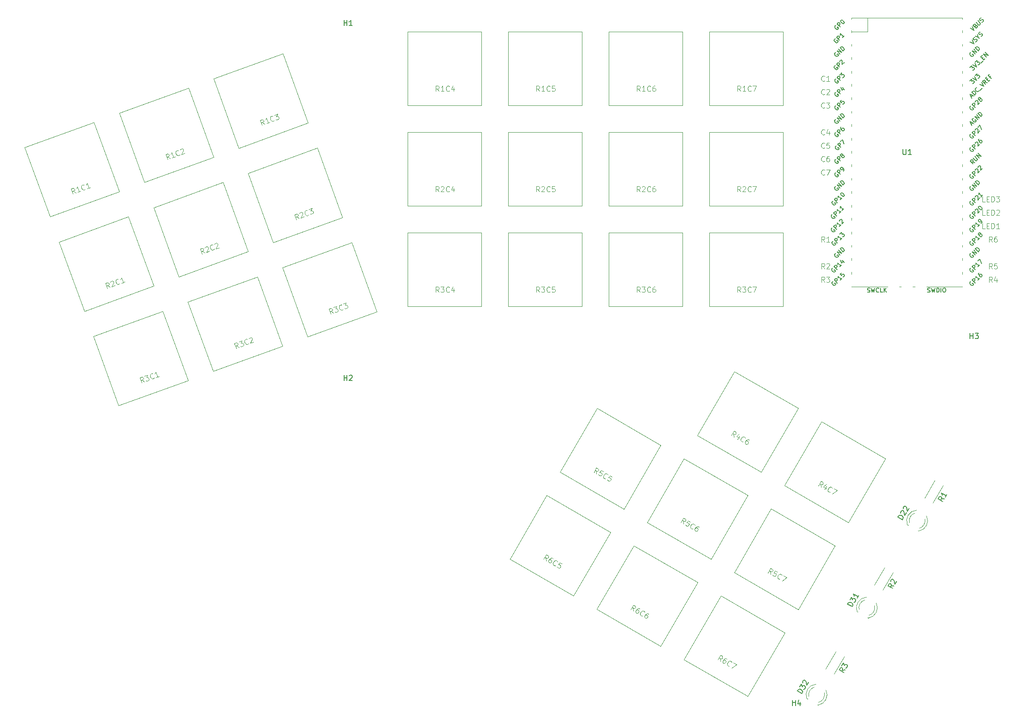
<source format=gbr>
%TF.GenerationSoftware,KiCad,Pcbnew,9.0.2*%
%TF.CreationDate,2025-06-09T23:02:59-05:00*%
%TF.ProjectId,keyboard,6b657962-6f61-4726-942e-6b696361645f,rev?*%
%TF.SameCoordinates,Original*%
%TF.FileFunction,Legend,Top*%
%TF.FilePolarity,Positive*%
%FSLAX46Y46*%
G04 Gerber Fmt 4.6, Leading zero omitted, Abs format (unit mm)*
G04 Created by KiCad (PCBNEW 9.0.2) date 2025-06-09 23:02:59*
%MOMM*%
%LPD*%
G01*
G04 APERTURE LIST*
%ADD10C,0.100000*%
%ADD11C,0.150000*%
%ADD12C,0.120000*%
G04 APERTURE END LIST*
D10*
X185660312Y-32162180D02*
X185612693Y-32209800D01*
X185612693Y-32209800D02*
X185469836Y-32257419D01*
X185469836Y-32257419D02*
X185374598Y-32257419D01*
X185374598Y-32257419D02*
X185231741Y-32209800D01*
X185231741Y-32209800D02*
X185136503Y-32114561D01*
X185136503Y-32114561D02*
X185088884Y-32019323D01*
X185088884Y-32019323D02*
X185041265Y-31828847D01*
X185041265Y-31828847D02*
X185041265Y-31685990D01*
X185041265Y-31685990D02*
X185088884Y-31495514D01*
X185088884Y-31495514D02*
X185136503Y-31400276D01*
X185136503Y-31400276D02*
X185231741Y-31305038D01*
X185231741Y-31305038D02*
X185374598Y-31257419D01*
X185374598Y-31257419D02*
X185469836Y-31257419D01*
X185469836Y-31257419D02*
X185612693Y-31305038D01*
X185612693Y-31305038D02*
X185660312Y-31352657D01*
X186612693Y-32257419D02*
X186041265Y-32257419D01*
X186326979Y-32257419D02*
X186326979Y-31257419D01*
X186326979Y-31257419D02*
X186231741Y-31400276D01*
X186231741Y-31400276D02*
X186136503Y-31495514D01*
X186136503Y-31495514D02*
X186041265Y-31543133D01*
X185660312Y-34702180D02*
X185612693Y-34749800D01*
X185612693Y-34749800D02*
X185469836Y-34797419D01*
X185469836Y-34797419D02*
X185374598Y-34797419D01*
X185374598Y-34797419D02*
X185231741Y-34749800D01*
X185231741Y-34749800D02*
X185136503Y-34654561D01*
X185136503Y-34654561D02*
X185088884Y-34559323D01*
X185088884Y-34559323D02*
X185041265Y-34368847D01*
X185041265Y-34368847D02*
X185041265Y-34225990D01*
X185041265Y-34225990D02*
X185088884Y-34035514D01*
X185088884Y-34035514D02*
X185136503Y-33940276D01*
X185136503Y-33940276D02*
X185231741Y-33845038D01*
X185231741Y-33845038D02*
X185374598Y-33797419D01*
X185374598Y-33797419D02*
X185469836Y-33797419D01*
X185469836Y-33797419D02*
X185612693Y-33845038D01*
X185612693Y-33845038D02*
X185660312Y-33892657D01*
X186041265Y-33892657D02*
X186088884Y-33845038D01*
X186088884Y-33845038D02*
X186184122Y-33797419D01*
X186184122Y-33797419D02*
X186422217Y-33797419D01*
X186422217Y-33797419D02*
X186517455Y-33845038D01*
X186517455Y-33845038D02*
X186565074Y-33892657D01*
X186565074Y-33892657D02*
X186612693Y-33987895D01*
X186612693Y-33987895D02*
X186612693Y-34083133D01*
X186612693Y-34083133D02*
X186565074Y-34225990D01*
X186565074Y-34225990D02*
X185993646Y-34797419D01*
X185993646Y-34797419D02*
X186612693Y-34797419D01*
X185660312Y-37242180D02*
X185612693Y-37289800D01*
X185612693Y-37289800D02*
X185469836Y-37337419D01*
X185469836Y-37337419D02*
X185374598Y-37337419D01*
X185374598Y-37337419D02*
X185231741Y-37289800D01*
X185231741Y-37289800D02*
X185136503Y-37194561D01*
X185136503Y-37194561D02*
X185088884Y-37099323D01*
X185088884Y-37099323D02*
X185041265Y-36908847D01*
X185041265Y-36908847D02*
X185041265Y-36765990D01*
X185041265Y-36765990D02*
X185088884Y-36575514D01*
X185088884Y-36575514D02*
X185136503Y-36480276D01*
X185136503Y-36480276D02*
X185231741Y-36385038D01*
X185231741Y-36385038D02*
X185374598Y-36337419D01*
X185374598Y-36337419D02*
X185469836Y-36337419D01*
X185469836Y-36337419D02*
X185612693Y-36385038D01*
X185612693Y-36385038D02*
X185660312Y-36432657D01*
X185993646Y-36337419D02*
X186612693Y-36337419D01*
X186612693Y-36337419D02*
X186279360Y-36718371D01*
X186279360Y-36718371D02*
X186422217Y-36718371D01*
X186422217Y-36718371D02*
X186517455Y-36765990D01*
X186517455Y-36765990D02*
X186565074Y-36813609D01*
X186565074Y-36813609D02*
X186612693Y-36908847D01*
X186612693Y-36908847D02*
X186612693Y-37146942D01*
X186612693Y-37146942D02*
X186565074Y-37242180D01*
X186565074Y-37242180D02*
X186517455Y-37289800D01*
X186517455Y-37289800D02*
X186422217Y-37337419D01*
X186422217Y-37337419D02*
X186136503Y-37337419D01*
X186136503Y-37337419D02*
X186041265Y-37289800D01*
X186041265Y-37289800D02*
X185993646Y-37242180D01*
X185660312Y-42322180D02*
X185612693Y-42369800D01*
X185612693Y-42369800D02*
X185469836Y-42417419D01*
X185469836Y-42417419D02*
X185374598Y-42417419D01*
X185374598Y-42417419D02*
X185231741Y-42369800D01*
X185231741Y-42369800D02*
X185136503Y-42274561D01*
X185136503Y-42274561D02*
X185088884Y-42179323D01*
X185088884Y-42179323D02*
X185041265Y-41988847D01*
X185041265Y-41988847D02*
X185041265Y-41845990D01*
X185041265Y-41845990D02*
X185088884Y-41655514D01*
X185088884Y-41655514D02*
X185136503Y-41560276D01*
X185136503Y-41560276D02*
X185231741Y-41465038D01*
X185231741Y-41465038D02*
X185374598Y-41417419D01*
X185374598Y-41417419D02*
X185469836Y-41417419D01*
X185469836Y-41417419D02*
X185612693Y-41465038D01*
X185612693Y-41465038D02*
X185660312Y-41512657D01*
X186517455Y-41750752D02*
X186517455Y-42417419D01*
X186279360Y-41369800D02*
X186041265Y-42084085D01*
X186041265Y-42084085D02*
X186660312Y-42084085D01*
X185660312Y-44862180D02*
X185612693Y-44909800D01*
X185612693Y-44909800D02*
X185469836Y-44957419D01*
X185469836Y-44957419D02*
X185374598Y-44957419D01*
X185374598Y-44957419D02*
X185231741Y-44909800D01*
X185231741Y-44909800D02*
X185136503Y-44814561D01*
X185136503Y-44814561D02*
X185088884Y-44719323D01*
X185088884Y-44719323D02*
X185041265Y-44528847D01*
X185041265Y-44528847D02*
X185041265Y-44385990D01*
X185041265Y-44385990D02*
X185088884Y-44195514D01*
X185088884Y-44195514D02*
X185136503Y-44100276D01*
X185136503Y-44100276D02*
X185231741Y-44005038D01*
X185231741Y-44005038D02*
X185374598Y-43957419D01*
X185374598Y-43957419D02*
X185469836Y-43957419D01*
X185469836Y-43957419D02*
X185612693Y-44005038D01*
X185612693Y-44005038D02*
X185660312Y-44052657D01*
X186565074Y-43957419D02*
X186088884Y-43957419D01*
X186088884Y-43957419D02*
X186041265Y-44433609D01*
X186041265Y-44433609D02*
X186088884Y-44385990D01*
X186088884Y-44385990D02*
X186184122Y-44338371D01*
X186184122Y-44338371D02*
X186422217Y-44338371D01*
X186422217Y-44338371D02*
X186517455Y-44385990D01*
X186517455Y-44385990D02*
X186565074Y-44433609D01*
X186565074Y-44433609D02*
X186612693Y-44528847D01*
X186612693Y-44528847D02*
X186612693Y-44766942D01*
X186612693Y-44766942D02*
X186565074Y-44862180D01*
X186565074Y-44862180D02*
X186517455Y-44909800D01*
X186517455Y-44909800D02*
X186422217Y-44957419D01*
X186422217Y-44957419D02*
X186184122Y-44957419D01*
X186184122Y-44957419D02*
X186088884Y-44909800D01*
X186088884Y-44909800D02*
X186041265Y-44862180D01*
X185660312Y-47402180D02*
X185612693Y-47449800D01*
X185612693Y-47449800D02*
X185469836Y-47497419D01*
X185469836Y-47497419D02*
X185374598Y-47497419D01*
X185374598Y-47497419D02*
X185231741Y-47449800D01*
X185231741Y-47449800D02*
X185136503Y-47354561D01*
X185136503Y-47354561D02*
X185088884Y-47259323D01*
X185088884Y-47259323D02*
X185041265Y-47068847D01*
X185041265Y-47068847D02*
X185041265Y-46925990D01*
X185041265Y-46925990D02*
X185088884Y-46735514D01*
X185088884Y-46735514D02*
X185136503Y-46640276D01*
X185136503Y-46640276D02*
X185231741Y-46545038D01*
X185231741Y-46545038D02*
X185374598Y-46497419D01*
X185374598Y-46497419D02*
X185469836Y-46497419D01*
X185469836Y-46497419D02*
X185612693Y-46545038D01*
X185612693Y-46545038D02*
X185660312Y-46592657D01*
X186517455Y-46497419D02*
X186326979Y-46497419D01*
X186326979Y-46497419D02*
X186231741Y-46545038D01*
X186231741Y-46545038D02*
X186184122Y-46592657D01*
X186184122Y-46592657D02*
X186088884Y-46735514D01*
X186088884Y-46735514D02*
X186041265Y-46925990D01*
X186041265Y-46925990D02*
X186041265Y-47306942D01*
X186041265Y-47306942D02*
X186088884Y-47402180D01*
X186088884Y-47402180D02*
X186136503Y-47449800D01*
X186136503Y-47449800D02*
X186231741Y-47497419D01*
X186231741Y-47497419D02*
X186422217Y-47497419D01*
X186422217Y-47497419D02*
X186517455Y-47449800D01*
X186517455Y-47449800D02*
X186565074Y-47402180D01*
X186565074Y-47402180D02*
X186612693Y-47306942D01*
X186612693Y-47306942D02*
X186612693Y-47068847D01*
X186612693Y-47068847D02*
X186565074Y-46973609D01*
X186565074Y-46973609D02*
X186517455Y-46925990D01*
X186517455Y-46925990D02*
X186422217Y-46878371D01*
X186422217Y-46878371D02*
X186231741Y-46878371D01*
X186231741Y-46878371D02*
X186136503Y-46925990D01*
X186136503Y-46925990D02*
X186088884Y-46973609D01*
X186088884Y-46973609D02*
X186041265Y-47068847D01*
X185660312Y-49942180D02*
X185612693Y-49989800D01*
X185612693Y-49989800D02*
X185469836Y-50037419D01*
X185469836Y-50037419D02*
X185374598Y-50037419D01*
X185374598Y-50037419D02*
X185231741Y-49989800D01*
X185231741Y-49989800D02*
X185136503Y-49894561D01*
X185136503Y-49894561D02*
X185088884Y-49799323D01*
X185088884Y-49799323D02*
X185041265Y-49608847D01*
X185041265Y-49608847D02*
X185041265Y-49465990D01*
X185041265Y-49465990D02*
X185088884Y-49275514D01*
X185088884Y-49275514D02*
X185136503Y-49180276D01*
X185136503Y-49180276D02*
X185231741Y-49085038D01*
X185231741Y-49085038D02*
X185374598Y-49037419D01*
X185374598Y-49037419D02*
X185469836Y-49037419D01*
X185469836Y-49037419D02*
X185612693Y-49085038D01*
X185612693Y-49085038D02*
X185660312Y-49132657D01*
X185993646Y-49037419D02*
X186660312Y-49037419D01*
X186660312Y-49037419D02*
X186231741Y-50037419D01*
X185660312Y-62737419D02*
X185326979Y-62261228D01*
X185088884Y-62737419D02*
X185088884Y-61737419D01*
X185088884Y-61737419D02*
X185469836Y-61737419D01*
X185469836Y-61737419D02*
X185565074Y-61785038D01*
X185565074Y-61785038D02*
X185612693Y-61832657D01*
X185612693Y-61832657D02*
X185660312Y-61927895D01*
X185660312Y-61927895D02*
X185660312Y-62070752D01*
X185660312Y-62070752D02*
X185612693Y-62165990D01*
X185612693Y-62165990D02*
X185565074Y-62213609D01*
X185565074Y-62213609D02*
X185469836Y-62261228D01*
X185469836Y-62261228D02*
X185088884Y-62261228D01*
X186612693Y-62737419D02*
X186041265Y-62737419D01*
X186326979Y-62737419D02*
X186326979Y-61737419D01*
X186326979Y-61737419D02*
X186231741Y-61880276D01*
X186231741Y-61880276D02*
X186136503Y-61975514D01*
X186136503Y-61975514D02*
X186041265Y-62023133D01*
X185660312Y-67817419D02*
X185326979Y-67341228D01*
X185088884Y-67817419D02*
X185088884Y-66817419D01*
X185088884Y-66817419D02*
X185469836Y-66817419D01*
X185469836Y-66817419D02*
X185565074Y-66865038D01*
X185565074Y-66865038D02*
X185612693Y-66912657D01*
X185612693Y-66912657D02*
X185660312Y-67007895D01*
X185660312Y-67007895D02*
X185660312Y-67150752D01*
X185660312Y-67150752D02*
X185612693Y-67245990D01*
X185612693Y-67245990D02*
X185565074Y-67293609D01*
X185565074Y-67293609D02*
X185469836Y-67341228D01*
X185469836Y-67341228D02*
X185088884Y-67341228D01*
X186041265Y-66912657D02*
X186088884Y-66865038D01*
X186088884Y-66865038D02*
X186184122Y-66817419D01*
X186184122Y-66817419D02*
X186422217Y-66817419D01*
X186422217Y-66817419D02*
X186517455Y-66865038D01*
X186517455Y-66865038D02*
X186565074Y-66912657D01*
X186565074Y-66912657D02*
X186612693Y-67007895D01*
X186612693Y-67007895D02*
X186612693Y-67103133D01*
X186612693Y-67103133D02*
X186565074Y-67245990D01*
X186565074Y-67245990D02*
X185993646Y-67817419D01*
X185993646Y-67817419D02*
X186612693Y-67817419D01*
X185660312Y-70357419D02*
X185326979Y-69881228D01*
X185088884Y-70357419D02*
X185088884Y-69357419D01*
X185088884Y-69357419D02*
X185469836Y-69357419D01*
X185469836Y-69357419D02*
X185565074Y-69405038D01*
X185565074Y-69405038D02*
X185612693Y-69452657D01*
X185612693Y-69452657D02*
X185660312Y-69547895D01*
X185660312Y-69547895D02*
X185660312Y-69690752D01*
X185660312Y-69690752D02*
X185612693Y-69785990D01*
X185612693Y-69785990D02*
X185565074Y-69833609D01*
X185565074Y-69833609D02*
X185469836Y-69881228D01*
X185469836Y-69881228D02*
X185088884Y-69881228D01*
X185993646Y-69357419D02*
X186612693Y-69357419D01*
X186612693Y-69357419D02*
X186279360Y-69738371D01*
X186279360Y-69738371D02*
X186422217Y-69738371D01*
X186422217Y-69738371D02*
X186517455Y-69785990D01*
X186517455Y-69785990D02*
X186565074Y-69833609D01*
X186565074Y-69833609D02*
X186612693Y-69928847D01*
X186612693Y-69928847D02*
X186612693Y-70166942D01*
X186612693Y-70166942D02*
X186565074Y-70262180D01*
X186565074Y-70262180D02*
X186517455Y-70309800D01*
X186517455Y-70309800D02*
X186422217Y-70357419D01*
X186422217Y-70357419D02*
X186136503Y-70357419D01*
X186136503Y-70357419D02*
X186041265Y-70309800D01*
X186041265Y-70309800D02*
X185993646Y-70262180D01*
X216045074Y-55117419D02*
X215568884Y-55117419D01*
X215568884Y-55117419D02*
X215568884Y-54117419D01*
X216378408Y-54593609D02*
X216711741Y-54593609D01*
X216854598Y-55117419D02*
X216378408Y-55117419D01*
X216378408Y-55117419D02*
X216378408Y-54117419D01*
X216378408Y-54117419D02*
X216854598Y-54117419D01*
X217283170Y-55117419D02*
X217283170Y-54117419D01*
X217283170Y-54117419D02*
X217521265Y-54117419D01*
X217521265Y-54117419D02*
X217664122Y-54165038D01*
X217664122Y-54165038D02*
X217759360Y-54260276D01*
X217759360Y-54260276D02*
X217806979Y-54355514D01*
X217806979Y-54355514D02*
X217854598Y-54545990D01*
X217854598Y-54545990D02*
X217854598Y-54688847D01*
X217854598Y-54688847D02*
X217806979Y-54879323D01*
X217806979Y-54879323D02*
X217759360Y-54974561D01*
X217759360Y-54974561D02*
X217664122Y-55069800D01*
X217664122Y-55069800D02*
X217521265Y-55117419D01*
X217521265Y-55117419D02*
X217283170Y-55117419D01*
X218187932Y-54117419D02*
X218806979Y-54117419D01*
X218806979Y-54117419D02*
X218473646Y-54498371D01*
X218473646Y-54498371D02*
X218616503Y-54498371D01*
X218616503Y-54498371D02*
X218711741Y-54545990D01*
X218711741Y-54545990D02*
X218759360Y-54593609D01*
X218759360Y-54593609D02*
X218806979Y-54688847D01*
X218806979Y-54688847D02*
X218806979Y-54926942D01*
X218806979Y-54926942D02*
X218759360Y-55022180D01*
X218759360Y-55022180D02*
X218711741Y-55069800D01*
X218711741Y-55069800D02*
X218616503Y-55117419D01*
X218616503Y-55117419D02*
X218330789Y-55117419D01*
X218330789Y-55117419D02*
X218235551Y-55069800D01*
X218235551Y-55069800D02*
X218187932Y-55022180D01*
X216045074Y-57657419D02*
X215568884Y-57657419D01*
X215568884Y-57657419D02*
X215568884Y-56657419D01*
X216378408Y-57133609D02*
X216711741Y-57133609D01*
X216854598Y-57657419D02*
X216378408Y-57657419D01*
X216378408Y-57657419D02*
X216378408Y-56657419D01*
X216378408Y-56657419D02*
X216854598Y-56657419D01*
X217283170Y-57657419D02*
X217283170Y-56657419D01*
X217283170Y-56657419D02*
X217521265Y-56657419D01*
X217521265Y-56657419D02*
X217664122Y-56705038D01*
X217664122Y-56705038D02*
X217759360Y-56800276D01*
X217759360Y-56800276D02*
X217806979Y-56895514D01*
X217806979Y-56895514D02*
X217854598Y-57085990D01*
X217854598Y-57085990D02*
X217854598Y-57228847D01*
X217854598Y-57228847D02*
X217806979Y-57419323D01*
X217806979Y-57419323D02*
X217759360Y-57514561D01*
X217759360Y-57514561D02*
X217664122Y-57609800D01*
X217664122Y-57609800D02*
X217521265Y-57657419D01*
X217521265Y-57657419D02*
X217283170Y-57657419D01*
X218235551Y-56752657D02*
X218283170Y-56705038D01*
X218283170Y-56705038D02*
X218378408Y-56657419D01*
X218378408Y-56657419D02*
X218616503Y-56657419D01*
X218616503Y-56657419D02*
X218711741Y-56705038D01*
X218711741Y-56705038D02*
X218759360Y-56752657D01*
X218759360Y-56752657D02*
X218806979Y-56847895D01*
X218806979Y-56847895D02*
X218806979Y-56943133D01*
X218806979Y-56943133D02*
X218759360Y-57085990D01*
X218759360Y-57085990D02*
X218187932Y-57657419D01*
X218187932Y-57657419D02*
X218806979Y-57657419D01*
X216045074Y-60197419D02*
X215568884Y-60197419D01*
X215568884Y-60197419D02*
X215568884Y-59197419D01*
X216378408Y-59673609D02*
X216711741Y-59673609D01*
X216854598Y-60197419D02*
X216378408Y-60197419D01*
X216378408Y-60197419D02*
X216378408Y-59197419D01*
X216378408Y-59197419D02*
X216854598Y-59197419D01*
X217283170Y-60197419D02*
X217283170Y-59197419D01*
X217283170Y-59197419D02*
X217521265Y-59197419D01*
X217521265Y-59197419D02*
X217664122Y-59245038D01*
X217664122Y-59245038D02*
X217759360Y-59340276D01*
X217759360Y-59340276D02*
X217806979Y-59435514D01*
X217806979Y-59435514D02*
X217854598Y-59625990D01*
X217854598Y-59625990D02*
X217854598Y-59768847D01*
X217854598Y-59768847D02*
X217806979Y-59959323D01*
X217806979Y-59959323D02*
X217759360Y-60054561D01*
X217759360Y-60054561D02*
X217664122Y-60149800D01*
X217664122Y-60149800D02*
X217521265Y-60197419D01*
X217521265Y-60197419D02*
X217283170Y-60197419D01*
X218806979Y-60197419D02*
X218235551Y-60197419D01*
X218521265Y-60197419D02*
X218521265Y-59197419D01*
X218521265Y-59197419D02*
X218426027Y-59340276D01*
X218426027Y-59340276D02*
X218330789Y-59435514D01*
X218330789Y-59435514D02*
X218235551Y-59483133D01*
X217410312Y-62737419D02*
X217076979Y-62261228D01*
X216838884Y-62737419D02*
X216838884Y-61737419D01*
X216838884Y-61737419D02*
X217219836Y-61737419D01*
X217219836Y-61737419D02*
X217315074Y-61785038D01*
X217315074Y-61785038D02*
X217362693Y-61832657D01*
X217362693Y-61832657D02*
X217410312Y-61927895D01*
X217410312Y-61927895D02*
X217410312Y-62070752D01*
X217410312Y-62070752D02*
X217362693Y-62165990D01*
X217362693Y-62165990D02*
X217315074Y-62213609D01*
X217315074Y-62213609D02*
X217219836Y-62261228D01*
X217219836Y-62261228D02*
X216838884Y-62261228D01*
X218267455Y-61737419D02*
X218076979Y-61737419D01*
X218076979Y-61737419D02*
X217981741Y-61785038D01*
X217981741Y-61785038D02*
X217934122Y-61832657D01*
X217934122Y-61832657D02*
X217838884Y-61975514D01*
X217838884Y-61975514D02*
X217791265Y-62165990D01*
X217791265Y-62165990D02*
X217791265Y-62546942D01*
X217791265Y-62546942D02*
X217838884Y-62642180D01*
X217838884Y-62642180D02*
X217886503Y-62689800D01*
X217886503Y-62689800D02*
X217981741Y-62737419D01*
X217981741Y-62737419D02*
X218172217Y-62737419D01*
X218172217Y-62737419D02*
X218267455Y-62689800D01*
X218267455Y-62689800D02*
X218315074Y-62642180D01*
X218315074Y-62642180D02*
X218362693Y-62546942D01*
X218362693Y-62546942D02*
X218362693Y-62308847D01*
X218362693Y-62308847D02*
X218315074Y-62213609D01*
X218315074Y-62213609D02*
X218267455Y-62165990D01*
X218267455Y-62165990D02*
X218172217Y-62118371D01*
X218172217Y-62118371D02*
X217981741Y-62118371D01*
X217981741Y-62118371D02*
X217886503Y-62165990D01*
X217886503Y-62165990D02*
X217838884Y-62213609D01*
X217838884Y-62213609D02*
X217791265Y-62308847D01*
X217410312Y-67817419D02*
X217076979Y-67341228D01*
X216838884Y-67817419D02*
X216838884Y-66817419D01*
X216838884Y-66817419D02*
X217219836Y-66817419D01*
X217219836Y-66817419D02*
X217315074Y-66865038D01*
X217315074Y-66865038D02*
X217362693Y-66912657D01*
X217362693Y-66912657D02*
X217410312Y-67007895D01*
X217410312Y-67007895D02*
X217410312Y-67150752D01*
X217410312Y-67150752D02*
X217362693Y-67245990D01*
X217362693Y-67245990D02*
X217315074Y-67293609D01*
X217315074Y-67293609D02*
X217219836Y-67341228D01*
X217219836Y-67341228D02*
X216838884Y-67341228D01*
X218315074Y-66817419D02*
X217838884Y-66817419D01*
X217838884Y-66817419D02*
X217791265Y-67293609D01*
X217791265Y-67293609D02*
X217838884Y-67245990D01*
X217838884Y-67245990D02*
X217934122Y-67198371D01*
X217934122Y-67198371D02*
X218172217Y-67198371D01*
X218172217Y-67198371D02*
X218267455Y-67245990D01*
X218267455Y-67245990D02*
X218315074Y-67293609D01*
X218315074Y-67293609D02*
X218362693Y-67388847D01*
X218362693Y-67388847D02*
X218362693Y-67626942D01*
X218362693Y-67626942D02*
X218315074Y-67722180D01*
X218315074Y-67722180D02*
X218267455Y-67769800D01*
X218267455Y-67769800D02*
X218172217Y-67817419D01*
X218172217Y-67817419D02*
X217934122Y-67817419D01*
X217934122Y-67817419D02*
X217838884Y-67769800D01*
X217838884Y-67769800D02*
X217791265Y-67722180D01*
X217410312Y-70357419D02*
X217076979Y-69881228D01*
X216838884Y-70357419D02*
X216838884Y-69357419D01*
X216838884Y-69357419D02*
X217219836Y-69357419D01*
X217219836Y-69357419D02*
X217315074Y-69405038D01*
X217315074Y-69405038D02*
X217362693Y-69452657D01*
X217362693Y-69452657D02*
X217410312Y-69547895D01*
X217410312Y-69547895D02*
X217410312Y-69690752D01*
X217410312Y-69690752D02*
X217362693Y-69785990D01*
X217362693Y-69785990D02*
X217315074Y-69833609D01*
X217315074Y-69833609D02*
X217219836Y-69881228D01*
X217219836Y-69881228D02*
X216838884Y-69881228D01*
X218267455Y-69690752D02*
X218267455Y-70357419D01*
X218029360Y-69309800D02*
X217791265Y-70024085D01*
X217791265Y-70024085D02*
X218410312Y-70024085D01*
X184971833Y-109249385D02*
X184921253Y-108670325D01*
X184476961Y-108963670D02*
X184976961Y-108097645D01*
X184976961Y-108097645D02*
X185306876Y-108288121D01*
X185306876Y-108288121D02*
X185365545Y-108376979D01*
X185365545Y-108376979D02*
X185382975Y-108442028D01*
X185382975Y-108442028D02*
X185376595Y-108548316D01*
X185376595Y-108548316D02*
X185305166Y-108672034D01*
X185305166Y-108672034D02*
X185216308Y-108730703D01*
X185216308Y-108730703D02*
X185151259Y-108748133D01*
X185151259Y-108748133D02*
X185044971Y-108741753D01*
X185044971Y-108741753D02*
X184715057Y-108551277D01*
X186047474Y-109100606D02*
X185714141Y-109677956D01*
X186031754Y-108651644D02*
X185468414Y-109151186D01*
X185468414Y-109151186D02*
X186004525Y-109460709D01*
X186710264Y-110143096D02*
X186645215Y-110160526D01*
X186645215Y-110160526D02*
X186497687Y-110130337D01*
X186497687Y-110130337D02*
X186415209Y-110082718D01*
X186415209Y-110082718D02*
X186315300Y-109970050D01*
X186315300Y-109970050D02*
X186280441Y-109839952D01*
X186280441Y-109839952D02*
X186286821Y-109733664D01*
X186286821Y-109733664D02*
X186340819Y-109544898D01*
X186340819Y-109544898D02*
X186412248Y-109421180D01*
X186412248Y-109421180D02*
X186548725Y-109280032D01*
X186548725Y-109280032D02*
X186637584Y-109221363D01*
X186637584Y-109221363D02*
X186767681Y-109186503D01*
X186767681Y-109186503D02*
X186915209Y-109216693D01*
X186915209Y-109216693D02*
X186997687Y-109264312D01*
X186997687Y-109264312D02*
X187097596Y-109376979D01*
X187097596Y-109376979D02*
X187115026Y-109442028D01*
X187451320Y-109526216D02*
X188028670Y-109859550D01*
X188028670Y-109859550D02*
X187157516Y-110511289D01*
X149424049Y-132719953D02*
X149373469Y-132140893D01*
X148929177Y-132434238D02*
X149429177Y-131568213D01*
X149429177Y-131568213D02*
X149759092Y-131758689D01*
X149759092Y-131758689D02*
X149817761Y-131847547D01*
X149817761Y-131847547D02*
X149835191Y-131912596D01*
X149835191Y-131912596D02*
X149828811Y-132018884D01*
X149828811Y-132018884D02*
X149757382Y-132142602D01*
X149757382Y-132142602D02*
X149668524Y-132201271D01*
X149668524Y-132201271D02*
X149603475Y-132218701D01*
X149603475Y-132218701D02*
X149497187Y-132212321D01*
X149497187Y-132212321D02*
X149167273Y-132021845D01*
X150666357Y-132282499D02*
X150501399Y-132187260D01*
X150501399Y-132187260D02*
X150395111Y-132180881D01*
X150395111Y-132180881D02*
X150330062Y-132198311D01*
X150330062Y-132198311D02*
X150176155Y-132274409D01*
X150176155Y-132274409D02*
X150039678Y-132415557D01*
X150039678Y-132415557D02*
X149849202Y-132745472D01*
X149849202Y-132745472D02*
X149842822Y-132851760D01*
X149842822Y-132851760D02*
X149860252Y-132916808D01*
X149860252Y-132916808D02*
X149918921Y-133005667D01*
X149918921Y-133005667D02*
X150083878Y-133100905D01*
X150083878Y-133100905D02*
X150190166Y-133107285D01*
X150190166Y-133107285D02*
X150255215Y-133089855D01*
X150255215Y-133089855D02*
X150344073Y-133031186D01*
X150344073Y-133031186D02*
X150463121Y-132824989D01*
X150463121Y-132824989D02*
X150469501Y-132718701D01*
X150469501Y-132718701D02*
X150452071Y-132653652D01*
X150452071Y-132653652D02*
X150393402Y-132564794D01*
X150393402Y-132564794D02*
X150228445Y-132469556D01*
X150228445Y-132469556D02*
X150122156Y-132463176D01*
X150122156Y-132463176D02*
X150057108Y-132480606D01*
X150057108Y-132480606D02*
X149968249Y-132539275D01*
X151162480Y-133613664D02*
X151097431Y-133631094D01*
X151097431Y-133631094D02*
X150949903Y-133600905D01*
X150949903Y-133600905D02*
X150867425Y-133553286D01*
X150867425Y-133553286D02*
X150767516Y-133440618D01*
X150767516Y-133440618D02*
X150732657Y-133310520D01*
X150732657Y-133310520D02*
X150739037Y-133204232D01*
X150739037Y-133204232D02*
X150793035Y-133015466D01*
X150793035Y-133015466D02*
X150864464Y-132891748D01*
X150864464Y-132891748D02*
X151000941Y-132750600D01*
X151000941Y-132750600D02*
X151089800Y-132691931D01*
X151089800Y-132691931D02*
X151219897Y-132657071D01*
X151219897Y-132657071D02*
X151367425Y-132687261D01*
X151367425Y-132687261D02*
X151449903Y-132734880D01*
X151449903Y-132734880D02*
X151549812Y-132847547D01*
X151549812Y-132847547D02*
X151567242Y-132912596D01*
X152357168Y-133258689D02*
X152192211Y-133163451D01*
X152192211Y-133163451D02*
X152085923Y-133157071D01*
X152085923Y-133157071D02*
X152020874Y-133174501D01*
X152020874Y-133174501D02*
X151866967Y-133250600D01*
X151866967Y-133250600D02*
X151730489Y-133391748D01*
X151730489Y-133391748D02*
X151540013Y-133721662D01*
X151540013Y-133721662D02*
X151533633Y-133827950D01*
X151533633Y-133827950D02*
X151551063Y-133892999D01*
X151551063Y-133892999D02*
X151609732Y-133981857D01*
X151609732Y-133981857D02*
X151774690Y-134077095D01*
X151774690Y-134077095D02*
X151880978Y-134083475D01*
X151880978Y-134083475D02*
X151946026Y-134066045D01*
X151946026Y-134066045D02*
X152034885Y-134007376D01*
X152034885Y-134007376D02*
X152153932Y-133801180D01*
X152153932Y-133801180D02*
X152160312Y-133694892D01*
X152160312Y-133694892D02*
X152142882Y-133629843D01*
X152142882Y-133629843D02*
X152084213Y-133540984D01*
X152084213Y-133540984D02*
X151919256Y-133445746D01*
X151919256Y-133445746D02*
X151812968Y-133439367D01*
X151812968Y-133439367D02*
X151747919Y-133456796D01*
X151747919Y-133456796D02*
X151659061Y-133515466D01*
X158949049Y-116222169D02*
X158898469Y-115643109D01*
X158454177Y-115936454D02*
X158954177Y-115070429D01*
X158954177Y-115070429D02*
X159284092Y-115260905D01*
X159284092Y-115260905D02*
X159342761Y-115349763D01*
X159342761Y-115349763D02*
X159360191Y-115414812D01*
X159360191Y-115414812D02*
X159353811Y-115521100D01*
X159353811Y-115521100D02*
X159282382Y-115644818D01*
X159282382Y-115644818D02*
X159193524Y-115703487D01*
X159193524Y-115703487D02*
X159128475Y-115720917D01*
X159128475Y-115720917D02*
X159022187Y-115714537D01*
X159022187Y-115714537D02*
X158692273Y-115524061D01*
X160232596Y-115808524D02*
X159820203Y-115570429D01*
X159820203Y-115570429D02*
X159540868Y-115959012D01*
X159540868Y-115959012D02*
X159605917Y-115941583D01*
X159605917Y-115941583D02*
X159712205Y-115947962D01*
X159712205Y-115947962D02*
X159918402Y-116067010D01*
X159918402Y-116067010D02*
X159977071Y-116155868D01*
X159977071Y-116155868D02*
X159994501Y-116220917D01*
X159994501Y-116220917D02*
X159988121Y-116327205D01*
X159988121Y-116327205D02*
X159869073Y-116533402D01*
X159869073Y-116533402D02*
X159780215Y-116592071D01*
X159780215Y-116592071D02*
X159715166Y-116609501D01*
X159715166Y-116609501D02*
X159608878Y-116603121D01*
X159608878Y-116603121D02*
X159402681Y-116484073D01*
X159402681Y-116484073D02*
X159344012Y-116395215D01*
X159344012Y-116395215D02*
X159326583Y-116330166D01*
X160687480Y-117115880D02*
X160622431Y-117133310D01*
X160622431Y-117133310D02*
X160474903Y-117103121D01*
X160474903Y-117103121D02*
X160392425Y-117055502D01*
X160392425Y-117055502D02*
X160292516Y-116942834D01*
X160292516Y-116942834D02*
X160257657Y-116812736D01*
X160257657Y-116812736D02*
X160264037Y-116706448D01*
X160264037Y-116706448D02*
X160318035Y-116517682D01*
X160318035Y-116517682D02*
X160389464Y-116393964D01*
X160389464Y-116393964D02*
X160525941Y-116252816D01*
X160525941Y-116252816D02*
X160614800Y-116194147D01*
X160614800Y-116194147D02*
X160744897Y-116159287D01*
X160744897Y-116159287D02*
X160892425Y-116189477D01*
X160892425Y-116189477D02*
X160974903Y-116237096D01*
X160974903Y-116237096D02*
X161074812Y-116349763D01*
X161074812Y-116349763D02*
X161092242Y-116414812D01*
X161882168Y-116760905D02*
X161717211Y-116665667D01*
X161717211Y-116665667D02*
X161610923Y-116659287D01*
X161610923Y-116659287D02*
X161545874Y-116676717D01*
X161545874Y-116676717D02*
X161391967Y-116752816D01*
X161391967Y-116752816D02*
X161255489Y-116893964D01*
X161255489Y-116893964D02*
X161065013Y-117223878D01*
X161065013Y-117223878D02*
X161058633Y-117330166D01*
X161058633Y-117330166D02*
X161076063Y-117395215D01*
X161076063Y-117395215D02*
X161134732Y-117484073D01*
X161134732Y-117484073D02*
X161299690Y-117579311D01*
X161299690Y-117579311D02*
X161405978Y-117585691D01*
X161405978Y-117585691D02*
X161471026Y-117568261D01*
X161471026Y-117568261D02*
X161559885Y-117509592D01*
X161559885Y-117509592D02*
X161678932Y-117303396D01*
X161678932Y-117303396D02*
X161685312Y-117197108D01*
X161685312Y-117197108D02*
X161667882Y-117132059D01*
X161667882Y-117132059D02*
X161609213Y-117043200D01*
X161609213Y-117043200D02*
X161444256Y-116947962D01*
X161444256Y-116947962D02*
X161337968Y-116941583D01*
X161337968Y-116941583D02*
X161272919Y-116959012D01*
X161272919Y-116959012D02*
X161184061Y-117017682D01*
X132926265Y-123194953D02*
X132875685Y-122615893D01*
X132431393Y-122909238D02*
X132931393Y-122043213D01*
X132931393Y-122043213D02*
X133261308Y-122233689D01*
X133261308Y-122233689D02*
X133319977Y-122322547D01*
X133319977Y-122322547D02*
X133337407Y-122387596D01*
X133337407Y-122387596D02*
X133331027Y-122493884D01*
X133331027Y-122493884D02*
X133259598Y-122617602D01*
X133259598Y-122617602D02*
X133170740Y-122676271D01*
X133170740Y-122676271D02*
X133105691Y-122693701D01*
X133105691Y-122693701D02*
X132999403Y-122687321D01*
X132999403Y-122687321D02*
X132669489Y-122496845D01*
X134168573Y-122757499D02*
X134003615Y-122662260D01*
X134003615Y-122662260D02*
X133897327Y-122655881D01*
X133897327Y-122655881D02*
X133832278Y-122673311D01*
X133832278Y-122673311D02*
X133678371Y-122749409D01*
X133678371Y-122749409D02*
X133541894Y-122890557D01*
X133541894Y-122890557D02*
X133351418Y-123220472D01*
X133351418Y-123220472D02*
X133345038Y-123326760D01*
X133345038Y-123326760D02*
X133362468Y-123391808D01*
X133362468Y-123391808D02*
X133421137Y-123480667D01*
X133421137Y-123480667D02*
X133586094Y-123575905D01*
X133586094Y-123575905D02*
X133692382Y-123582285D01*
X133692382Y-123582285D02*
X133757431Y-123564855D01*
X133757431Y-123564855D02*
X133846289Y-123506186D01*
X133846289Y-123506186D02*
X133965337Y-123299989D01*
X133965337Y-123299989D02*
X133971717Y-123193701D01*
X133971717Y-123193701D02*
X133954287Y-123128652D01*
X133954287Y-123128652D02*
X133895618Y-123039794D01*
X133895618Y-123039794D02*
X133730661Y-122944556D01*
X133730661Y-122944556D02*
X133624372Y-122938176D01*
X133624372Y-122938176D02*
X133559324Y-122955606D01*
X133559324Y-122955606D02*
X133470465Y-123014275D01*
X134664696Y-124088664D02*
X134599647Y-124106094D01*
X134599647Y-124106094D02*
X134452119Y-124075905D01*
X134452119Y-124075905D02*
X134369641Y-124028286D01*
X134369641Y-124028286D02*
X134269732Y-123915618D01*
X134269732Y-123915618D02*
X134234873Y-123785520D01*
X134234873Y-123785520D02*
X134241253Y-123679232D01*
X134241253Y-123679232D02*
X134295251Y-123490466D01*
X134295251Y-123490466D02*
X134366680Y-123366748D01*
X134366680Y-123366748D02*
X134503157Y-123225600D01*
X134503157Y-123225600D02*
X134592016Y-123166931D01*
X134592016Y-123166931D02*
X134722113Y-123132071D01*
X134722113Y-123132071D02*
X134869641Y-123162261D01*
X134869641Y-123162261D02*
X134952119Y-123209880D01*
X134952119Y-123209880D02*
X135052028Y-123322547D01*
X135052028Y-123322547D02*
X135069458Y-123387596D01*
X135900623Y-123757499D02*
X135488230Y-123519403D01*
X135488230Y-123519403D02*
X135208896Y-123907987D01*
X135208896Y-123907987D02*
X135273945Y-123890557D01*
X135273945Y-123890557D02*
X135380233Y-123896937D01*
X135380233Y-123896937D02*
X135586429Y-124015984D01*
X135586429Y-124015984D02*
X135645098Y-124104843D01*
X135645098Y-124104843D02*
X135662528Y-124169892D01*
X135662528Y-124169892D02*
X135656148Y-124276180D01*
X135656148Y-124276180D02*
X135537101Y-124482376D01*
X135537101Y-124482376D02*
X135448242Y-124541045D01*
X135448242Y-124541045D02*
X135383194Y-124558475D01*
X135383194Y-124558475D02*
X135276906Y-124552095D01*
X135276906Y-124552095D02*
X135070709Y-124433048D01*
X135070709Y-124433048D02*
X135012040Y-124344189D01*
X135012040Y-124344189D02*
X134994610Y-124279141D01*
X165921833Y-142244953D02*
X165871253Y-141665893D01*
X165426961Y-141959238D02*
X165926961Y-141093213D01*
X165926961Y-141093213D02*
X166256876Y-141283689D01*
X166256876Y-141283689D02*
X166315545Y-141372547D01*
X166315545Y-141372547D02*
X166332975Y-141437596D01*
X166332975Y-141437596D02*
X166326595Y-141543884D01*
X166326595Y-141543884D02*
X166255166Y-141667602D01*
X166255166Y-141667602D02*
X166166308Y-141726271D01*
X166166308Y-141726271D02*
X166101259Y-141743701D01*
X166101259Y-141743701D02*
X165994971Y-141737321D01*
X165994971Y-141737321D02*
X165665057Y-141546845D01*
X167164141Y-141807499D02*
X166999183Y-141712260D01*
X166999183Y-141712260D02*
X166892895Y-141705881D01*
X166892895Y-141705881D02*
X166827846Y-141723311D01*
X166827846Y-141723311D02*
X166673939Y-141799409D01*
X166673939Y-141799409D02*
X166537462Y-141940557D01*
X166537462Y-141940557D02*
X166346986Y-142270472D01*
X166346986Y-142270472D02*
X166340606Y-142376760D01*
X166340606Y-142376760D02*
X166358036Y-142441808D01*
X166358036Y-142441808D02*
X166416705Y-142530667D01*
X166416705Y-142530667D02*
X166581662Y-142625905D01*
X166581662Y-142625905D02*
X166687950Y-142632285D01*
X166687950Y-142632285D02*
X166752999Y-142614855D01*
X166752999Y-142614855D02*
X166841857Y-142556186D01*
X166841857Y-142556186D02*
X166960905Y-142349989D01*
X166960905Y-142349989D02*
X166967285Y-142243701D01*
X166967285Y-142243701D02*
X166949855Y-142178652D01*
X166949855Y-142178652D02*
X166891186Y-142089794D01*
X166891186Y-142089794D02*
X166726229Y-141994556D01*
X166726229Y-141994556D02*
X166619940Y-141988176D01*
X166619940Y-141988176D02*
X166554892Y-142005606D01*
X166554892Y-142005606D02*
X166466033Y-142064275D01*
X167660264Y-143138664D02*
X167595215Y-143156094D01*
X167595215Y-143156094D02*
X167447687Y-143125905D01*
X167447687Y-143125905D02*
X167365209Y-143078286D01*
X167365209Y-143078286D02*
X167265300Y-142965618D01*
X167265300Y-142965618D02*
X167230441Y-142835520D01*
X167230441Y-142835520D02*
X167236821Y-142729232D01*
X167236821Y-142729232D02*
X167290819Y-142540466D01*
X167290819Y-142540466D02*
X167362248Y-142416748D01*
X167362248Y-142416748D02*
X167498725Y-142275600D01*
X167498725Y-142275600D02*
X167587584Y-142216931D01*
X167587584Y-142216931D02*
X167717681Y-142182071D01*
X167717681Y-142182071D02*
X167865209Y-142212261D01*
X167865209Y-142212261D02*
X167947687Y-142259880D01*
X167947687Y-142259880D02*
X168047596Y-142372547D01*
X168047596Y-142372547D02*
X168065026Y-142437596D01*
X168401320Y-142521784D02*
X168978670Y-142855118D01*
X168978670Y-142855118D02*
X168107516Y-143506857D01*
X142451265Y-106697169D02*
X142400685Y-106118109D01*
X141956393Y-106411454D02*
X142456393Y-105545429D01*
X142456393Y-105545429D02*
X142786308Y-105735905D01*
X142786308Y-105735905D02*
X142844977Y-105824763D01*
X142844977Y-105824763D02*
X142862407Y-105889812D01*
X142862407Y-105889812D02*
X142856027Y-105996100D01*
X142856027Y-105996100D02*
X142784598Y-106119818D01*
X142784598Y-106119818D02*
X142695740Y-106178487D01*
X142695740Y-106178487D02*
X142630691Y-106195917D01*
X142630691Y-106195917D02*
X142524403Y-106189537D01*
X142524403Y-106189537D02*
X142194489Y-105999061D01*
X143734812Y-106283524D02*
X143322419Y-106045429D01*
X143322419Y-106045429D02*
X143043084Y-106434012D01*
X143043084Y-106434012D02*
X143108133Y-106416583D01*
X143108133Y-106416583D02*
X143214421Y-106422962D01*
X143214421Y-106422962D02*
X143420618Y-106542010D01*
X143420618Y-106542010D02*
X143479287Y-106630868D01*
X143479287Y-106630868D02*
X143496717Y-106695917D01*
X143496717Y-106695917D02*
X143490337Y-106802205D01*
X143490337Y-106802205D02*
X143371289Y-107008402D01*
X143371289Y-107008402D02*
X143282431Y-107067071D01*
X143282431Y-107067071D02*
X143217382Y-107084501D01*
X143217382Y-107084501D02*
X143111094Y-107078121D01*
X143111094Y-107078121D02*
X142904897Y-106959073D01*
X142904897Y-106959073D02*
X142846228Y-106870215D01*
X142846228Y-106870215D02*
X142828799Y-106805166D01*
X144189696Y-107590880D02*
X144124647Y-107608310D01*
X144124647Y-107608310D02*
X143977119Y-107578121D01*
X143977119Y-107578121D02*
X143894641Y-107530502D01*
X143894641Y-107530502D02*
X143794732Y-107417834D01*
X143794732Y-107417834D02*
X143759873Y-107287736D01*
X143759873Y-107287736D02*
X143766253Y-107181448D01*
X143766253Y-107181448D02*
X143820251Y-106992682D01*
X143820251Y-106992682D02*
X143891680Y-106868964D01*
X143891680Y-106868964D02*
X144028157Y-106727816D01*
X144028157Y-106727816D02*
X144117016Y-106669147D01*
X144117016Y-106669147D02*
X144247113Y-106634287D01*
X144247113Y-106634287D02*
X144394641Y-106664477D01*
X144394641Y-106664477D02*
X144477119Y-106712096D01*
X144477119Y-106712096D02*
X144577028Y-106824763D01*
X144577028Y-106824763D02*
X144594458Y-106889812D01*
X145425623Y-107259715D02*
X145013230Y-107021619D01*
X145013230Y-107021619D02*
X144733896Y-107410203D01*
X144733896Y-107410203D02*
X144798945Y-107392773D01*
X144798945Y-107392773D02*
X144905233Y-107399153D01*
X144905233Y-107399153D02*
X145111429Y-107518200D01*
X145111429Y-107518200D02*
X145170098Y-107607059D01*
X145170098Y-107607059D02*
X145187528Y-107672108D01*
X145187528Y-107672108D02*
X145181148Y-107778396D01*
X145181148Y-107778396D02*
X145062101Y-107984592D01*
X145062101Y-107984592D02*
X144973242Y-108043261D01*
X144973242Y-108043261D02*
X144908194Y-108060691D01*
X144908194Y-108060691D02*
X144801906Y-108054311D01*
X144801906Y-108054311D02*
X144595709Y-107935264D01*
X144595709Y-107935264D02*
X144537040Y-107846405D01*
X144537040Y-107846405D02*
X144519610Y-107781357D01*
X175446833Y-125747169D02*
X175396253Y-125168109D01*
X174951961Y-125461454D02*
X175451961Y-124595429D01*
X175451961Y-124595429D02*
X175781876Y-124785905D01*
X175781876Y-124785905D02*
X175840545Y-124874763D01*
X175840545Y-124874763D02*
X175857975Y-124939812D01*
X175857975Y-124939812D02*
X175851595Y-125046100D01*
X175851595Y-125046100D02*
X175780166Y-125169818D01*
X175780166Y-125169818D02*
X175691308Y-125228487D01*
X175691308Y-125228487D02*
X175626259Y-125245917D01*
X175626259Y-125245917D02*
X175519971Y-125239537D01*
X175519971Y-125239537D02*
X175190057Y-125049061D01*
X176730380Y-125333524D02*
X176317987Y-125095429D01*
X176317987Y-125095429D02*
X176038652Y-125484012D01*
X176038652Y-125484012D02*
X176103701Y-125466583D01*
X176103701Y-125466583D02*
X176209989Y-125472962D01*
X176209989Y-125472962D02*
X176416186Y-125592010D01*
X176416186Y-125592010D02*
X176474855Y-125680868D01*
X176474855Y-125680868D02*
X176492285Y-125745917D01*
X176492285Y-125745917D02*
X176485905Y-125852205D01*
X176485905Y-125852205D02*
X176366857Y-126058402D01*
X176366857Y-126058402D02*
X176277999Y-126117071D01*
X176277999Y-126117071D02*
X176212950Y-126134501D01*
X176212950Y-126134501D02*
X176106662Y-126128121D01*
X176106662Y-126128121D02*
X175900465Y-126009073D01*
X175900465Y-126009073D02*
X175841796Y-125920215D01*
X175841796Y-125920215D02*
X175824367Y-125855166D01*
X177185264Y-126640880D02*
X177120215Y-126658310D01*
X177120215Y-126658310D02*
X176972687Y-126628121D01*
X176972687Y-126628121D02*
X176890209Y-126580502D01*
X176890209Y-126580502D02*
X176790300Y-126467834D01*
X176790300Y-126467834D02*
X176755441Y-126337736D01*
X176755441Y-126337736D02*
X176761821Y-126231448D01*
X176761821Y-126231448D02*
X176815819Y-126042682D01*
X176815819Y-126042682D02*
X176887248Y-125918964D01*
X176887248Y-125918964D02*
X177023725Y-125777816D01*
X177023725Y-125777816D02*
X177112584Y-125719147D01*
X177112584Y-125719147D02*
X177242681Y-125684287D01*
X177242681Y-125684287D02*
X177390209Y-125714477D01*
X177390209Y-125714477D02*
X177472687Y-125762096D01*
X177472687Y-125762096D02*
X177572596Y-125874763D01*
X177572596Y-125874763D02*
X177590026Y-125939812D01*
X177926320Y-126024000D02*
X178503670Y-126357334D01*
X178503670Y-126357334D02*
X177632516Y-127009073D01*
X168474049Y-99724385D02*
X168423469Y-99145325D01*
X167979177Y-99438670D02*
X168479177Y-98572645D01*
X168479177Y-98572645D02*
X168809092Y-98763121D01*
X168809092Y-98763121D02*
X168867761Y-98851979D01*
X168867761Y-98851979D02*
X168885191Y-98917028D01*
X168885191Y-98917028D02*
X168878811Y-99023316D01*
X168878811Y-99023316D02*
X168807382Y-99147034D01*
X168807382Y-99147034D02*
X168718524Y-99205703D01*
X168718524Y-99205703D02*
X168653475Y-99223133D01*
X168653475Y-99223133D02*
X168547187Y-99216753D01*
X168547187Y-99216753D02*
X168217273Y-99026277D01*
X169549690Y-99575606D02*
X169216357Y-100152956D01*
X169533970Y-99126644D02*
X168970630Y-99626186D01*
X168970630Y-99626186D02*
X169506741Y-99935709D01*
X170212480Y-100618096D02*
X170147431Y-100635526D01*
X170147431Y-100635526D02*
X169999903Y-100605337D01*
X169999903Y-100605337D02*
X169917425Y-100557718D01*
X169917425Y-100557718D02*
X169817516Y-100445050D01*
X169817516Y-100445050D02*
X169782657Y-100314952D01*
X169782657Y-100314952D02*
X169789037Y-100208664D01*
X169789037Y-100208664D02*
X169843035Y-100019898D01*
X169843035Y-100019898D02*
X169914464Y-99896180D01*
X169914464Y-99896180D02*
X170050941Y-99755032D01*
X170050941Y-99755032D02*
X170139800Y-99696363D01*
X170139800Y-99696363D02*
X170269897Y-99661503D01*
X170269897Y-99661503D02*
X170417425Y-99691693D01*
X170417425Y-99691693D02*
X170499903Y-99739312D01*
X170499903Y-99739312D02*
X170599812Y-99851979D01*
X170599812Y-99851979D02*
X170617242Y-99917028D01*
X171407168Y-100263121D02*
X171242211Y-100167883D01*
X171242211Y-100167883D02*
X171135923Y-100161503D01*
X171135923Y-100161503D02*
X171070874Y-100178933D01*
X171070874Y-100178933D02*
X170916967Y-100255032D01*
X170916967Y-100255032D02*
X170780489Y-100396180D01*
X170780489Y-100396180D02*
X170590013Y-100726094D01*
X170590013Y-100726094D02*
X170583633Y-100832382D01*
X170583633Y-100832382D02*
X170601063Y-100897431D01*
X170601063Y-100897431D02*
X170659732Y-100986289D01*
X170659732Y-100986289D02*
X170824690Y-101081527D01*
X170824690Y-101081527D02*
X170930978Y-101087907D01*
X170930978Y-101087907D02*
X170996026Y-101070477D01*
X170996026Y-101070477D02*
X171084885Y-101011808D01*
X171084885Y-101011808D02*
X171203932Y-100805612D01*
X171203932Y-100805612D02*
X171210312Y-100699324D01*
X171210312Y-100699324D02*
X171192882Y-100634275D01*
X171192882Y-100634275D02*
X171134213Y-100545416D01*
X171134213Y-100545416D02*
X170969256Y-100450178D01*
X170969256Y-100450178D02*
X170862968Y-100443799D01*
X170862968Y-100443799D02*
X170797919Y-100461228D01*
X170797919Y-100461228D02*
X170709061Y-100519898D01*
X92662145Y-76202060D02*
X92186048Y-75868594D01*
X92125178Y-76397500D02*
X91783158Y-75457807D01*
X91783158Y-75457807D02*
X92141136Y-75327514D01*
X92141136Y-75327514D02*
X92246917Y-75339688D01*
X92246917Y-75339688D02*
X92307951Y-75368149D01*
X92307951Y-75368149D02*
X92385272Y-75441356D01*
X92385272Y-75441356D02*
X92434132Y-75575598D01*
X92434132Y-75575598D02*
X92421958Y-75681379D01*
X92421958Y-75681379D02*
X92393497Y-75742413D01*
X92393497Y-75742413D02*
X92320289Y-75819734D01*
X92320289Y-75819734D02*
X91962311Y-75950027D01*
X92633356Y-75148361D02*
X93215070Y-74936634D01*
X93215070Y-74936634D02*
X93032133Y-75408619D01*
X93032133Y-75408619D02*
X93166375Y-75359759D01*
X93166375Y-75359759D02*
X93272156Y-75371933D01*
X93272156Y-75371933D02*
X93333190Y-75400393D01*
X93333190Y-75400393D02*
X93410511Y-75473601D01*
X93410511Y-75473601D02*
X93491944Y-75697337D01*
X93491944Y-75697337D02*
X93479770Y-75803119D01*
X93479770Y-75803119D02*
X93451309Y-75864153D01*
X93451309Y-75864153D02*
X93378102Y-75941473D01*
X93378102Y-75941473D02*
X93109618Y-76039193D01*
X93109618Y-76039193D02*
X93003837Y-76027019D01*
X93003837Y-76027019D02*
X92942803Y-75998559D01*
X94464210Y-75444812D02*
X94435749Y-75505846D01*
X94435749Y-75505846D02*
X94317794Y-75599453D01*
X94317794Y-75599453D02*
X94228300Y-75632026D01*
X94228300Y-75632026D02*
X94077771Y-75636139D01*
X94077771Y-75636139D02*
X93955703Y-75579218D01*
X93955703Y-75579218D02*
X93878383Y-75506010D01*
X93878383Y-75506010D02*
X93768489Y-75343308D01*
X93768489Y-75343308D02*
X93719629Y-75209066D01*
X93719629Y-75209066D02*
X93699229Y-75013790D01*
X93699229Y-75013790D02*
X93711403Y-74908009D01*
X93711403Y-74908009D02*
X93768324Y-74785941D01*
X93768324Y-74785941D02*
X93886280Y-74692334D01*
X93886280Y-74692334D02*
X93975774Y-74659760D01*
X93975774Y-74659760D02*
X94126303Y-74655648D01*
X94126303Y-74655648D02*
X94187336Y-74684108D01*
X94467994Y-74480607D02*
X95049708Y-74268880D01*
X95049708Y-74268880D02*
X94866771Y-74740865D01*
X94866771Y-74740865D02*
X95001013Y-74692005D01*
X95001013Y-74692005D02*
X95106794Y-74704179D01*
X95106794Y-74704179D02*
X95167828Y-74732640D01*
X95167828Y-74732640D02*
X95245149Y-74805847D01*
X95245149Y-74805847D02*
X95326582Y-75029584D01*
X95326582Y-75029584D02*
X95314408Y-75135365D01*
X95314408Y-75135365D02*
X95285947Y-75196399D01*
X95285947Y-75196399D02*
X95212740Y-75273720D01*
X95212740Y-75273720D02*
X94944256Y-75371440D01*
X94944256Y-75371440D02*
X94838475Y-75359266D01*
X94838475Y-75359266D02*
X94777441Y-75330805D01*
X50344373Y-71331883D02*
X49868276Y-70998417D01*
X49807406Y-71527323D02*
X49465386Y-70587630D01*
X49465386Y-70587630D02*
X49823364Y-70457337D01*
X49823364Y-70457337D02*
X49929145Y-70469511D01*
X49929145Y-70469511D02*
X49990179Y-70497972D01*
X49990179Y-70497972D02*
X50067500Y-70571179D01*
X50067500Y-70571179D02*
X50116360Y-70705421D01*
X50116360Y-70705421D02*
X50104186Y-70811202D01*
X50104186Y-70811202D02*
X50075725Y-70872236D01*
X50075725Y-70872236D02*
X50002517Y-70949557D01*
X50002517Y-70949557D02*
X49644539Y-71079850D01*
X50392905Y-70351392D02*
X50421365Y-70290358D01*
X50421365Y-70290358D02*
X50494573Y-70213037D01*
X50494573Y-70213037D02*
X50718309Y-70131604D01*
X50718309Y-70131604D02*
X50824091Y-70143778D01*
X50824091Y-70143778D02*
X50885125Y-70172238D01*
X50885125Y-70172238D02*
X50962445Y-70245446D01*
X50962445Y-70245446D02*
X50995018Y-70334941D01*
X50995018Y-70334941D02*
X50999131Y-70485469D01*
X50999131Y-70485469D02*
X50657604Y-71217876D01*
X50657604Y-71217876D02*
X51239319Y-71006150D01*
X52146438Y-70574635D02*
X52117977Y-70635669D01*
X52117977Y-70635669D02*
X52000022Y-70729276D01*
X52000022Y-70729276D02*
X51910528Y-70761849D01*
X51910528Y-70761849D02*
X51759999Y-70765962D01*
X51759999Y-70765962D02*
X51637931Y-70709041D01*
X51637931Y-70709041D02*
X51560611Y-70635833D01*
X51560611Y-70635833D02*
X51450717Y-70473131D01*
X51450717Y-70473131D02*
X51401857Y-70338889D01*
X51401857Y-70338889D02*
X51381457Y-70143613D01*
X51381457Y-70143613D02*
X51393631Y-70037832D01*
X51393631Y-70037832D02*
X51450552Y-69915764D01*
X51450552Y-69915764D02*
X51568508Y-69822157D01*
X51568508Y-69822157D02*
X51658002Y-69789583D01*
X51658002Y-69789583D02*
X51808531Y-69785471D01*
X51808531Y-69785471D02*
X51869564Y-69813931D01*
X53073957Y-70338396D02*
X52536989Y-70533836D01*
X52805473Y-70436116D02*
X52463453Y-69496423D01*
X52463453Y-69496423D02*
X52422818Y-69663238D01*
X52422818Y-69663238D02*
X52365897Y-69785306D01*
X52365897Y-69785306D02*
X52292689Y-69862627D01*
X56859857Y-89233027D02*
X56383760Y-88899561D01*
X56322890Y-89428467D02*
X55980870Y-88488774D01*
X55980870Y-88488774D02*
X56338848Y-88358481D01*
X56338848Y-88358481D02*
X56444629Y-88370655D01*
X56444629Y-88370655D02*
X56505663Y-88399116D01*
X56505663Y-88399116D02*
X56582984Y-88472323D01*
X56582984Y-88472323D02*
X56631844Y-88606565D01*
X56631844Y-88606565D02*
X56619670Y-88712346D01*
X56619670Y-88712346D02*
X56591209Y-88773380D01*
X56591209Y-88773380D02*
X56518001Y-88850701D01*
X56518001Y-88850701D02*
X56160023Y-88980994D01*
X56831068Y-88179328D02*
X57412782Y-87967601D01*
X57412782Y-87967601D02*
X57229845Y-88439586D01*
X57229845Y-88439586D02*
X57364087Y-88390726D01*
X57364087Y-88390726D02*
X57469868Y-88402900D01*
X57469868Y-88402900D02*
X57530902Y-88431360D01*
X57530902Y-88431360D02*
X57608223Y-88504568D01*
X57608223Y-88504568D02*
X57689656Y-88728304D01*
X57689656Y-88728304D02*
X57677482Y-88834086D01*
X57677482Y-88834086D02*
X57649021Y-88895120D01*
X57649021Y-88895120D02*
X57575814Y-88972440D01*
X57575814Y-88972440D02*
X57307330Y-89070160D01*
X57307330Y-89070160D02*
X57201549Y-89057986D01*
X57201549Y-89057986D02*
X57140515Y-89029526D01*
X58661922Y-88475779D02*
X58633461Y-88536813D01*
X58633461Y-88536813D02*
X58515506Y-88630420D01*
X58515506Y-88630420D02*
X58426012Y-88662993D01*
X58426012Y-88662993D02*
X58275483Y-88667106D01*
X58275483Y-88667106D02*
X58153415Y-88610185D01*
X58153415Y-88610185D02*
X58076095Y-88536977D01*
X58076095Y-88536977D02*
X57966201Y-88374275D01*
X57966201Y-88374275D02*
X57917341Y-88240033D01*
X57917341Y-88240033D02*
X57896941Y-88044757D01*
X57896941Y-88044757D02*
X57909115Y-87938976D01*
X57909115Y-87938976D02*
X57966036Y-87816908D01*
X57966036Y-87816908D02*
X58083992Y-87723301D01*
X58083992Y-87723301D02*
X58173486Y-87690727D01*
X58173486Y-87690727D02*
X58324015Y-87686615D01*
X58324015Y-87686615D02*
X58385048Y-87715075D01*
X59589441Y-88239540D02*
X59052473Y-88434980D01*
X59320957Y-88337260D02*
X58978937Y-87397567D01*
X58978937Y-87397567D02*
X58938302Y-87564382D01*
X58938302Y-87564382D02*
X58881381Y-87686450D01*
X58881381Y-87686450D02*
X58808173Y-87763771D01*
X74761001Y-82717543D02*
X74284904Y-82384077D01*
X74224034Y-82912983D02*
X73882014Y-81973290D01*
X73882014Y-81973290D02*
X74239992Y-81842997D01*
X74239992Y-81842997D02*
X74345773Y-81855171D01*
X74345773Y-81855171D02*
X74406807Y-81883632D01*
X74406807Y-81883632D02*
X74484128Y-81956839D01*
X74484128Y-81956839D02*
X74532988Y-82091081D01*
X74532988Y-82091081D02*
X74520814Y-82196862D01*
X74520814Y-82196862D02*
X74492353Y-82257896D01*
X74492353Y-82257896D02*
X74419145Y-82335217D01*
X74419145Y-82335217D02*
X74061167Y-82465510D01*
X74732212Y-81663844D02*
X75313926Y-81452117D01*
X75313926Y-81452117D02*
X75130989Y-81924102D01*
X75130989Y-81924102D02*
X75265231Y-81875242D01*
X75265231Y-81875242D02*
X75371012Y-81887416D01*
X75371012Y-81887416D02*
X75432046Y-81915876D01*
X75432046Y-81915876D02*
X75509367Y-81989084D01*
X75509367Y-81989084D02*
X75590800Y-82212820D01*
X75590800Y-82212820D02*
X75578626Y-82318602D01*
X75578626Y-82318602D02*
X75550165Y-82379636D01*
X75550165Y-82379636D02*
X75476958Y-82456956D01*
X75476958Y-82456956D02*
X75208474Y-82554676D01*
X75208474Y-82554676D02*
X75102693Y-82542502D01*
X75102693Y-82542502D02*
X75041659Y-82514042D01*
X76563066Y-81960295D02*
X76534605Y-82021329D01*
X76534605Y-82021329D02*
X76416650Y-82114936D01*
X76416650Y-82114936D02*
X76327156Y-82147509D01*
X76327156Y-82147509D02*
X76176627Y-82151622D01*
X76176627Y-82151622D02*
X76054559Y-82094701D01*
X76054559Y-82094701D02*
X75977239Y-82021493D01*
X75977239Y-82021493D02*
X75867345Y-81858791D01*
X75867345Y-81858791D02*
X75818485Y-81724549D01*
X75818485Y-81724549D02*
X75798085Y-81529273D01*
X75798085Y-81529273D02*
X75810259Y-81423492D01*
X75810259Y-81423492D02*
X75867180Y-81301424D01*
X75867180Y-81301424D02*
X75985136Y-81207817D01*
X75985136Y-81207817D02*
X76074630Y-81175243D01*
X76074630Y-81175243D02*
X76225159Y-81171131D01*
X76225159Y-81171131D02*
X76286192Y-81199591D01*
X76644171Y-81069298D02*
X76672631Y-81008264D01*
X76672631Y-81008264D02*
X76745839Y-80930943D01*
X76745839Y-80930943D02*
X76969575Y-80849510D01*
X76969575Y-80849510D02*
X77075357Y-80861684D01*
X77075357Y-80861684D02*
X77136391Y-80890144D01*
X77136391Y-80890144D02*
X77213711Y-80963352D01*
X77213711Y-80963352D02*
X77246285Y-81052847D01*
X77246285Y-81052847D02*
X77250397Y-81203375D01*
X77250397Y-81203375D02*
X76908870Y-81935783D01*
X76908870Y-81935783D02*
X77490585Y-81724056D01*
X86146662Y-58300915D02*
X85670565Y-57967449D01*
X85609695Y-58496355D02*
X85267675Y-57556662D01*
X85267675Y-57556662D02*
X85625653Y-57426369D01*
X85625653Y-57426369D02*
X85731434Y-57438543D01*
X85731434Y-57438543D02*
X85792468Y-57467004D01*
X85792468Y-57467004D02*
X85869789Y-57540211D01*
X85869789Y-57540211D02*
X85918649Y-57674453D01*
X85918649Y-57674453D02*
X85906475Y-57780234D01*
X85906475Y-57780234D02*
X85878014Y-57841268D01*
X85878014Y-57841268D02*
X85804806Y-57918589D01*
X85804806Y-57918589D02*
X85446828Y-58048882D01*
X86195194Y-57320424D02*
X86223654Y-57259390D01*
X86223654Y-57259390D02*
X86296862Y-57182069D01*
X86296862Y-57182069D02*
X86520598Y-57100636D01*
X86520598Y-57100636D02*
X86626380Y-57112810D01*
X86626380Y-57112810D02*
X86687414Y-57141270D01*
X86687414Y-57141270D02*
X86764734Y-57214478D01*
X86764734Y-57214478D02*
X86797307Y-57303973D01*
X86797307Y-57303973D02*
X86801420Y-57454501D01*
X86801420Y-57454501D02*
X86459893Y-58186908D01*
X86459893Y-58186908D02*
X87041608Y-57975182D01*
X87948727Y-57543667D02*
X87920266Y-57604701D01*
X87920266Y-57604701D02*
X87802311Y-57698308D01*
X87802311Y-57698308D02*
X87712817Y-57730881D01*
X87712817Y-57730881D02*
X87562288Y-57734994D01*
X87562288Y-57734994D02*
X87440220Y-57678073D01*
X87440220Y-57678073D02*
X87362900Y-57604865D01*
X87362900Y-57604865D02*
X87253006Y-57442163D01*
X87253006Y-57442163D02*
X87204146Y-57307921D01*
X87204146Y-57307921D02*
X87183746Y-57112645D01*
X87183746Y-57112645D02*
X87195920Y-57006864D01*
X87195920Y-57006864D02*
X87252841Y-56884796D01*
X87252841Y-56884796D02*
X87370797Y-56791189D01*
X87370797Y-56791189D02*
X87460291Y-56758615D01*
X87460291Y-56758615D02*
X87610820Y-56754503D01*
X87610820Y-56754503D02*
X87671853Y-56782963D01*
X87952511Y-56579462D02*
X88534225Y-56367735D01*
X88534225Y-56367735D02*
X88351288Y-56839720D01*
X88351288Y-56839720D02*
X88485530Y-56790860D01*
X88485530Y-56790860D02*
X88591311Y-56803034D01*
X88591311Y-56803034D02*
X88652345Y-56831495D01*
X88652345Y-56831495D02*
X88729666Y-56904702D01*
X88729666Y-56904702D02*
X88811099Y-57128439D01*
X88811099Y-57128439D02*
X88798925Y-57234220D01*
X88798925Y-57234220D02*
X88770464Y-57295254D01*
X88770464Y-57295254D02*
X88697257Y-57372575D01*
X88697257Y-57372575D02*
X88428773Y-57470295D01*
X88428773Y-57470295D02*
X88322992Y-57458121D01*
X88322992Y-57458121D02*
X88261958Y-57429660D01*
X43828889Y-53430738D02*
X43352792Y-53097272D01*
X43291922Y-53626178D02*
X42949902Y-52686485D01*
X42949902Y-52686485D02*
X43307880Y-52556192D01*
X43307880Y-52556192D02*
X43413661Y-52568366D01*
X43413661Y-52568366D02*
X43474695Y-52596827D01*
X43474695Y-52596827D02*
X43552016Y-52670034D01*
X43552016Y-52670034D02*
X43600876Y-52804276D01*
X43600876Y-52804276D02*
X43588702Y-52910057D01*
X43588702Y-52910057D02*
X43560241Y-52971091D01*
X43560241Y-52971091D02*
X43487033Y-53048412D01*
X43487033Y-53048412D02*
X43129055Y-53178705D01*
X44723835Y-53105005D02*
X44186867Y-53300445D01*
X44455351Y-53202725D02*
X44113331Y-52263032D01*
X44113331Y-52263032D02*
X44072696Y-52429847D01*
X44072696Y-52429847D02*
X44015775Y-52551915D01*
X44015775Y-52551915D02*
X43942567Y-52629236D01*
X45630954Y-52673490D02*
X45602493Y-52734524D01*
X45602493Y-52734524D02*
X45484538Y-52828131D01*
X45484538Y-52828131D02*
X45395044Y-52860704D01*
X45395044Y-52860704D02*
X45244515Y-52864817D01*
X45244515Y-52864817D02*
X45122447Y-52807896D01*
X45122447Y-52807896D02*
X45045127Y-52734688D01*
X45045127Y-52734688D02*
X44935233Y-52571986D01*
X44935233Y-52571986D02*
X44886373Y-52437744D01*
X44886373Y-52437744D02*
X44865973Y-52242468D01*
X44865973Y-52242468D02*
X44878147Y-52136687D01*
X44878147Y-52136687D02*
X44935068Y-52014619D01*
X44935068Y-52014619D02*
X45053024Y-51921012D01*
X45053024Y-51921012D02*
X45142518Y-51888438D01*
X45142518Y-51888438D02*
X45293047Y-51884326D01*
X45293047Y-51884326D02*
X45354080Y-51912786D01*
X46558473Y-52437251D02*
X46021505Y-52632691D01*
X46289989Y-52534971D02*
X45947969Y-51595278D01*
X45947969Y-51595278D02*
X45907334Y-51762093D01*
X45907334Y-51762093D02*
X45850413Y-51884161D01*
X45850413Y-51884161D02*
X45777205Y-51961482D01*
X61730033Y-46915254D02*
X61253936Y-46581788D01*
X61193066Y-47110694D02*
X60851046Y-46171001D01*
X60851046Y-46171001D02*
X61209024Y-46040708D01*
X61209024Y-46040708D02*
X61314805Y-46052882D01*
X61314805Y-46052882D02*
X61375839Y-46081343D01*
X61375839Y-46081343D02*
X61453160Y-46154550D01*
X61453160Y-46154550D02*
X61502020Y-46288792D01*
X61502020Y-46288792D02*
X61489846Y-46394573D01*
X61489846Y-46394573D02*
X61461385Y-46455607D01*
X61461385Y-46455607D02*
X61388177Y-46532928D01*
X61388177Y-46532928D02*
X61030199Y-46663221D01*
X62624979Y-46589521D02*
X62088011Y-46784961D01*
X62356495Y-46687241D02*
X62014475Y-45747548D01*
X62014475Y-45747548D02*
X61973840Y-45914363D01*
X61973840Y-45914363D02*
X61916919Y-46036431D01*
X61916919Y-46036431D02*
X61843711Y-46113752D01*
X63532098Y-46158006D02*
X63503637Y-46219040D01*
X63503637Y-46219040D02*
X63385682Y-46312647D01*
X63385682Y-46312647D02*
X63296188Y-46345220D01*
X63296188Y-46345220D02*
X63145659Y-46349333D01*
X63145659Y-46349333D02*
X63023591Y-46292412D01*
X63023591Y-46292412D02*
X62946271Y-46219204D01*
X62946271Y-46219204D02*
X62836377Y-46056502D01*
X62836377Y-46056502D02*
X62787517Y-45922260D01*
X62787517Y-45922260D02*
X62767117Y-45726984D01*
X62767117Y-45726984D02*
X62779291Y-45621203D01*
X62779291Y-45621203D02*
X62836212Y-45499135D01*
X62836212Y-45499135D02*
X62954168Y-45405528D01*
X62954168Y-45405528D02*
X63043662Y-45372954D01*
X63043662Y-45372954D02*
X63194191Y-45368842D01*
X63194191Y-45368842D02*
X63255224Y-45397302D01*
X63613203Y-45267009D02*
X63641663Y-45205975D01*
X63641663Y-45205975D02*
X63714871Y-45128654D01*
X63714871Y-45128654D02*
X63938607Y-45047221D01*
X63938607Y-45047221D02*
X64044389Y-45059395D01*
X64044389Y-45059395D02*
X64105423Y-45087855D01*
X64105423Y-45087855D02*
X64182743Y-45161063D01*
X64182743Y-45161063D02*
X64215317Y-45250558D01*
X64215317Y-45250558D02*
X64219429Y-45401086D01*
X64219429Y-45401086D02*
X63877902Y-46133494D01*
X63877902Y-46133494D02*
X64459617Y-45921767D01*
X79631178Y-40399771D02*
X79155081Y-40066305D01*
X79094211Y-40595211D02*
X78752191Y-39655518D01*
X78752191Y-39655518D02*
X79110169Y-39525225D01*
X79110169Y-39525225D02*
X79215950Y-39537399D01*
X79215950Y-39537399D02*
X79276984Y-39565860D01*
X79276984Y-39565860D02*
X79354305Y-39639067D01*
X79354305Y-39639067D02*
X79403165Y-39773309D01*
X79403165Y-39773309D02*
X79390991Y-39879090D01*
X79390991Y-39879090D02*
X79362530Y-39940124D01*
X79362530Y-39940124D02*
X79289322Y-40017445D01*
X79289322Y-40017445D02*
X78931344Y-40147738D01*
X80526124Y-40074038D02*
X79989156Y-40269478D01*
X80257640Y-40171758D02*
X79915620Y-39232065D01*
X79915620Y-39232065D02*
X79874985Y-39398880D01*
X79874985Y-39398880D02*
X79818064Y-39520948D01*
X79818064Y-39520948D02*
X79744856Y-39598269D01*
X81433243Y-39642523D02*
X81404782Y-39703557D01*
X81404782Y-39703557D02*
X81286827Y-39797164D01*
X81286827Y-39797164D02*
X81197333Y-39829737D01*
X81197333Y-39829737D02*
X81046804Y-39833850D01*
X81046804Y-39833850D02*
X80924736Y-39776929D01*
X80924736Y-39776929D02*
X80847416Y-39703721D01*
X80847416Y-39703721D02*
X80737522Y-39541019D01*
X80737522Y-39541019D02*
X80688662Y-39406777D01*
X80688662Y-39406777D02*
X80668262Y-39211501D01*
X80668262Y-39211501D02*
X80680436Y-39105720D01*
X80680436Y-39105720D02*
X80737357Y-38983652D01*
X80737357Y-38983652D02*
X80855313Y-38890045D01*
X80855313Y-38890045D02*
X80944807Y-38857471D01*
X80944807Y-38857471D02*
X81095336Y-38853359D01*
X81095336Y-38853359D02*
X81156369Y-38881819D01*
X81437027Y-38678318D02*
X82018741Y-38466591D01*
X82018741Y-38466591D02*
X81835804Y-38938576D01*
X81835804Y-38938576D02*
X81970046Y-38889716D01*
X81970046Y-38889716D02*
X82075827Y-38901890D01*
X82075827Y-38901890D02*
X82136861Y-38930351D01*
X82136861Y-38930351D02*
X82214182Y-39003558D01*
X82214182Y-39003558D02*
X82295615Y-39227295D01*
X82295615Y-39227295D02*
X82283441Y-39333076D01*
X82283441Y-39333076D02*
X82254980Y-39394110D01*
X82254980Y-39394110D02*
X82181773Y-39471431D01*
X82181773Y-39471431D02*
X81913289Y-39569151D01*
X81913289Y-39569151D02*
X81807508Y-39556977D01*
X81807508Y-39556977D02*
X81746474Y-39528516D01*
X68245517Y-64816399D02*
X67769420Y-64482933D01*
X67708550Y-65011839D02*
X67366530Y-64072146D01*
X67366530Y-64072146D02*
X67724508Y-63941853D01*
X67724508Y-63941853D02*
X67830289Y-63954027D01*
X67830289Y-63954027D02*
X67891323Y-63982488D01*
X67891323Y-63982488D02*
X67968644Y-64055695D01*
X67968644Y-64055695D02*
X68017504Y-64189937D01*
X68017504Y-64189937D02*
X68005330Y-64295718D01*
X68005330Y-64295718D02*
X67976869Y-64356752D01*
X67976869Y-64356752D02*
X67903661Y-64434073D01*
X67903661Y-64434073D02*
X67545683Y-64564366D01*
X68294049Y-63835908D02*
X68322509Y-63774874D01*
X68322509Y-63774874D02*
X68395717Y-63697553D01*
X68395717Y-63697553D02*
X68619453Y-63616120D01*
X68619453Y-63616120D02*
X68725235Y-63628294D01*
X68725235Y-63628294D02*
X68786269Y-63656754D01*
X68786269Y-63656754D02*
X68863589Y-63729962D01*
X68863589Y-63729962D02*
X68896162Y-63819457D01*
X68896162Y-63819457D02*
X68900275Y-63969985D01*
X68900275Y-63969985D02*
X68558748Y-64702392D01*
X68558748Y-64702392D02*
X69140463Y-64490666D01*
X70047582Y-64059151D02*
X70019121Y-64120185D01*
X70019121Y-64120185D02*
X69901166Y-64213792D01*
X69901166Y-64213792D02*
X69811672Y-64246365D01*
X69811672Y-64246365D02*
X69661143Y-64250478D01*
X69661143Y-64250478D02*
X69539075Y-64193557D01*
X69539075Y-64193557D02*
X69461755Y-64120349D01*
X69461755Y-64120349D02*
X69351861Y-63957647D01*
X69351861Y-63957647D02*
X69303001Y-63823405D01*
X69303001Y-63823405D02*
X69282601Y-63628129D01*
X69282601Y-63628129D02*
X69294775Y-63522348D01*
X69294775Y-63522348D02*
X69351696Y-63400280D01*
X69351696Y-63400280D02*
X69469652Y-63306673D01*
X69469652Y-63306673D02*
X69559146Y-63274099D01*
X69559146Y-63274099D02*
X69709675Y-63269987D01*
X69709675Y-63269987D02*
X69770708Y-63298447D01*
X70128687Y-63168154D02*
X70157147Y-63107120D01*
X70157147Y-63107120D02*
X70230355Y-63029799D01*
X70230355Y-63029799D02*
X70454091Y-62948366D01*
X70454091Y-62948366D02*
X70559873Y-62960540D01*
X70559873Y-62960540D02*
X70620907Y-62989000D01*
X70620907Y-62989000D02*
X70698227Y-63062208D01*
X70698227Y-63062208D02*
X70730801Y-63151703D01*
X70730801Y-63151703D02*
X70734913Y-63302231D01*
X70734913Y-63302231D02*
X70393386Y-64034639D01*
X70393386Y-64034639D02*
X70975101Y-63822912D01*
X112635312Y-72262419D02*
X112301979Y-71786228D01*
X112063884Y-72262419D02*
X112063884Y-71262419D01*
X112063884Y-71262419D02*
X112444836Y-71262419D01*
X112444836Y-71262419D02*
X112540074Y-71310038D01*
X112540074Y-71310038D02*
X112587693Y-71357657D01*
X112587693Y-71357657D02*
X112635312Y-71452895D01*
X112635312Y-71452895D02*
X112635312Y-71595752D01*
X112635312Y-71595752D02*
X112587693Y-71690990D01*
X112587693Y-71690990D02*
X112540074Y-71738609D01*
X112540074Y-71738609D02*
X112444836Y-71786228D01*
X112444836Y-71786228D02*
X112063884Y-71786228D01*
X112968646Y-71262419D02*
X113587693Y-71262419D01*
X113587693Y-71262419D02*
X113254360Y-71643371D01*
X113254360Y-71643371D02*
X113397217Y-71643371D01*
X113397217Y-71643371D02*
X113492455Y-71690990D01*
X113492455Y-71690990D02*
X113540074Y-71738609D01*
X113540074Y-71738609D02*
X113587693Y-71833847D01*
X113587693Y-71833847D02*
X113587693Y-72071942D01*
X113587693Y-72071942D02*
X113540074Y-72167180D01*
X113540074Y-72167180D02*
X113492455Y-72214800D01*
X113492455Y-72214800D02*
X113397217Y-72262419D01*
X113397217Y-72262419D02*
X113111503Y-72262419D01*
X113111503Y-72262419D02*
X113016265Y-72214800D01*
X113016265Y-72214800D02*
X112968646Y-72167180D01*
X114587693Y-72167180D02*
X114540074Y-72214800D01*
X114540074Y-72214800D02*
X114397217Y-72262419D01*
X114397217Y-72262419D02*
X114301979Y-72262419D01*
X114301979Y-72262419D02*
X114159122Y-72214800D01*
X114159122Y-72214800D02*
X114063884Y-72119561D01*
X114063884Y-72119561D02*
X114016265Y-72024323D01*
X114016265Y-72024323D02*
X113968646Y-71833847D01*
X113968646Y-71833847D02*
X113968646Y-71690990D01*
X113968646Y-71690990D02*
X114016265Y-71500514D01*
X114016265Y-71500514D02*
X114063884Y-71405276D01*
X114063884Y-71405276D02*
X114159122Y-71310038D01*
X114159122Y-71310038D02*
X114301979Y-71262419D01*
X114301979Y-71262419D02*
X114397217Y-71262419D01*
X114397217Y-71262419D02*
X114540074Y-71310038D01*
X114540074Y-71310038D02*
X114587693Y-71357657D01*
X115444836Y-71595752D02*
X115444836Y-72262419D01*
X115206741Y-71214800D02*
X114968646Y-71929085D01*
X114968646Y-71929085D02*
X115587693Y-71929085D01*
X131685312Y-72262419D02*
X131351979Y-71786228D01*
X131113884Y-72262419D02*
X131113884Y-71262419D01*
X131113884Y-71262419D02*
X131494836Y-71262419D01*
X131494836Y-71262419D02*
X131590074Y-71310038D01*
X131590074Y-71310038D02*
X131637693Y-71357657D01*
X131637693Y-71357657D02*
X131685312Y-71452895D01*
X131685312Y-71452895D02*
X131685312Y-71595752D01*
X131685312Y-71595752D02*
X131637693Y-71690990D01*
X131637693Y-71690990D02*
X131590074Y-71738609D01*
X131590074Y-71738609D02*
X131494836Y-71786228D01*
X131494836Y-71786228D02*
X131113884Y-71786228D01*
X132018646Y-71262419D02*
X132637693Y-71262419D01*
X132637693Y-71262419D02*
X132304360Y-71643371D01*
X132304360Y-71643371D02*
X132447217Y-71643371D01*
X132447217Y-71643371D02*
X132542455Y-71690990D01*
X132542455Y-71690990D02*
X132590074Y-71738609D01*
X132590074Y-71738609D02*
X132637693Y-71833847D01*
X132637693Y-71833847D02*
X132637693Y-72071942D01*
X132637693Y-72071942D02*
X132590074Y-72167180D01*
X132590074Y-72167180D02*
X132542455Y-72214800D01*
X132542455Y-72214800D02*
X132447217Y-72262419D01*
X132447217Y-72262419D02*
X132161503Y-72262419D01*
X132161503Y-72262419D02*
X132066265Y-72214800D01*
X132066265Y-72214800D02*
X132018646Y-72167180D01*
X133637693Y-72167180D02*
X133590074Y-72214800D01*
X133590074Y-72214800D02*
X133447217Y-72262419D01*
X133447217Y-72262419D02*
X133351979Y-72262419D01*
X133351979Y-72262419D02*
X133209122Y-72214800D01*
X133209122Y-72214800D02*
X133113884Y-72119561D01*
X133113884Y-72119561D02*
X133066265Y-72024323D01*
X133066265Y-72024323D02*
X133018646Y-71833847D01*
X133018646Y-71833847D02*
X133018646Y-71690990D01*
X133018646Y-71690990D02*
X133066265Y-71500514D01*
X133066265Y-71500514D02*
X133113884Y-71405276D01*
X133113884Y-71405276D02*
X133209122Y-71310038D01*
X133209122Y-71310038D02*
X133351979Y-71262419D01*
X133351979Y-71262419D02*
X133447217Y-71262419D01*
X133447217Y-71262419D02*
X133590074Y-71310038D01*
X133590074Y-71310038D02*
X133637693Y-71357657D01*
X134542455Y-71262419D02*
X134066265Y-71262419D01*
X134066265Y-71262419D02*
X134018646Y-71738609D01*
X134018646Y-71738609D02*
X134066265Y-71690990D01*
X134066265Y-71690990D02*
X134161503Y-71643371D01*
X134161503Y-71643371D02*
X134399598Y-71643371D01*
X134399598Y-71643371D02*
X134494836Y-71690990D01*
X134494836Y-71690990D02*
X134542455Y-71738609D01*
X134542455Y-71738609D02*
X134590074Y-71833847D01*
X134590074Y-71833847D02*
X134590074Y-72071942D01*
X134590074Y-72071942D02*
X134542455Y-72167180D01*
X134542455Y-72167180D02*
X134494836Y-72214800D01*
X134494836Y-72214800D02*
X134399598Y-72262419D01*
X134399598Y-72262419D02*
X134161503Y-72262419D01*
X134161503Y-72262419D02*
X134066265Y-72214800D01*
X134066265Y-72214800D02*
X134018646Y-72167180D01*
X150735312Y-72262419D02*
X150401979Y-71786228D01*
X150163884Y-72262419D02*
X150163884Y-71262419D01*
X150163884Y-71262419D02*
X150544836Y-71262419D01*
X150544836Y-71262419D02*
X150640074Y-71310038D01*
X150640074Y-71310038D02*
X150687693Y-71357657D01*
X150687693Y-71357657D02*
X150735312Y-71452895D01*
X150735312Y-71452895D02*
X150735312Y-71595752D01*
X150735312Y-71595752D02*
X150687693Y-71690990D01*
X150687693Y-71690990D02*
X150640074Y-71738609D01*
X150640074Y-71738609D02*
X150544836Y-71786228D01*
X150544836Y-71786228D02*
X150163884Y-71786228D01*
X151068646Y-71262419D02*
X151687693Y-71262419D01*
X151687693Y-71262419D02*
X151354360Y-71643371D01*
X151354360Y-71643371D02*
X151497217Y-71643371D01*
X151497217Y-71643371D02*
X151592455Y-71690990D01*
X151592455Y-71690990D02*
X151640074Y-71738609D01*
X151640074Y-71738609D02*
X151687693Y-71833847D01*
X151687693Y-71833847D02*
X151687693Y-72071942D01*
X151687693Y-72071942D02*
X151640074Y-72167180D01*
X151640074Y-72167180D02*
X151592455Y-72214800D01*
X151592455Y-72214800D02*
X151497217Y-72262419D01*
X151497217Y-72262419D02*
X151211503Y-72262419D01*
X151211503Y-72262419D02*
X151116265Y-72214800D01*
X151116265Y-72214800D02*
X151068646Y-72167180D01*
X152687693Y-72167180D02*
X152640074Y-72214800D01*
X152640074Y-72214800D02*
X152497217Y-72262419D01*
X152497217Y-72262419D02*
X152401979Y-72262419D01*
X152401979Y-72262419D02*
X152259122Y-72214800D01*
X152259122Y-72214800D02*
X152163884Y-72119561D01*
X152163884Y-72119561D02*
X152116265Y-72024323D01*
X152116265Y-72024323D02*
X152068646Y-71833847D01*
X152068646Y-71833847D02*
X152068646Y-71690990D01*
X152068646Y-71690990D02*
X152116265Y-71500514D01*
X152116265Y-71500514D02*
X152163884Y-71405276D01*
X152163884Y-71405276D02*
X152259122Y-71310038D01*
X152259122Y-71310038D02*
X152401979Y-71262419D01*
X152401979Y-71262419D02*
X152497217Y-71262419D01*
X152497217Y-71262419D02*
X152640074Y-71310038D01*
X152640074Y-71310038D02*
X152687693Y-71357657D01*
X153544836Y-71262419D02*
X153354360Y-71262419D01*
X153354360Y-71262419D02*
X153259122Y-71310038D01*
X153259122Y-71310038D02*
X153211503Y-71357657D01*
X153211503Y-71357657D02*
X153116265Y-71500514D01*
X153116265Y-71500514D02*
X153068646Y-71690990D01*
X153068646Y-71690990D02*
X153068646Y-72071942D01*
X153068646Y-72071942D02*
X153116265Y-72167180D01*
X153116265Y-72167180D02*
X153163884Y-72214800D01*
X153163884Y-72214800D02*
X153259122Y-72262419D01*
X153259122Y-72262419D02*
X153449598Y-72262419D01*
X153449598Y-72262419D02*
X153544836Y-72214800D01*
X153544836Y-72214800D02*
X153592455Y-72167180D01*
X153592455Y-72167180D02*
X153640074Y-72071942D01*
X153640074Y-72071942D02*
X153640074Y-71833847D01*
X153640074Y-71833847D02*
X153592455Y-71738609D01*
X153592455Y-71738609D02*
X153544836Y-71690990D01*
X153544836Y-71690990D02*
X153449598Y-71643371D01*
X153449598Y-71643371D02*
X153259122Y-71643371D01*
X153259122Y-71643371D02*
X153163884Y-71690990D01*
X153163884Y-71690990D02*
X153116265Y-71738609D01*
X153116265Y-71738609D02*
X153068646Y-71833847D01*
X169785312Y-72262419D02*
X169451979Y-71786228D01*
X169213884Y-72262419D02*
X169213884Y-71262419D01*
X169213884Y-71262419D02*
X169594836Y-71262419D01*
X169594836Y-71262419D02*
X169690074Y-71310038D01*
X169690074Y-71310038D02*
X169737693Y-71357657D01*
X169737693Y-71357657D02*
X169785312Y-71452895D01*
X169785312Y-71452895D02*
X169785312Y-71595752D01*
X169785312Y-71595752D02*
X169737693Y-71690990D01*
X169737693Y-71690990D02*
X169690074Y-71738609D01*
X169690074Y-71738609D02*
X169594836Y-71786228D01*
X169594836Y-71786228D02*
X169213884Y-71786228D01*
X170118646Y-71262419D02*
X170737693Y-71262419D01*
X170737693Y-71262419D02*
X170404360Y-71643371D01*
X170404360Y-71643371D02*
X170547217Y-71643371D01*
X170547217Y-71643371D02*
X170642455Y-71690990D01*
X170642455Y-71690990D02*
X170690074Y-71738609D01*
X170690074Y-71738609D02*
X170737693Y-71833847D01*
X170737693Y-71833847D02*
X170737693Y-72071942D01*
X170737693Y-72071942D02*
X170690074Y-72167180D01*
X170690074Y-72167180D02*
X170642455Y-72214800D01*
X170642455Y-72214800D02*
X170547217Y-72262419D01*
X170547217Y-72262419D02*
X170261503Y-72262419D01*
X170261503Y-72262419D02*
X170166265Y-72214800D01*
X170166265Y-72214800D02*
X170118646Y-72167180D01*
X171737693Y-72167180D02*
X171690074Y-72214800D01*
X171690074Y-72214800D02*
X171547217Y-72262419D01*
X171547217Y-72262419D02*
X171451979Y-72262419D01*
X171451979Y-72262419D02*
X171309122Y-72214800D01*
X171309122Y-72214800D02*
X171213884Y-72119561D01*
X171213884Y-72119561D02*
X171166265Y-72024323D01*
X171166265Y-72024323D02*
X171118646Y-71833847D01*
X171118646Y-71833847D02*
X171118646Y-71690990D01*
X171118646Y-71690990D02*
X171166265Y-71500514D01*
X171166265Y-71500514D02*
X171213884Y-71405276D01*
X171213884Y-71405276D02*
X171309122Y-71310038D01*
X171309122Y-71310038D02*
X171451979Y-71262419D01*
X171451979Y-71262419D02*
X171547217Y-71262419D01*
X171547217Y-71262419D02*
X171690074Y-71310038D01*
X171690074Y-71310038D02*
X171737693Y-71357657D01*
X172071027Y-71262419D02*
X172737693Y-71262419D01*
X172737693Y-71262419D02*
X172309122Y-72262419D01*
X112635312Y-53212419D02*
X112301979Y-52736228D01*
X112063884Y-53212419D02*
X112063884Y-52212419D01*
X112063884Y-52212419D02*
X112444836Y-52212419D01*
X112444836Y-52212419D02*
X112540074Y-52260038D01*
X112540074Y-52260038D02*
X112587693Y-52307657D01*
X112587693Y-52307657D02*
X112635312Y-52402895D01*
X112635312Y-52402895D02*
X112635312Y-52545752D01*
X112635312Y-52545752D02*
X112587693Y-52640990D01*
X112587693Y-52640990D02*
X112540074Y-52688609D01*
X112540074Y-52688609D02*
X112444836Y-52736228D01*
X112444836Y-52736228D02*
X112063884Y-52736228D01*
X113016265Y-52307657D02*
X113063884Y-52260038D01*
X113063884Y-52260038D02*
X113159122Y-52212419D01*
X113159122Y-52212419D02*
X113397217Y-52212419D01*
X113397217Y-52212419D02*
X113492455Y-52260038D01*
X113492455Y-52260038D02*
X113540074Y-52307657D01*
X113540074Y-52307657D02*
X113587693Y-52402895D01*
X113587693Y-52402895D02*
X113587693Y-52498133D01*
X113587693Y-52498133D02*
X113540074Y-52640990D01*
X113540074Y-52640990D02*
X112968646Y-53212419D01*
X112968646Y-53212419D02*
X113587693Y-53212419D01*
X114587693Y-53117180D02*
X114540074Y-53164800D01*
X114540074Y-53164800D02*
X114397217Y-53212419D01*
X114397217Y-53212419D02*
X114301979Y-53212419D01*
X114301979Y-53212419D02*
X114159122Y-53164800D01*
X114159122Y-53164800D02*
X114063884Y-53069561D01*
X114063884Y-53069561D02*
X114016265Y-52974323D01*
X114016265Y-52974323D02*
X113968646Y-52783847D01*
X113968646Y-52783847D02*
X113968646Y-52640990D01*
X113968646Y-52640990D02*
X114016265Y-52450514D01*
X114016265Y-52450514D02*
X114063884Y-52355276D01*
X114063884Y-52355276D02*
X114159122Y-52260038D01*
X114159122Y-52260038D02*
X114301979Y-52212419D01*
X114301979Y-52212419D02*
X114397217Y-52212419D01*
X114397217Y-52212419D02*
X114540074Y-52260038D01*
X114540074Y-52260038D02*
X114587693Y-52307657D01*
X115444836Y-52545752D02*
X115444836Y-53212419D01*
X115206741Y-52164800D02*
X114968646Y-52879085D01*
X114968646Y-52879085D02*
X115587693Y-52879085D01*
X131685312Y-53212419D02*
X131351979Y-52736228D01*
X131113884Y-53212419D02*
X131113884Y-52212419D01*
X131113884Y-52212419D02*
X131494836Y-52212419D01*
X131494836Y-52212419D02*
X131590074Y-52260038D01*
X131590074Y-52260038D02*
X131637693Y-52307657D01*
X131637693Y-52307657D02*
X131685312Y-52402895D01*
X131685312Y-52402895D02*
X131685312Y-52545752D01*
X131685312Y-52545752D02*
X131637693Y-52640990D01*
X131637693Y-52640990D02*
X131590074Y-52688609D01*
X131590074Y-52688609D02*
X131494836Y-52736228D01*
X131494836Y-52736228D02*
X131113884Y-52736228D01*
X132066265Y-52307657D02*
X132113884Y-52260038D01*
X132113884Y-52260038D02*
X132209122Y-52212419D01*
X132209122Y-52212419D02*
X132447217Y-52212419D01*
X132447217Y-52212419D02*
X132542455Y-52260038D01*
X132542455Y-52260038D02*
X132590074Y-52307657D01*
X132590074Y-52307657D02*
X132637693Y-52402895D01*
X132637693Y-52402895D02*
X132637693Y-52498133D01*
X132637693Y-52498133D02*
X132590074Y-52640990D01*
X132590074Y-52640990D02*
X132018646Y-53212419D01*
X132018646Y-53212419D02*
X132637693Y-53212419D01*
X133637693Y-53117180D02*
X133590074Y-53164800D01*
X133590074Y-53164800D02*
X133447217Y-53212419D01*
X133447217Y-53212419D02*
X133351979Y-53212419D01*
X133351979Y-53212419D02*
X133209122Y-53164800D01*
X133209122Y-53164800D02*
X133113884Y-53069561D01*
X133113884Y-53069561D02*
X133066265Y-52974323D01*
X133066265Y-52974323D02*
X133018646Y-52783847D01*
X133018646Y-52783847D02*
X133018646Y-52640990D01*
X133018646Y-52640990D02*
X133066265Y-52450514D01*
X133066265Y-52450514D02*
X133113884Y-52355276D01*
X133113884Y-52355276D02*
X133209122Y-52260038D01*
X133209122Y-52260038D02*
X133351979Y-52212419D01*
X133351979Y-52212419D02*
X133447217Y-52212419D01*
X133447217Y-52212419D02*
X133590074Y-52260038D01*
X133590074Y-52260038D02*
X133637693Y-52307657D01*
X134542455Y-52212419D02*
X134066265Y-52212419D01*
X134066265Y-52212419D02*
X134018646Y-52688609D01*
X134018646Y-52688609D02*
X134066265Y-52640990D01*
X134066265Y-52640990D02*
X134161503Y-52593371D01*
X134161503Y-52593371D02*
X134399598Y-52593371D01*
X134399598Y-52593371D02*
X134494836Y-52640990D01*
X134494836Y-52640990D02*
X134542455Y-52688609D01*
X134542455Y-52688609D02*
X134590074Y-52783847D01*
X134590074Y-52783847D02*
X134590074Y-53021942D01*
X134590074Y-53021942D02*
X134542455Y-53117180D01*
X134542455Y-53117180D02*
X134494836Y-53164800D01*
X134494836Y-53164800D02*
X134399598Y-53212419D01*
X134399598Y-53212419D02*
X134161503Y-53212419D01*
X134161503Y-53212419D02*
X134066265Y-53164800D01*
X134066265Y-53164800D02*
X134018646Y-53117180D01*
X150735312Y-53212419D02*
X150401979Y-52736228D01*
X150163884Y-53212419D02*
X150163884Y-52212419D01*
X150163884Y-52212419D02*
X150544836Y-52212419D01*
X150544836Y-52212419D02*
X150640074Y-52260038D01*
X150640074Y-52260038D02*
X150687693Y-52307657D01*
X150687693Y-52307657D02*
X150735312Y-52402895D01*
X150735312Y-52402895D02*
X150735312Y-52545752D01*
X150735312Y-52545752D02*
X150687693Y-52640990D01*
X150687693Y-52640990D02*
X150640074Y-52688609D01*
X150640074Y-52688609D02*
X150544836Y-52736228D01*
X150544836Y-52736228D02*
X150163884Y-52736228D01*
X151116265Y-52307657D02*
X151163884Y-52260038D01*
X151163884Y-52260038D02*
X151259122Y-52212419D01*
X151259122Y-52212419D02*
X151497217Y-52212419D01*
X151497217Y-52212419D02*
X151592455Y-52260038D01*
X151592455Y-52260038D02*
X151640074Y-52307657D01*
X151640074Y-52307657D02*
X151687693Y-52402895D01*
X151687693Y-52402895D02*
X151687693Y-52498133D01*
X151687693Y-52498133D02*
X151640074Y-52640990D01*
X151640074Y-52640990D02*
X151068646Y-53212419D01*
X151068646Y-53212419D02*
X151687693Y-53212419D01*
X152687693Y-53117180D02*
X152640074Y-53164800D01*
X152640074Y-53164800D02*
X152497217Y-53212419D01*
X152497217Y-53212419D02*
X152401979Y-53212419D01*
X152401979Y-53212419D02*
X152259122Y-53164800D01*
X152259122Y-53164800D02*
X152163884Y-53069561D01*
X152163884Y-53069561D02*
X152116265Y-52974323D01*
X152116265Y-52974323D02*
X152068646Y-52783847D01*
X152068646Y-52783847D02*
X152068646Y-52640990D01*
X152068646Y-52640990D02*
X152116265Y-52450514D01*
X152116265Y-52450514D02*
X152163884Y-52355276D01*
X152163884Y-52355276D02*
X152259122Y-52260038D01*
X152259122Y-52260038D02*
X152401979Y-52212419D01*
X152401979Y-52212419D02*
X152497217Y-52212419D01*
X152497217Y-52212419D02*
X152640074Y-52260038D01*
X152640074Y-52260038D02*
X152687693Y-52307657D01*
X153544836Y-52212419D02*
X153354360Y-52212419D01*
X153354360Y-52212419D02*
X153259122Y-52260038D01*
X153259122Y-52260038D02*
X153211503Y-52307657D01*
X153211503Y-52307657D02*
X153116265Y-52450514D01*
X153116265Y-52450514D02*
X153068646Y-52640990D01*
X153068646Y-52640990D02*
X153068646Y-53021942D01*
X153068646Y-53021942D02*
X153116265Y-53117180D01*
X153116265Y-53117180D02*
X153163884Y-53164800D01*
X153163884Y-53164800D02*
X153259122Y-53212419D01*
X153259122Y-53212419D02*
X153449598Y-53212419D01*
X153449598Y-53212419D02*
X153544836Y-53164800D01*
X153544836Y-53164800D02*
X153592455Y-53117180D01*
X153592455Y-53117180D02*
X153640074Y-53021942D01*
X153640074Y-53021942D02*
X153640074Y-52783847D01*
X153640074Y-52783847D02*
X153592455Y-52688609D01*
X153592455Y-52688609D02*
X153544836Y-52640990D01*
X153544836Y-52640990D02*
X153449598Y-52593371D01*
X153449598Y-52593371D02*
X153259122Y-52593371D01*
X153259122Y-52593371D02*
X153163884Y-52640990D01*
X153163884Y-52640990D02*
X153116265Y-52688609D01*
X153116265Y-52688609D02*
X153068646Y-52783847D01*
X169785312Y-53212419D02*
X169451979Y-52736228D01*
X169213884Y-53212419D02*
X169213884Y-52212419D01*
X169213884Y-52212419D02*
X169594836Y-52212419D01*
X169594836Y-52212419D02*
X169690074Y-52260038D01*
X169690074Y-52260038D02*
X169737693Y-52307657D01*
X169737693Y-52307657D02*
X169785312Y-52402895D01*
X169785312Y-52402895D02*
X169785312Y-52545752D01*
X169785312Y-52545752D02*
X169737693Y-52640990D01*
X169737693Y-52640990D02*
X169690074Y-52688609D01*
X169690074Y-52688609D02*
X169594836Y-52736228D01*
X169594836Y-52736228D02*
X169213884Y-52736228D01*
X170166265Y-52307657D02*
X170213884Y-52260038D01*
X170213884Y-52260038D02*
X170309122Y-52212419D01*
X170309122Y-52212419D02*
X170547217Y-52212419D01*
X170547217Y-52212419D02*
X170642455Y-52260038D01*
X170642455Y-52260038D02*
X170690074Y-52307657D01*
X170690074Y-52307657D02*
X170737693Y-52402895D01*
X170737693Y-52402895D02*
X170737693Y-52498133D01*
X170737693Y-52498133D02*
X170690074Y-52640990D01*
X170690074Y-52640990D02*
X170118646Y-53212419D01*
X170118646Y-53212419D02*
X170737693Y-53212419D01*
X171737693Y-53117180D02*
X171690074Y-53164800D01*
X171690074Y-53164800D02*
X171547217Y-53212419D01*
X171547217Y-53212419D02*
X171451979Y-53212419D01*
X171451979Y-53212419D02*
X171309122Y-53164800D01*
X171309122Y-53164800D02*
X171213884Y-53069561D01*
X171213884Y-53069561D02*
X171166265Y-52974323D01*
X171166265Y-52974323D02*
X171118646Y-52783847D01*
X171118646Y-52783847D02*
X171118646Y-52640990D01*
X171118646Y-52640990D02*
X171166265Y-52450514D01*
X171166265Y-52450514D02*
X171213884Y-52355276D01*
X171213884Y-52355276D02*
X171309122Y-52260038D01*
X171309122Y-52260038D02*
X171451979Y-52212419D01*
X171451979Y-52212419D02*
X171547217Y-52212419D01*
X171547217Y-52212419D02*
X171690074Y-52260038D01*
X171690074Y-52260038D02*
X171737693Y-52307657D01*
X172071027Y-52212419D02*
X172737693Y-52212419D01*
X172737693Y-52212419D02*
X172309122Y-53212419D01*
X169785312Y-34162419D02*
X169451979Y-33686228D01*
X169213884Y-34162419D02*
X169213884Y-33162419D01*
X169213884Y-33162419D02*
X169594836Y-33162419D01*
X169594836Y-33162419D02*
X169690074Y-33210038D01*
X169690074Y-33210038D02*
X169737693Y-33257657D01*
X169737693Y-33257657D02*
X169785312Y-33352895D01*
X169785312Y-33352895D02*
X169785312Y-33495752D01*
X169785312Y-33495752D02*
X169737693Y-33590990D01*
X169737693Y-33590990D02*
X169690074Y-33638609D01*
X169690074Y-33638609D02*
X169594836Y-33686228D01*
X169594836Y-33686228D02*
X169213884Y-33686228D01*
X170737693Y-34162419D02*
X170166265Y-34162419D01*
X170451979Y-34162419D02*
X170451979Y-33162419D01*
X170451979Y-33162419D02*
X170356741Y-33305276D01*
X170356741Y-33305276D02*
X170261503Y-33400514D01*
X170261503Y-33400514D02*
X170166265Y-33448133D01*
X171737693Y-34067180D02*
X171690074Y-34114800D01*
X171690074Y-34114800D02*
X171547217Y-34162419D01*
X171547217Y-34162419D02*
X171451979Y-34162419D01*
X171451979Y-34162419D02*
X171309122Y-34114800D01*
X171309122Y-34114800D02*
X171213884Y-34019561D01*
X171213884Y-34019561D02*
X171166265Y-33924323D01*
X171166265Y-33924323D02*
X171118646Y-33733847D01*
X171118646Y-33733847D02*
X171118646Y-33590990D01*
X171118646Y-33590990D02*
X171166265Y-33400514D01*
X171166265Y-33400514D02*
X171213884Y-33305276D01*
X171213884Y-33305276D02*
X171309122Y-33210038D01*
X171309122Y-33210038D02*
X171451979Y-33162419D01*
X171451979Y-33162419D02*
X171547217Y-33162419D01*
X171547217Y-33162419D02*
X171690074Y-33210038D01*
X171690074Y-33210038D02*
X171737693Y-33257657D01*
X172071027Y-33162419D02*
X172737693Y-33162419D01*
X172737693Y-33162419D02*
X172309122Y-34162419D01*
X150735312Y-34162419D02*
X150401979Y-33686228D01*
X150163884Y-34162419D02*
X150163884Y-33162419D01*
X150163884Y-33162419D02*
X150544836Y-33162419D01*
X150544836Y-33162419D02*
X150640074Y-33210038D01*
X150640074Y-33210038D02*
X150687693Y-33257657D01*
X150687693Y-33257657D02*
X150735312Y-33352895D01*
X150735312Y-33352895D02*
X150735312Y-33495752D01*
X150735312Y-33495752D02*
X150687693Y-33590990D01*
X150687693Y-33590990D02*
X150640074Y-33638609D01*
X150640074Y-33638609D02*
X150544836Y-33686228D01*
X150544836Y-33686228D02*
X150163884Y-33686228D01*
X151687693Y-34162419D02*
X151116265Y-34162419D01*
X151401979Y-34162419D02*
X151401979Y-33162419D01*
X151401979Y-33162419D02*
X151306741Y-33305276D01*
X151306741Y-33305276D02*
X151211503Y-33400514D01*
X151211503Y-33400514D02*
X151116265Y-33448133D01*
X152687693Y-34067180D02*
X152640074Y-34114800D01*
X152640074Y-34114800D02*
X152497217Y-34162419D01*
X152497217Y-34162419D02*
X152401979Y-34162419D01*
X152401979Y-34162419D02*
X152259122Y-34114800D01*
X152259122Y-34114800D02*
X152163884Y-34019561D01*
X152163884Y-34019561D02*
X152116265Y-33924323D01*
X152116265Y-33924323D02*
X152068646Y-33733847D01*
X152068646Y-33733847D02*
X152068646Y-33590990D01*
X152068646Y-33590990D02*
X152116265Y-33400514D01*
X152116265Y-33400514D02*
X152163884Y-33305276D01*
X152163884Y-33305276D02*
X152259122Y-33210038D01*
X152259122Y-33210038D02*
X152401979Y-33162419D01*
X152401979Y-33162419D02*
X152497217Y-33162419D01*
X152497217Y-33162419D02*
X152640074Y-33210038D01*
X152640074Y-33210038D02*
X152687693Y-33257657D01*
X153544836Y-33162419D02*
X153354360Y-33162419D01*
X153354360Y-33162419D02*
X153259122Y-33210038D01*
X153259122Y-33210038D02*
X153211503Y-33257657D01*
X153211503Y-33257657D02*
X153116265Y-33400514D01*
X153116265Y-33400514D02*
X153068646Y-33590990D01*
X153068646Y-33590990D02*
X153068646Y-33971942D01*
X153068646Y-33971942D02*
X153116265Y-34067180D01*
X153116265Y-34067180D02*
X153163884Y-34114800D01*
X153163884Y-34114800D02*
X153259122Y-34162419D01*
X153259122Y-34162419D02*
X153449598Y-34162419D01*
X153449598Y-34162419D02*
X153544836Y-34114800D01*
X153544836Y-34114800D02*
X153592455Y-34067180D01*
X153592455Y-34067180D02*
X153640074Y-33971942D01*
X153640074Y-33971942D02*
X153640074Y-33733847D01*
X153640074Y-33733847D02*
X153592455Y-33638609D01*
X153592455Y-33638609D02*
X153544836Y-33590990D01*
X153544836Y-33590990D02*
X153449598Y-33543371D01*
X153449598Y-33543371D02*
X153259122Y-33543371D01*
X153259122Y-33543371D02*
X153163884Y-33590990D01*
X153163884Y-33590990D02*
X153116265Y-33638609D01*
X153116265Y-33638609D02*
X153068646Y-33733847D01*
X131685312Y-34162419D02*
X131351979Y-33686228D01*
X131113884Y-34162419D02*
X131113884Y-33162419D01*
X131113884Y-33162419D02*
X131494836Y-33162419D01*
X131494836Y-33162419D02*
X131590074Y-33210038D01*
X131590074Y-33210038D02*
X131637693Y-33257657D01*
X131637693Y-33257657D02*
X131685312Y-33352895D01*
X131685312Y-33352895D02*
X131685312Y-33495752D01*
X131685312Y-33495752D02*
X131637693Y-33590990D01*
X131637693Y-33590990D02*
X131590074Y-33638609D01*
X131590074Y-33638609D02*
X131494836Y-33686228D01*
X131494836Y-33686228D02*
X131113884Y-33686228D01*
X132637693Y-34162419D02*
X132066265Y-34162419D01*
X132351979Y-34162419D02*
X132351979Y-33162419D01*
X132351979Y-33162419D02*
X132256741Y-33305276D01*
X132256741Y-33305276D02*
X132161503Y-33400514D01*
X132161503Y-33400514D02*
X132066265Y-33448133D01*
X133637693Y-34067180D02*
X133590074Y-34114800D01*
X133590074Y-34114800D02*
X133447217Y-34162419D01*
X133447217Y-34162419D02*
X133351979Y-34162419D01*
X133351979Y-34162419D02*
X133209122Y-34114800D01*
X133209122Y-34114800D02*
X133113884Y-34019561D01*
X133113884Y-34019561D02*
X133066265Y-33924323D01*
X133066265Y-33924323D02*
X133018646Y-33733847D01*
X133018646Y-33733847D02*
X133018646Y-33590990D01*
X133018646Y-33590990D02*
X133066265Y-33400514D01*
X133066265Y-33400514D02*
X133113884Y-33305276D01*
X133113884Y-33305276D02*
X133209122Y-33210038D01*
X133209122Y-33210038D02*
X133351979Y-33162419D01*
X133351979Y-33162419D02*
X133447217Y-33162419D01*
X133447217Y-33162419D02*
X133590074Y-33210038D01*
X133590074Y-33210038D02*
X133637693Y-33257657D01*
X134542455Y-33162419D02*
X134066265Y-33162419D01*
X134066265Y-33162419D02*
X134018646Y-33638609D01*
X134018646Y-33638609D02*
X134066265Y-33590990D01*
X134066265Y-33590990D02*
X134161503Y-33543371D01*
X134161503Y-33543371D02*
X134399598Y-33543371D01*
X134399598Y-33543371D02*
X134494836Y-33590990D01*
X134494836Y-33590990D02*
X134542455Y-33638609D01*
X134542455Y-33638609D02*
X134590074Y-33733847D01*
X134590074Y-33733847D02*
X134590074Y-33971942D01*
X134590074Y-33971942D02*
X134542455Y-34067180D01*
X134542455Y-34067180D02*
X134494836Y-34114800D01*
X134494836Y-34114800D02*
X134399598Y-34162419D01*
X134399598Y-34162419D02*
X134161503Y-34162419D01*
X134161503Y-34162419D02*
X134066265Y-34114800D01*
X134066265Y-34114800D02*
X134018646Y-34067180D01*
X112635312Y-34162419D02*
X112301979Y-33686228D01*
X112063884Y-34162419D02*
X112063884Y-33162419D01*
X112063884Y-33162419D02*
X112444836Y-33162419D01*
X112444836Y-33162419D02*
X112540074Y-33210038D01*
X112540074Y-33210038D02*
X112587693Y-33257657D01*
X112587693Y-33257657D02*
X112635312Y-33352895D01*
X112635312Y-33352895D02*
X112635312Y-33495752D01*
X112635312Y-33495752D02*
X112587693Y-33590990D01*
X112587693Y-33590990D02*
X112540074Y-33638609D01*
X112540074Y-33638609D02*
X112444836Y-33686228D01*
X112444836Y-33686228D02*
X112063884Y-33686228D01*
X113587693Y-34162419D02*
X113016265Y-34162419D01*
X113301979Y-34162419D02*
X113301979Y-33162419D01*
X113301979Y-33162419D02*
X113206741Y-33305276D01*
X113206741Y-33305276D02*
X113111503Y-33400514D01*
X113111503Y-33400514D02*
X113016265Y-33448133D01*
X114587693Y-34067180D02*
X114540074Y-34114800D01*
X114540074Y-34114800D02*
X114397217Y-34162419D01*
X114397217Y-34162419D02*
X114301979Y-34162419D01*
X114301979Y-34162419D02*
X114159122Y-34114800D01*
X114159122Y-34114800D02*
X114063884Y-34019561D01*
X114063884Y-34019561D02*
X114016265Y-33924323D01*
X114016265Y-33924323D02*
X113968646Y-33733847D01*
X113968646Y-33733847D02*
X113968646Y-33590990D01*
X113968646Y-33590990D02*
X114016265Y-33400514D01*
X114016265Y-33400514D02*
X114063884Y-33305276D01*
X114063884Y-33305276D02*
X114159122Y-33210038D01*
X114159122Y-33210038D02*
X114301979Y-33162419D01*
X114301979Y-33162419D02*
X114397217Y-33162419D01*
X114397217Y-33162419D02*
X114540074Y-33210038D01*
X114540074Y-33210038D02*
X114587693Y-33257657D01*
X115444836Y-33495752D02*
X115444836Y-34162419D01*
X115206741Y-33114800D02*
X114968646Y-33829085D01*
X114968646Y-33829085D02*
X115587693Y-33829085D01*
X145122217Y-117754409D02*
X138137217Y-129852784D01*
X126038842Y-122867784D01*
X133023842Y-110769409D01*
X145122217Y-117754409D01*
X178117784Y-136804409D02*
X171132784Y-148902784D01*
X159034409Y-141917784D01*
X166019409Y-129819409D01*
X178117784Y-136804409D01*
X161620000Y-127279409D02*
X154635000Y-139377784D01*
X142536626Y-132392784D01*
X149521626Y-120294409D01*
X161620000Y-127279409D01*
X171145000Y-110781626D02*
X164160000Y-122880000D01*
X152061626Y-115895000D01*
X159046626Y-103796626D01*
X171145000Y-110781626D01*
X197167784Y-103808842D02*
X190182784Y-115907217D01*
X178084409Y-108922217D01*
X185069409Y-96823842D01*
X197167784Y-103808842D01*
X180670000Y-94283842D02*
X173685000Y-106382217D01*
X161586626Y-99397217D01*
X168571626Y-87298842D01*
X180670000Y-94283842D01*
X154647217Y-101256626D02*
X147662217Y-113355000D01*
X135563842Y-106370000D01*
X142548842Y-94271626D01*
X154647217Y-101256626D01*
X187642784Y-120306626D02*
X180657784Y-132405000D01*
X168559409Y-125420000D01*
X175544409Y-113321626D01*
X187642784Y-120306626D01*
X94368650Y-58066495D02*
X81241144Y-62844516D01*
X76463123Y-49717010D01*
X89590629Y-44938989D01*
X94368650Y-58066495D01*
X58566361Y-71097462D02*
X45438855Y-75875483D01*
X40660834Y-62747977D01*
X53788340Y-57969956D01*
X58566361Y-71097462D01*
X69952022Y-46680834D02*
X56824516Y-51458855D01*
X52046495Y-38331349D01*
X65174001Y-33553328D01*
X69952022Y-46680834D01*
X52050878Y-53196318D02*
X38923372Y-57974339D01*
X34145350Y-44846833D01*
X47272856Y-40068812D01*
X52050878Y-53196318D01*
X87853166Y-40165350D02*
X74725660Y-44943372D01*
X69947639Y-31815866D01*
X83075145Y-27037844D01*
X87853166Y-40165350D01*
X76467506Y-64581978D02*
X63340000Y-69360000D01*
X58561978Y-56232494D01*
X71689484Y-51454472D01*
X76467506Y-64581978D01*
X82982989Y-82483123D02*
X69855483Y-87261144D01*
X65077462Y-74133638D01*
X78204968Y-69355617D01*
X82982989Y-82483123D01*
X100884134Y-75967639D02*
X87756628Y-80745660D01*
X82978606Y-67618154D01*
X96106112Y-62840133D01*
X100884134Y-75967639D01*
X65081845Y-88998606D02*
X51954339Y-93776628D01*
X47176318Y-80649122D01*
X60303824Y-75871100D01*
X65081845Y-88998606D01*
X163830000Y-60960000D02*
X177800000Y-60960000D01*
X177800000Y-74930000D01*
X163830000Y-74930000D01*
X163830000Y-60960000D01*
X144780000Y-60960000D02*
X158750000Y-60960000D01*
X158750000Y-74930000D01*
X144780000Y-74930000D01*
X144780000Y-60960000D01*
X125730000Y-60960000D02*
X139700000Y-60960000D01*
X139700000Y-74930000D01*
X125730000Y-74930000D01*
X125730000Y-60960000D01*
X106680000Y-60960000D02*
X120650000Y-60960000D01*
X120650000Y-74930000D01*
X106680000Y-74930000D01*
X106680000Y-60960000D01*
X163830000Y-41910000D02*
X177800000Y-41910000D01*
X177800000Y-55880000D01*
X163830000Y-55880000D01*
X163830000Y-41910000D01*
X144780000Y-41910000D02*
X158750000Y-41910000D01*
X158750000Y-55880000D01*
X144780000Y-55880000D01*
X144780000Y-41910000D01*
X125730000Y-41910000D02*
X139700000Y-41910000D01*
X139700000Y-55880000D01*
X125730000Y-55880000D01*
X125730000Y-41910000D01*
X106680000Y-41910000D02*
X120650000Y-41910000D01*
X120650000Y-55880000D01*
X106680000Y-55880000D01*
X106680000Y-41910000D01*
X163830000Y-22860000D02*
X177800000Y-22860000D01*
X177800000Y-36830000D01*
X163830000Y-36830000D01*
X163830000Y-22860000D01*
X144780000Y-22860000D02*
X158750000Y-22860000D01*
X158750000Y-36830000D01*
X144780000Y-36830000D01*
X144780000Y-22860000D01*
X125730000Y-22860000D02*
X139700000Y-22860000D01*
X139700000Y-36830000D01*
X125730000Y-36830000D01*
X125730000Y-22860000D01*
X106680000Y-22860000D02*
X120650000Y-22860000D01*
X120650000Y-36830000D01*
X106680000Y-36830000D01*
X106680000Y-22860000D01*
D11*
X200533095Y-45174819D02*
X200533095Y-45984342D01*
X200533095Y-45984342D02*
X200580714Y-46079580D01*
X200580714Y-46079580D02*
X200628333Y-46127200D01*
X200628333Y-46127200D02*
X200723571Y-46174819D01*
X200723571Y-46174819D02*
X200914047Y-46174819D01*
X200914047Y-46174819D02*
X201009285Y-46127200D01*
X201009285Y-46127200D02*
X201056904Y-46079580D01*
X201056904Y-46079580D02*
X201104523Y-45984342D01*
X201104523Y-45984342D02*
X201104523Y-45174819D01*
X202104523Y-46174819D02*
X201533095Y-46174819D01*
X201818809Y-46174819D02*
X201818809Y-45174819D01*
X201818809Y-45174819D02*
X201723571Y-45317676D01*
X201723571Y-45317676D02*
X201628333Y-45412914D01*
X201628333Y-45412914D02*
X201533095Y-45460533D01*
X187138998Y-57540868D02*
X187058185Y-57567805D01*
X187058185Y-57567805D02*
X186977373Y-57648618D01*
X186977373Y-57648618D02*
X186923498Y-57756367D01*
X186923498Y-57756367D02*
X186923498Y-57864117D01*
X186923498Y-57864117D02*
X186950436Y-57944929D01*
X186950436Y-57944929D02*
X187031248Y-58079616D01*
X187031248Y-58079616D02*
X187112060Y-58160428D01*
X187112060Y-58160428D02*
X187246747Y-58241241D01*
X187246747Y-58241241D02*
X187327560Y-58268178D01*
X187327560Y-58268178D02*
X187435309Y-58268178D01*
X187435309Y-58268178D02*
X187543059Y-58214303D01*
X187543059Y-58214303D02*
X187596934Y-58160428D01*
X187596934Y-58160428D02*
X187650808Y-58052679D01*
X187650808Y-58052679D02*
X187650808Y-57998804D01*
X187650808Y-57998804D02*
X187462247Y-57810242D01*
X187462247Y-57810242D02*
X187354497Y-57917992D01*
X187947120Y-57810242D02*
X187381434Y-57244557D01*
X187381434Y-57244557D02*
X187596934Y-57029057D01*
X187596934Y-57029057D02*
X187677746Y-57002120D01*
X187677746Y-57002120D02*
X187731621Y-57002120D01*
X187731621Y-57002120D02*
X187812433Y-57029057D01*
X187812433Y-57029057D02*
X187893245Y-57109870D01*
X187893245Y-57109870D02*
X187920182Y-57190682D01*
X187920182Y-57190682D02*
X187920182Y-57244557D01*
X187920182Y-57244557D02*
X187893245Y-57325369D01*
X187893245Y-57325369D02*
X187677746Y-57540868D01*
X188809117Y-56948245D02*
X188485868Y-57271494D01*
X188647492Y-57109870D02*
X188081807Y-56544184D01*
X188081807Y-56544184D02*
X188108744Y-56678871D01*
X188108744Y-56678871D02*
X188108744Y-56786621D01*
X188108744Y-56786621D02*
X188081807Y-56867433D01*
X189347865Y-56409497D02*
X189024616Y-56732746D01*
X189186240Y-56571121D02*
X188620555Y-56005436D01*
X188620555Y-56005436D02*
X188647492Y-56140123D01*
X188647492Y-56140123D02*
X188647492Y-56247873D01*
X188647492Y-56247873D02*
X188620555Y-56328685D01*
X213446873Y-40461240D02*
X213716247Y-40191866D01*
X213554623Y-40676739D02*
X213177499Y-39922492D01*
X213177499Y-39922492D02*
X213931746Y-40299615D01*
X213877871Y-39275994D02*
X213797059Y-39302932D01*
X213797059Y-39302932D02*
X213716247Y-39383744D01*
X213716247Y-39383744D02*
X213662372Y-39491494D01*
X213662372Y-39491494D02*
X213662372Y-39599243D01*
X213662372Y-39599243D02*
X213689310Y-39680055D01*
X213689310Y-39680055D02*
X213770122Y-39814742D01*
X213770122Y-39814742D02*
X213850934Y-39895555D01*
X213850934Y-39895555D02*
X213985621Y-39976367D01*
X213985621Y-39976367D02*
X214066433Y-40003304D01*
X214066433Y-40003304D02*
X214174183Y-40003304D01*
X214174183Y-40003304D02*
X214281932Y-39949429D01*
X214281932Y-39949429D02*
X214335807Y-39895555D01*
X214335807Y-39895555D02*
X214389682Y-39787805D01*
X214389682Y-39787805D02*
X214389682Y-39733930D01*
X214389682Y-39733930D02*
X214201120Y-39545368D01*
X214201120Y-39545368D02*
X214093371Y-39653118D01*
X214685993Y-39545368D02*
X214120308Y-38979683D01*
X214120308Y-38979683D02*
X215009242Y-39222120D01*
X215009242Y-39222120D02*
X214443557Y-38656434D01*
X215278616Y-38952746D02*
X214712931Y-38387060D01*
X214712931Y-38387060D02*
X214847618Y-38252373D01*
X214847618Y-38252373D02*
X214955367Y-38198498D01*
X214955367Y-38198498D02*
X215063117Y-38198498D01*
X215063117Y-38198498D02*
X215143929Y-38225436D01*
X215143929Y-38225436D02*
X215278616Y-38306248D01*
X215278616Y-38306248D02*
X215359428Y-38387060D01*
X215359428Y-38387060D02*
X215440241Y-38521747D01*
X215440241Y-38521747D02*
X215467178Y-38602560D01*
X215467178Y-38602560D02*
X215467178Y-38710309D01*
X215467178Y-38710309D02*
X215413303Y-38818059D01*
X215413303Y-38818059D02*
X215278616Y-38952746D01*
X213381435Y-64918431D02*
X213300623Y-64945368D01*
X213300623Y-64945368D02*
X213219811Y-65026180D01*
X213219811Y-65026180D02*
X213165936Y-65133930D01*
X213165936Y-65133930D02*
X213165936Y-65241680D01*
X213165936Y-65241680D02*
X213192873Y-65322492D01*
X213192873Y-65322492D02*
X213273685Y-65457179D01*
X213273685Y-65457179D02*
X213354498Y-65537991D01*
X213354498Y-65537991D02*
X213489185Y-65618803D01*
X213489185Y-65618803D02*
X213569997Y-65645741D01*
X213569997Y-65645741D02*
X213677746Y-65645741D01*
X213677746Y-65645741D02*
X213785496Y-65591866D01*
X213785496Y-65591866D02*
X213839371Y-65537991D01*
X213839371Y-65537991D02*
X213893246Y-65430241D01*
X213893246Y-65430241D02*
X213893246Y-65376367D01*
X213893246Y-65376367D02*
X213704684Y-65187805D01*
X213704684Y-65187805D02*
X213596934Y-65295554D01*
X214189557Y-65187805D02*
X213623872Y-64622119D01*
X213623872Y-64622119D02*
X214512806Y-64864556D01*
X214512806Y-64864556D02*
X213947120Y-64298871D01*
X214782180Y-64595182D02*
X214216494Y-64029497D01*
X214216494Y-64029497D02*
X214351181Y-63894810D01*
X214351181Y-63894810D02*
X214458931Y-63840935D01*
X214458931Y-63840935D02*
X214566680Y-63840935D01*
X214566680Y-63840935D02*
X214647493Y-63867872D01*
X214647493Y-63867872D02*
X214782180Y-63948685D01*
X214782180Y-63948685D02*
X214862992Y-64029497D01*
X214862992Y-64029497D02*
X214943804Y-64164184D01*
X214943804Y-64164184D02*
X214970741Y-64244996D01*
X214970741Y-64244996D02*
X214970741Y-64352746D01*
X214970741Y-64352746D02*
X214916867Y-64460495D01*
X214916867Y-64460495D02*
X214782180Y-64595182D01*
X213248406Y-22247585D02*
X214002653Y-22624709D01*
X214002653Y-22624709D02*
X213625529Y-21870462D01*
X214272027Y-21762712D02*
X214379776Y-21708838D01*
X214379776Y-21708838D02*
X214433651Y-21708838D01*
X214433651Y-21708838D02*
X214514463Y-21735775D01*
X214514463Y-21735775D02*
X214595276Y-21816587D01*
X214595276Y-21816587D02*
X214622213Y-21897399D01*
X214622213Y-21897399D02*
X214622213Y-21951274D01*
X214622213Y-21951274D02*
X214595276Y-22032086D01*
X214595276Y-22032086D02*
X214379776Y-22247586D01*
X214379776Y-22247586D02*
X213814091Y-21681900D01*
X213814091Y-21681900D02*
X214002653Y-21493338D01*
X214002653Y-21493338D02*
X214083465Y-21466401D01*
X214083465Y-21466401D02*
X214137340Y-21466401D01*
X214137340Y-21466401D02*
X214218152Y-21493338D01*
X214218152Y-21493338D02*
X214272027Y-21547213D01*
X214272027Y-21547213D02*
X214298964Y-21628025D01*
X214298964Y-21628025D02*
X214298964Y-21681900D01*
X214298964Y-21681900D02*
X214272027Y-21762712D01*
X214272027Y-21762712D02*
X214083465Y-21951274D01*
X214379776Y-21116215D02*
X214837712Y-21574151D01*
X214837712Y-21574151D02*
X214918524Y-21601088D01*
X214918524Y-21601088D02*
X214972399Y-21601088D01*
X214972399Y-21601088D02*
X215053211Y-21574151D01*
X215053211Y-21574151D02*
X215160961Y-21466401D01*
X215160961Y-21466401D02*
X215187898Y-21385589D01*
X215187898Y-21385589D02*
X215187898Y-21331714D01*
X215187898Y-21331714D02*
X215160961Y-21250902D01*
X215160961Y-21250902D02*
X214703025Y-20792966D01*
X215484210Y-21089277D02*
X215591959Y-21035403D01*
X215591959Y-21035403D02*
X215726646Y-20900716D01*
X215726646Y-20900716D02*
X215753584Y-20819903D01*
X215753584Y-20819903D02*
X215753584Y-20766029D01*
X215753584Y-20766029D02*
X215726646Y-20685216D01*
X215726646Y-20685216D02*
X215672771Y-20631342D01*
X215672771Y-20631342D02*
X215591959Y-20604404D01*
X215591959Y-20604404D02*
X215538084Y-20604404D01*
X215538084Y-20604404D02*
X215457272Y-20631342D01*
X215457272Y-20631342D02*
X215322585Y-20712154D01*
X215322585Y-20712154D02*
X215241773Y-20739091D01*
X215241773Y-20739091D02*
X215187898Y-20739091D01*
X215187898Y-20739091D02*
X215107086Y-20712154D01*
X215107086Y-20712154D02*
X215053211Y-20658279D01*
X215053211Y-20658279D02*
X215026274Y-20577467D01*
X215026274Y-20577467D02*
X215026274Y-20523592D01*
X215026274Y-20523592D02*
X215053211Y-20442780D01*
X215053211Y-20442780D02*
X215187898Y-20308093D01*
X215187898Y-20308093D02*
X215295648Y-20254218D01*
X213381435Y-26818431D02*
X213300623Y-26845368D01*
X213300623Y-26845368D02*
X213219811Y-26926180D01*
X213219811Y-26926180D02*
X213165936Y-27033930D01*
X213165936Y-27033930D02*
X213165936Y-27141680D01*
X213165936Y-27141680D02*
X213192873Y-27222492D01*
X213192873Y-27222492D02*
X213273685Y-27357179D01*
X213273685Y-27357179D02*
X213354498Y-27437991D01*
X213354498Y-27437991D02*
X213489185Y-27518803D01*
X213489185Y-27518803D02*
X213569997Y-27545741D01*
X213569997Y-27545741D02*
X213677746Y-27545741D01*
X213677746Y-27545741D02*
X213785496Y-27491866D01*
X213785496Y-27491866D02*
X213839371Y-27437991D01*
X213839371Y-27437991D02*
X213893246Y-27330241D01*
X213893246Y-27330241D02*
X213893246Y-27276367D01*
X213893246Y-27276367D02*
X213704684Y-27087805D01*
X213704684Y-27087805D02*
X213596934Y-27195554D01*
X214189557Y-27087805D02*
X213623872Y-26522119D01*
X213623872Y-26522119D02*
X214512806Y-26764556D01*
X214512806Y-26764556D02*
X213947120Y-26198871D01*
X214782180Y-26495182D02*
X214216494Y-25929497D01*
X214216494Y-25929497D02*
X214351181Y-25794810D01*
X214351181Y-25794810D02*
X214458931Y-25740935D01*
X214458931Y-25740935D02*
X214566680Y-25740935D01*
X214566680Y-25740935D02*
X214647493Y-25767872D01*
X214647493Y-25767872D02*
X214782180Y-25848685D01*
X214782180Y-25848685D02*
X214862992Y-25929497D01*
X214862992Y-25929497D02*
X214943804Y-26064184D01*
X214943804Y-26064184D02*
X214970741Y-26144996D01*
X214970741Y-26144996D02*
X214970741Y-26252746D01*
X214970741Y-26252746D02*
X214916867Y-26360495D01*
X214916867Y-26360495D02*
X214782180Y-26495182D01*
X187284998Y-62620868D02*
X187204185Y-62647805D01*
X187204185Y-62647805D02*
X187123373Y-62728618D01*
X187123373Y-62728618D02*
X187069498Y-62836367D01*
X187069498Y-62836367D02*
X187069498Y-62944117D01*
X187069498Y-62944117D02*
X187096436Y-63024929D01*
X187096436Y-63024929D02*
X187177248Y-63159616D01*
X187177248Y-63159616D02*
X187258060Y-63240428D01*
X187258060Y-63240428D02*
X187392747Y-63321241D01*
X187392747Y-63321241D02*
X187473560Y-63348178D01*
X187473560Y-63348178D02*
X187581309Y-63348178D01*
X187581309Y-63348178D02*
X187689059Y-63294303D01*
X187689059Y-63294303D02*
X187742934Y-63240428D01*
X187742934Y-63240428D02*
X187796808Y-63132679D01*
X187796808Y-63132679D02*
X187796808Y-63078804D01*
X187796808Y-63078804D02*
X187608247Y-62890242D01*
X187608247Y-62890242D02*
X187500497Y-62997992D01*
X188093120Y-62890242D02*
X187527434Y-62324557D01*
X187527434Y-62324557D02*
X187742934Y-62109057D01*
X187742934Y-62109057D02*
X187823746Y-62082120D01*
X187823746Y-62082120D02*
X187877621Y-62082120D01*
X187877621Y-62082120D02*
X187958433Y-62109057D01*
X187958433Y-62109057D02*
X188039245Y-62189870D01*
X188039245Y-62189870D02*
X188066182Y-62270682D01*
X188066182Y-62270682D02*
X188066182Y-62324557D01*
X188066182Y-62324557D02*
X188039245Y-62405369D01*
X188039245Y-62405369D02*
X187823746Y-62620868D01*
X188955117Y-62028245D02*
X188631868Y-62351494D01*
X188793492Y-62189870D02*
X188227807Y-61624184D01*
X188227807Y-61624184D02*
X188254744Y-61758871D01*
X188254744Y-61758871D02*
X188254744Y-61866621D01*
X188254744Y-61866621D02*
X188227807Y-61947433D01*
X188577993Y-61273998D02*
X188928179Y-60923812D01*
X188928179Y-60923812D02*
X188955117Y-61327873D01*
X188955117Y-61327873D02*
X189035929Y-61247060D01*
X189035929Y-61247060D02*
X189116741Y-61220123D01*
X189116741Y-61220123D02*
X189170616Y-61220123D01*
X189170616Y-61220123D02*
X189251428Y-61247060D01*
X189251428Y-61247060D02*
X189386115Y-61381747D01*
X189386115Y-61381747D02*
X189413053Y-61462560D01*
X189413053Y-61462560D02*
X189413053Y-61516434D01*
X189413053Y-61516434D02*
X189386115Y-61597247D01*
X189386115Y-61597247D02*
X189224491Y-61758871D01*
X189224491Y-61758871D02*
X189143679Y-61785808D01*
X189143679Y-61785808D02*
X189089804Y-61785808D01*
X213450064Y-35254049D02*
X213719438Y-34984675D01*
X213557813Y-35469549D02*
X213180690Y-34715301D01*
X213180690Y-34715301D02*
X213934937Y-35092425D01*
X214123499Y-34903863D02*
X213557813Y-34338178D01*
X213557813Y-34338178D02*
X213692500Y-34203491D01*
X213692500Y-34203491D02*
X213800250Y-34149616D01*
X213800250Y-34149616D02*
X213907999Y-34149616D01*
X213907999Y-34149616D02*
X213988812Y-34176553D01*
X213988812Y-34176553D02*
X214123499Y-34257366D01*
X214123499Y-34257366D02*
X214204311Y-34338178D01*
X214204311Y-34338178D02*
X214285123Y-34472865D01*
X214285123Y-34472865D02*
X214312060Y-34553677D01*
X214312060Y-34553677D02*
X214312060Y-34661427D01*
X214312060Y-34661427D02*
X214258186Y-34769176D01*
X214258186Y-34769176D02*
X214123499Y-34903863D01*
X214958558Y-33961054D02*
X214958558Y-34014929D01*
X214958558Y-34014929D02*
X214904683Y-34122679D01*
X214904683Y-34122679D02*
X214850808Y-34176553D01*
X214850808Y-34176553D02*
X214743059Y-34230428D01*
X214743059Y-34230428D02*
X214635309Y-34230428D01*
X214635309Y-34230428D02*
X214554497Y-34203491D01*
X214554497Y-34203491D02*
X214419810Y-34122679D01*
X214419810Y-34122679D02*
X214338998Y-34041866D01*
X214338998Y-34041866D02*
X214258186Y-33907179D01*
X214258186Y-33907179D02*
X214231248Y-33826367D01*
X214231248Y-33826367D02*
X214231248Y-33718618D01*
X214231248Y-33718618D02*
X214285123Y-33610868D01*
X214285123Y-33610868D02*
X214338998Y-33556993D01*
X214338998Y-33556993D02*
X214446747Y-33503118D01*
X214446747Y-33503118D02*
X214500622Y-33503118D01*
X215174057Y-33961054D02*
X215605056Y-33530056D01*
X215039370Y-32856621D02*
X215793618Y-33233744D01*
X215793618Y-33233744D02*
X215416494Y-32479497D01*
X216493990Y-32533372D02*
X216036054Y-32452560D01*
X216170741Y-32856621D02*
X215605056Y-32290935D01*
X215605056Y-32290935D02*
X215820555Y-32075436D01*
X215820555Y-32075436D02*
X215901367Y-32048499D01*
X215901367Y-32048499D02*
X215955242Y-32048499D01*
X215955242Y-32048499D02*
X216036054Y-32075436D01*
X216036054Y-32075436D02*
X216116866Y-32156248D01*
X216116866Y-32156248D02*
X216143804Y-32237061D01*
X216143804Y-32237061D02*
X216143804Y-32290935D01*
X216143804Y-32290935D02*
X216116866Y-32371748D01*
X216116866Y-32371748D02*
X215901367Y-32587247D01*
X216440115Y-31994624D02*
X216628677Y-31806062D01*
X217005800Y-32021561D02*
X216736426Y-32290935D01*
X216736426Y-32290935D02*
X216170741Y-31725250D01*
X216170741Y-31725250D02*
X216440115Y-31455876D01*
X217140488Y-31294251D02*
X216951926Y-31482813D01*
X217248237Y-31779125D02*
X216682552Y-31213439D01*
X216682552Y-31213439D02*
X216951926Y-30944065D01*
X187808372Y-34411494D02*
X187727560Y-34438431D01*
X187727560Y-34438431D02*
X187646748Y-34519243D01*
X187646748Y-34519243D02*
X187592873Y-34626993D01*
X187592873Y-34626993D02*
X187592873Y-34734742D01*
X187592873Y-34734742D02*
X187619810Y-34815555D01*
X187619810Y-34815555D02*
X187700623Y-34950242D01*
X187700623Y-34950242D02*
X187781435Y-35031054D01*
X187781435Y-35031054D02*
X187916122Y-35111866D01*
X187916122Y-35111866D02*
X187996934Y-35138803D01*
X187996934Y-35138803D02*
X188104684Y-35138803D01*
X188104684Y-35138803D02*
X188212433Y-35084929D01*
X188212433Y-35084929D02*
X188266308Y-35031054D01*
X188266308Y-35031054D02*
X188320183Y-34923304D01*
X188320183Y-34923304D02*
X188320183Y-34869429D01*
X188320183Y-34869429D02*
X188131621Y-34680868D01*
X188131621Y-34680868D02*
X188023871Y-34788617D01*
X188616494Y-34680868D02*
X188050809Y-34115182D01*
X188050809Y-34115182D02*
X188266308Y-33899683D01*
X188266308Y-33899683D02*
X188347120Y-33872746D01*
X188347120Y-33872746D02*
X188400995Y-33872746D01*
X188400995Y-33872746D02*
X188481807Y-33899683D01*
X188481807Y-33899683D02*
X188562619Y-33980495D01*
X188562619Y-33980495D02*
X188589557Y-34061307D01*
X188589557Y-34061307D02*
X188589557Y-34115182D01*
X188589557Y-34115182D02*
X188562619Y-34195994D01*
X188562619Y-34195994D02*
X188347120Y-34411494D01*
X189047493Y-33495622D02*
X189424616Y-33872746D01*
X188697306Y-33414810D02*
X188966680Y-33953558D01*
X188966680Y-33953558D02*
X189316867Y-33603372D01*
X187908372Y-44541494D02*
X187827560Y-44568431D01*
X187827560Y-44568431D02*
X187746748Y-44649243D01*
X187746748Y-44649243D02*
X187692873Y-44756993D01*
X187692873Y-44756993D02*
X187692873Y-44864742D01*
X187692873Y-44864742D02*
X187719810Y-44945555D01*
X187719810Y-44945555D02*
X187800623Y-45080242D01*
X187800623Y-45080242D02*
X187881435Y-45161054D01*
X187881435Y-45161054D02*
X188016122Y-45241866D01*
X188016122Y-45241866D02*
X188096934Y-45268803D01*
X188096934Y-45268803D02*
X188204684Y-45268803D01*
X188204684Y-45268803D02*
X188312433Y-45214929D01*
X188312433Y-45214929D02*
X188366308Y-45161054D01*
X188366308Y-45161054D02*
X188420183Y-45053304D01*
X188420183Y-45053304D02*
X188420183Y-44999429D01*
X188420183Y-44999429D02*
X188231621Y-44810868D01*
X188231621Y-44810868D02*
X188123871Y-44918617D01*
X188716494Y-44810868D02*
X188150809Y-44245182D01*
X188150809Y-44245182D02*
X188366308Y-44029683D01*
X188366308Y-44029683D02*
X188447120Y-44002746D01*
X188447120Y-44002746D02*
X188500995Y-44002746D01*
X188500995Y-44002746D02*
X188581807Y-44029683D01*
X188581807Y-44029683D02*
X188662619Y-44110495D01*
X188662619Y-44110495D02*
X188689557Y-44191307D01*
X188689557Y-44191307D02*
X188689557Y-44245182D01*
X188689557Y-44245182D02*
X188662619Y-44325994D01*
X188662619Y-44325994D02*
X188447120Y-44541494D01*
X188662619Y-43733372D02*
X189039743Y-43356248D01*
X189039743Y-43356248D02*
X189362992Y-44164370D01*
X187284998Y-70240868D02*
X187204185Y-70267805D01*
X187204185Y-70267805D02*
X187123373Y-70348618D01*
X187123373Y-70348618D02*
X187069498Y-70456367D01*
X187069498Y-70456367D02*
X187069498Y-70564117D01*
X187069498Y-70564117D02*
X187096436Y-70644929D01*
X187096436Y-70644929D02*
X187177248Y-70779616D01*
X187177248Y-70779616D02*
X187258060Y-70860428D01*
X187258060Y-70860428D02*
X187392747Y-70941241D01*
X187392747Y-70941241D02*
X187473560Y-70968178D01*
X187473560Y-70968178D02*
X187581309Y-70968178D01*
X187581309Y-70968178D02*
X187689059Y-70914303D01*
X187689059Y-70914303D02*
X187742934Y-70860428D01*
X187742934Y-70860428D02*
X187796808Y-70752679D01*
X187796808Y-70752679D02*
X187796808Y-70698804D01*
X187796808Y-70698804D02*
X187608247Y-70510242D01*
X187608247Y-70510242D02*
X187500497Y-70617992D01*
X188093120Y-70510242D02*
X187527434Y-69944557D01*
X187527434Y-69944557D02*
X187742934Y-69729057D01*
X187742934Y-69729057D02*
X187823746Y-69702120D01*
X187823746Y-69702120D02*
X187877621Y-69702120D01*
X187877621Y-69702120D02*
X187958433Y-69729057D01*
X187958433Y-69729057D02*
X188039245Y-69809870D01*
X188039245Y-69809870D02*
X188066182Y-69890682D01*
X188066182Y-69890682D02*
X188066182Y-69944557D01*
X188066182Y-69944557D02*
X188039245Y-70025369D01*
X188039245Y-70025369D02*
X187823746Y-70240868D01*
X188955117Y-69648245D02*
X188631868Y-69971494D01*
X188793492Y-69809870D02*
X188227807Y-69244184D01*
X188227807Y-69244184D02*
X188254744Y-69378871D01*
X188254744Y-69378871D02*
X188254744Y-69486621D01*
X188254744Y-69486621D02*
X188227807Y-69567433D01*
X188901242Y-68570749D02*
X188631868Y-68840123D01*
X188631868Y-68840123D02*
X188874305Y-69136434D01*
X188874305Y-69136434D02*
X188874305Y-69082560D01*
X188874305Y-69082560D02*
X188901242Y-69001747D01*
X188901242Y-69001747D02*
X189035929Y-68867060D01*
X189035929Y-68867060D02*
X189116741Y-68840123D01*
X189116741Y-68840123D02*
X189170616Y-68840123D01*
X189170616Y-68840123D02*
X189251428Y-68867060D01*
X189251428Y-68867060D02*
X189386115Y-69001747D01*
X189386115Y-69001747D02*
X189413053Y-69082560D01*
X189413053Y-69082560D02*
X189413053Y-69136434D01*
X189413053Y-69136434D02*
X189386115Y-69217247D01*
X189386115Y-69217247D02*
X189251428Y-69351934D01*
X189251428Y-69351934D02*
X189170616Y-69378871D01*
X189170616Y-69378871D02*
X189116741Y-69378871D01*
X213392998Y-67700868D02*
X213312185Y-67727805D01*
X213312185Y-67727805D02*
X213231373Y-67808618D01*
X213231373Y-67808618D02*
X213177498Y-67916367D01*
X213177498Y-67916367D02*
X213177498Y-68024117D01*
X213177498Y-68024117D02*
X213204436Y-68104929D01*
X213204436Y-68104929D02*
X213285248Y-68239616D01*
X213285248Y-68239616D02*
X213366060Y-68320428D01*
X213366060Y-68320428D02*
X213500747Y-68401241D01*
X213500747Y-68401241D02*
X213581560Y-68428178D01*
X213581560Y-68428178D02*
X213689309Y-68428178D01*
X213689309Y-68428178D02*
X213797059Y-68374303D01*
X213797059Y-68374303D02*
X213850934Y-68320428D01*
X213850934Y-68320428D02*
X213904808Y-68212679D01*
X213904808Y-68212679D02*
X213904808Y-68158804D01*
X213904808Y-68158804D02*
X213716247Y-67970242D01*
X213716247Y-67970242D02*
X213608497Y-68077992D01*
X214201120Y-67970242D02*
X213635434Y-67404557D01*
X213635434Y-67404557D02*
X213850934Y-67189057D01*
X213850934Y-67189057D02*
X213931746Y-67162120D01*
X213931746Y-67162120D02*
X213985621Y-67162120D01*
X213985621Y-67162120D02*
X214066433Y-67189057D01*
X214066433Y-67189057D02*
X214147245Y-67269870D01*
X214147245Y-67269870D02*
X214174182Y-67350682D01*
X214174182Y-67350682D02*
X214174182Y-67404557D01*
X214174182Y-67404557D02*
X214147245Y-67485369D01*
X214147245Y-67485369D02*
X213931746Y-67700868D01*
X215063117Y-67108245D02*
X214739868Y-67431494D01*
X214901492Y-67269870D02*
X214335807Y-66704184D01*
X214335807Y-66704184D02*
X214362744Y-66838871D01*
X214362744Y-66838871D02*
X214362744Y-66946621D01*
X214362744Y-66946621D02*
X214335807Y-67027433D01*
X214685993Y-66353998D02*
X215063117Y-65976874D01*
X215063117Y-65976874D02*
X215386366Y-66784996D01*
X213392998Y-44840868D02*
X213312185Y-44867805D01*
X213312185Y-44867805D02*
X213231373Y-44948618D01*
X213231373Y-44948618D02*
X213177498Y-45056367D01*
X213177498Y-45056367D02*
X213177498Y-45164117D01*
X213177498Y-45164117D02*
X213204436Y-45244929D01*
X213204436Y-45244929D02*
X213285248Y-45379616D01*
X213285248Y-45379616D02*
X213366060Y-45460428D01*
X213366060Y-45460428D02*
X213500747Y-45541241D01*
X213500747Y-45541241D02*
X213581560Y-45568178D01*
X213581560Y-45568178D02*
X213689309Y-45568178D01*
X213689309Y-45568178D02*
X213797059Y-45514303D01*
X213797059Y-45514303D02*
X213850934Y-45460428D01*
X213850934Y-45460428D02*
X213904808Y-45352679D01*
X213904808Y-45352679D02*
X213904808Y-45298804D01*
X213904808Y-45298804D02*
X213716247Y-45110242D01*
X213716247Y-45110242D02*
X213608497Y-45217992D01*
X214201120Y-45110242D02*
X213635434Y-44544557D01*
X213635434Y-44544557D02*
X213850934Y-44329057D01*
X213850934Y-44329057D02*
X213931746Y-44302120D01*
X213931746Y-44302120D02*
X213985621Y-44302120D01*
X213985621Y-44302120D02*
X214066433Y-44329057D01*
X214066433Y-44329057D02*
X214147245Y-44409870D01*
X214147245Y-44409870D02*
X214174182Y-44490682D01*
X214174182Y-44490682D02*
X214174182Y-44544557D01*
X214174182Y-44544557D02*
X214147245Y-44625369D01*
X214147245Y-44625369D02*
X213931746Y-44840868D01*
X214228057Y-44059683D02*
X214228057Y-44005809D01*
X214228057Y-44005809D02*
X214254995Y-43924996D01*
X214254995Y-43924996D02*
X214389682Y-43790309D01*
X214389682Y-43790309D02*
X214470494Y-43763372D01*
X214470494Y-43763372D02*
X214524369Y-43763372D01*
X214524369Y-43763372D02*
X214605181Y-43790309D01*
X214605181Y-43790309D02*
X214659056Y-43844184D01*
X214659056Y-43844184D02*
X214712930Y-43951934D01*
X214712930Y-43951934D02*
X214712930Y-44598431D01*
X214712930Y-44598431D02*
X215063117Y-44248245D01*
X214982305Y-43197686D02*
X214874555Y-43305436D01*
X214874555Y-43305436D02*
X214847618Y-43386248D01*
X214847618Y-43386248D02*
X214847618Y-43440123D01*
X214847618Y-43440123D02*
X214874555Y-43574810D01*
X214874555Y-43574810D02*
X214955367Y-43709497D01*
X214955367Y-43709497D02*
X215170866Y-43924996D01*
X215170866Y-43924996D02*
X215251679Y-43951934D01*
X215251679Y-43951934D02*
X215305553Y-43951934D01*
X215305553Y-43951934D02*
X215386366Y-43924996D01*
X215386366Y-43924996D02*
X215494115Y-43817247D01*
X215494115Y-43817247D02*
X215521053Y-43736434D01*
X215521053Y-43736434D02*
X215521053Y-43682560D01*
X215521053Y-43682560D02*
X215494115Y-43601747D01*
X215494115Y-43601747D02*
X215359428Y-43467060D01*
X215359428Y-43467060D02*
X215278616Y-43440123D01*
X215278616Y-43440123D02*
X215224741Y-43440123D01*
X215224741Y-43440123D02*
X215143929Y-43467060D01*
X215143929Y-43467060D02*
X215036179Y-43574810D01*
X215036179Y-43574810D02*
X215009242Y-43655622D01*
X215009242Y-43655622D02*
X215009242Y-43709497D01*
X215009242Y-43709497D02*
X215036179Y-43790309D01*
X193785475Y-72244200D02*
X193899761Y-72282295D01*
X193899761Y-72282295D02*
X194090237Y-72282295D01*
X194090237Y-72282295D02*
X194166428Y-72244200D01*
X194166428Y-72244200D02*
X194204523Y-72206104D01*
X194204523Y-72206104D02*
X194242618Y-72129914D01*
X194242618Y-72129914D02*
X194242618Y-72053723D01*
X194242618Y-72053723D02*
X194204523Y-71977533D01*
X194204523Y-71977533D02*
X194166428Y-71939438D01*
X194166428Y-71939438D02*
X194090237Y-71901342D01*
X194090237Y-71901342D02*
X193937856Y-71863247D01*
X193937856Y-71863247D02*
X193861666Y-71825152D01*
X193861666Y-71825152D02*
X193823571Y-71787057D01*
X193823571Y-71787057D02*
X193785475Y-71710866D01*
X193785475Y-71710866D02*
X193785475Y-71634676D01*
X193785475Y-71634676D02*
X193823571Y-71558485D01*
X193823571Y-71558485D02*
X193861666Y-71520390D01*
X193861666Y-71520390D02*
X193937856Y-71482295D01*
X193937856Y-71482295D02*
X194128333Y-71482295D01*
X194128333Y-71482295D02*
X194242618Y-71520390D01*
X194509285Y-71482295D02*
X194699761Y-72282295D01*
X194699761Y-72282295D02*
X194852142Y-71710866D01*
X194852142Y-71710866D02*
X195004523Y-72282295D01*
X195004523Y-72282295D02*
X195195000Y-71482295D01*
X195956905Y-72206104D02*
X195918809Y-72244200D01*
X195918809Y-72244200D02*
X195804524Y-72282295D01*
X195804524Y-72282295D02*
X195728333Y-72282295D01*
X195728333Y-72282295D02*
X195614047Y-72244200D01*
X195614047Y-72244200D02*
X195537857Y-72168009D01*
X195537857Y-72168009D02*
X195499762Y-72091819D01*
X195499762Y-72091819D02*
X195461666Y-71939438D01*
X195461666Y-71939438D02*
X195461666Y-71825152D01*
X195461666Y-71825152D02*
X195499762Y-71672771D01*
X195499762Y-71672771D02*
X195537857Y-71596580D01*
X195537857Y-71596580D02*
X195614047Y-71520390D01*
X195614047Y-71520390D02*
X195728333Y-71482295D01*
X195728333Y-71482295D02*
X195804524Y-71482295D01*
X195804524Y-71482295D02*
X195918809Y-71520390D01*
X195918809Y-71520390D02*
X195956905Y-71558485D01*
X196680714Y-72282295D02*
X196299762Y-72282295D01*
X196299762Y-72282295D02*
X196299762Y-71482295D01*
X196947381Y-72282295D02*
X196947381Y-71482295D01*
X197404524Y-72282295D02*
X197061666Y-71825152D01*
X197404524Y-71482295D02*
X196947381Y-71939438D01*
X213217407Y-29678584D02*
X213567593Y-29328398D01*
X213567593Y-29328398D02*
X213594531Y-29732459D01*
X213594531Y-29732459D02*
X213675343Y-29651646D01*
X213675343Y-29651646D02*
X213756155Y-29624709D01*
X213756155Y-29624709D02*
X213810030Y-29624709D01*
X213810030Y-29624709D02*
X213890842Y-29651646D01*
X213890842Y-29651646D02*
X214025529Y-29786333D01*
X214025529Y-29786333D02*
X214052467Y-29867146D01*
X214052467Y-29867146D02*
X214052467Y-29921020D01*
X214052467Y-29921020D02*
X214025529Y-30001833D01*
X214025529Y-30001833D02*
X213863905Y-30163457D01*
X213863905Y-30163457D02*
X213783093Y-30190394D01*
X213783093Y-30190394D02*
X213729218Y-30190394D01*
X213729218Y-29166773D02*
X214483465Y-29543897D01*
X214483465Y-29543897D02*
X214106342Y-28789649D01*
X214241028Y-28654963D02*
X214591215Y-28304776D01*
X214591215Y-28304776D02*
X214618152Y-28708837D01*
X214618152Y-28708837D02*
X214698964Y-28628025D01*
X214698964Y-28628025D02*
X214779776Y-28601088D01*
X214779776Y-28601088D02*
X214833651Y-28601088D01*
X214833651Y-28601088D02*
X214914464Y-28628025D01*
X214914464Y-28628025D02*
X215049151Y-28762712D01*
X215049151Y-28762712D02*
X215076088Y-28843524D01*
X215076088Y-28843524D02*
X215076088Y-28897399D01*
X215076088Y-28897399D02*
X215049151Y-28978211D01*
X215049151Y-28978211D02*
X214887526Y-29139836D01*
X214887526Y-29139836D02*
X214806714Y-29166773D01*
X214806714Y-29166773D02*
X214752839Y-29166773D01*
X215318525Y-28816587D02*
X215749523Y-28385588D01*
X215534024Y-27900715D02*
X215722586Y-27712153D01*
X216099709Y-27927652D02*
X215830335Y-28197026D01*
X215830335Y-28197026D02*
X215264650Y-27631341D01*
X215264650Y-27631341D02*
X215534024Y-27361967D01*
X216342146Y-27685215D02*
X215776461Y-27119530D01*
X215776461Y-27119530D02*
X216665395Y-27361967D01*
X216665395Y-27361967D02*
X216099710Y-26796281D01*
X213185123Y-32210868D02*
X213535309Y-31860682D01*
X213535309Y-31860682D02*
X213562247Y-32264743D01*
X213562247Y-32264743D02*
X213643059Y-32183931D01*
X213643059Y-32183931D02*
X213723871Y-32156993D01*
X213723871Y-32156993D02*
X213777746Y-32156993D01*
X213777746Y-32156993D02*
X213858558Y-32183931D01*
X213858558Y-32183931D02*
X213993245Y-32318618D01*
X213993245Y-32318618D02*
X214020182Y-32399430D01*
X214020182Y-32399430D02*
X214020182Y-32453305D01*
X214020182Y-32453305D02*
X213993245Y-32534117D01*
X213993245Y-32534117D02*
X213831621Y-32695741D01*
X213831621Y-32695741D02*
X213750808Y-32722679D01*
X213750808Y-32722679D02*
X213696934Y-32722679D01*
X213696934Y-31699057D02*
X214451181Y-32076181D01*
X214451181Y-32076181D02*
X214074057Y-31321934D01*
X214208744Y-31187247D02*
X214558930Y-30837061D01*
X214558930Y-30837061D02*
X214585868Y-31241122D01*
X214585868Y-31241122D02*
X214666680Y-31160309D01*
X214666680Y-31160309D02*
X214747492Y-31133372D01*
X214747492Y-31133372D02*
X214801367Y-31133372D01*
X214801367Y-31133372D02*
X214882179Y-31160309D01*
X214882179Y-31160309D02*
X215016866Y-31294996D01*
X215016866Y-31294996D02*
X215043804Y-31375809D01*
X215043804Y-31375809D02*
X215043804Y-31429683D01*
X215043804Y-31429683D02*
X215016866Y-31510496D01*
X215016866Y-31510496D02*
X214855242Y-31672120D01*
X214855242Y-31672120D02*
X214774430Y-31699057D01*
X214774430Y-31699057D02*
X214720555Y-31699057D01*
X187808372Y-47111494D02*
X187727560Y-47138431D01*
X187727560Y-47138431D02*
X187646748Y-47219243D01*
X187646748Y-47219243D02*
X187592873Y-47326993D01*
X187592873Y-47326993D02*
X187592873Y-47434742D01*
X187592873Y-47434742D02*
X187619810Y-47515555D01*
X187619810Y-47515555D02*
X187700623Y-47650242D01*
X187700623Y-47650242D02*
X187781435Y-47731054D01*
X187781435Y-47731054D02*
X187916122Y-47811866D01*
X187916122Y-47811866D02*
X187996934Y-47838803D01*
X187996934Y-47838803D02*
X188104684Y-47838803D01*
X188104684Y-47838803D02*
X188212433Y-47784929D01*
X188212433Y-47784929D02*
X188266308Y-47731054D01*
X188266308Y-47731054D02*
X188320183Y-47623304D01*
X188320183Y-47623304D02*
X188320183Y-47569429D01*
X188320183Y-47569429D02*
X188131621Y-47380868D01*
X188131621Y-47380868D02*
X188023871Y-47488617D01*
X188616494Y-47380868D02*
X188050809Y-46815182D01*
X188050809Y-46815182D02*
X188266308Y-46599683D01*
X188266308Y-46599683D02*
X188347120Y-46572746D01*
X188347120Y-46572746D02*
X188400995Y-46572746D01*
X188400995Y-46572746D02*
X188481807Y-46599683D01*
X188481807Y-46599683D02*
X188562619Y-46680495D01*
X188562619Y-46680495D02*
X188589557Y-46761307D01*
X188589557Y-46761307D02*
X188589557Y-46815182D01*
X188589557Y-46815182D02*
X188562619Y-46895994D01*
X188562619Y-46895994D02*
X188347120Y-47111494D01*
X188939743Y-46411121D02*
X188858931Y-46438059D01*
X188858931Y-46438059D02*
X188805056Y-46438059D01*
X188805056Y-46438059D02*
X188724244Y-46411121D01*
X188724244Y-46411121D02*
X188697306Y-46384184D01*
X188697306Y-46384184D02*
X188670369Y-46303372D01*
X188670369Y-46303372D02*
X188670369Y-46249497D01*
X188670369Y-46249497D02*
X188697306Y-46168685D01*
X188697306Y-46168685D02*
X188805056Y-46060935D01*
X188805056Y-46060935D02*
X188885868Y-46033998D01*
X188885868Y-46033998D02*
X188939743Y-46033998D01*
X188939743Y-46033998D02*
X189020555Y-46060935D01*
X189020555Y-46060935D02*
X189047493Y-46087872D01*
X189047493Y-46087872D02*
X189074430Y-46168685D01*
X189074430Y-46168685D02*
X189074430Y-46222559D01*
X189074430Y-46222559D02*
X189047493Y-46303372D01*
X189047493Y-46303372D02*
X188939743Y-46411121D01*
X188939743Y-46411121D02*
X188912806Y-46491933D01*
X188912806Y-46491933D02*
X188912806Y-46545808D01*
X188912806Y-46545808D02*
X188939743Y-46626620D01*
X188939743Y-46626620D02*
X189047493Y-46734370D01*
X189047493Y-46734370D02*
X189128305Y-46761307D01*
X189128305Y-46761307D02*
X189182180Y-46761307D01*
X189182180Y-46761307D02*
X189262992Y-46734370D01*
X189262992Y-46734370D02*
X189370741Y-46626620D01*
X189370741Y-46626620D02*
X189397679Y-46545808D01*
X189397679Y-46545808D02*
X189397679Y-46491933D01*
X189397679Y-46491933D02*
X189370741Y-46411121D01*
X189370741Y-46411121D02*
X189262992Y-46303372D01*
X189262992Y-46303372D02*
X189182180Y-46276434D01*
X189182180Y-46276434D02*
X189128305Y-46276434D01*
X189128305Y-46276434D02*
X189047493Y-46303372D01*
X213392998Y-70240868D02*
X213312185Y-70267805D01*
X213312185Y-70267805D02*
X213231373Y-70348618D01*
X213231373Y-70348618D02*
X213177498Y-70456367D01*
X213177498Y-70456367D02*
X213177498Y-70564117D01*
X213177498Y-70564117D02*
X213204436Y-70644929D01*
X213204436Y-70644929D02*
X213285248Y-70779616D01*
X213285248Y-70779616D02*
X213366060Y-70860428D01*
X213366060Y-70860428D02*
X213500747Y-70941241D01*
X213500747Y-70941241D02*
X213581560Y-70968178D01*
X213581560Y-70968178D02*
X213689309Y-70968178D01*
X213689309Y-70968178D02*
X213797059Y-70914303D01*
X213797059Y-70914303D02*
X213850934Y-70860428D01*
X213850934Y-70860428D02*
X213904808Y-70752679D01*
X213904808Y-70752679D02*
X213904808Y-70698804D01*
X213904808Y-70698804D02*
X213716247Y-70510242D01*
X213716247Y-70510242D02*
X213608497Y-70617992D01*
X214201120Y-70510242D02*
X213635434Y-69944557D01*
X213635434Y-69944557D02*
X213850934Y-69729057D01*
X213850934Y-69729057D02*
X213931746Y-69702120D01*
X213931746Y-69702120D02*
X213985621Y-69702120D01*
X213985621Y-69702120D02*
X214066433Y-69729057D01*
X214066433Y-69729057D02*
X214147245Y-69809870D01*
X214147245Y-69809870D02*
X214174182Y-69890682D01*
X214174182Y-69890682D02*
X214174182Y-69944557D01*
X214174182Y-69944557D02*
X214147245Y-70025369D01*
X214147245Y-70025369D02*
X213931746Y-70240868D01*
X215063117Y-69648245D02*
X214739868Y-69971494D01*
X214901492Y-69809870D02*
X214335807Y-69244184D01*
X214335807Y-69244184D02*
X214362744Y-69378871D01*
X214362744Y-69378871D02*
X214362744Y-69486621D01*
X214362744Y-69486621D02*
X214335807Y-69567433D01*
X214982305Y-68597686D02*
X214874555Y-68705436D01*
X214874555Y-68705436D02*
X214847618Y-68786248D01*
X214847618Y-68786248D02*
X214847618Y-68840123D01*
X214847618Y-68840123D02*
X214874555Y-68974810D01*
X214874555Y-68974810D02*
X214955367Y-69109497D01*
X214955367Y-69109497D02*
X215170866Y-69324996D01*
X215170866Y-69324996D02*
X215251679Y-69351934D01*
X215251679Y-69351934D02*
X215305553Y-69351934D01*
X215305553Y-69351934D02*
X215386366Y-69324996D01*
X215386366Y-69324996D02*
X215494115Y-69217247D01*
X215494115Y-69217247D02*
X215521053Y-69136434D01*
X215521053Y-69136434D02*
X215521053Y-69082560D01*
X215521053Y-69082560D02*
X215494115Y-69001747D01*
X215494115Y-69001747D02*
X215359428Y-68867060D01*
X215359428Y-68867060D02*
X215278616Y-68840123D01*
X215278616Y-68840123D02*
X215224741Y-68840123D01*
X215224741Y-68840123D02*
X215143929Y-68867060D01*
X215143929Y-68867060D02*
X215036179Y-68974810D01*
X215036179Y-68974810D02*
X215009242Y-69055622D01*
X215009242Y-69055622D02*
X215009242Y-69109497D01*
X215009242Y-69109497D02*
X215036179Y-69190309D01*
X213381435Y-52218431D02*
X213300623Y-52245368D01*
X213300623Y-52245368D02*
X213219811Y-52326180D01*
X213219811Y-52326180D02*
X213165936Y-52433930D01*
X213165936Y-52433930D02*
X213165936Y-52541680D01*
X213165936Y-52541680D02*
X213192873Y-52622492D01*
X213192873Y-52622492D02*
X213273685Y-52757179D01*
X213273685Y-52757179D02*
X213354498Y-52837991D01*
X213354498Y-52837991D02*
X213489185Y-52918803D01*
X213489185Y-52918803D02*
X213569997Y-52945741D01*
X213569997Y-52945741D02*
X213677746Y-52945741D01*
X213677746Y-52945741D02*
X213785496Y-52891866D01*
X213785496Y-52891866D02*
X213839371Y-52837991D01*
X213839371Y-52837991D02*
X213893246Y-52730241D01*
X213893246Y-52730241D02*
X213893246Y-52676367D01*
X213893246Y-52676367D02*
X213704684Y-52487805D01*
X213704684Y-52487805D02*
X213596934Y-52595554D01*
X214189557Y-52487805D02*
X213623872Y-51922119D01*
X213623872Y-51922119D02*
X214512806Y-52164556D01*
X214512806Y-52164556D02*
X213947120Y-51598871D01*
X214782180Y-51895182D02*
X214216494Y-51329497D01*
X214216494Y-51329497D02*
X214351181Y-51194810D01*
X214351181Y-51194810D02*
X214458931Y-51140935D01*
X214458931Y-51140935D02*
X214566680Y-51140935D01*
X214566680Y-51140935D02*
X214647493Y-51167872D01*
X214647493Y-51167872D02*
X214782180Y-51248685D01*
X214782180Y-51248685D02*
X214862992Y-51329497D01*
X214862992Y-51329497D02*
X214943804Y-51464184D01*
X214943804Y-51464184D02*
X214970741Y-51544996D01*
X214970741Y-51544996D02*
X214970741Y-51652746D01*
X214970741Y-51652746D02*
X214916867Y-51760495D01*
X214916867Y-51760495D02*
X214782180Y-51895182D01*
X187781435Y-39518431D02*
X187700623Y-39545368D01*
X187700623Y-39545368D02*
X187619811Y-39626180D01*
X187619811Y-39626180D02*
X187565936Y-39733930D01*
X187565936Y-39733930D02*
X187565936Y-39841680D01*
X187565936Y-39841680D02*
X187592873Y-39922492D01*
X187592873Y-39922492D02*
X187673685Y-40057179D01*
X187673685Y-40057179D02*
X187754498Y-40137991D01*
X187754498Y-40137991D02*
X187889185Y-40218803D01*
X187889185Y-40218803D02*
X187969997Y-40245741D01*
X187969997Y-40245741D02*
X188077746Y-40245741D01*
X188077746Y-40245741D02*
X188185496Y-40191866D01*
X188185496Y-40191866D02*
X188239371Y-40137991D01*
X188239371Y-40137991D02*
X188293246Y-40030241D01*
X188293246Y-40030241D02*
X188293246Y-39976367D01*
X188293246Y-39976367D02*
X188104684Y-39787805D01*
X188104684Y-39787805D02*
X187996934Y-39895554D01*
X188589557Y-39787805D02*
X188023872Y-39222119D01*
X188023872Y-39222119D02*
X188912806Y-39464556D01*
X188912806Y-39464556D02*
X188347120Y-38898871D01*
X189182180Y-39195182D02*
X188616494Y-38629497D01*
X188616494Y-38629497D02*
X188751181Y-38494810D01*
X188751181Y-38494810D02*
X188858931Y-38440935D01*
X188858931Y-38440935D02*
X188966680Y-38440935D01*
X188966680Y-38440935D02*
X189047493Y-38467872D01*
X189047493Y-38467872D02*
X189182180Y-38548685D01*
X189182180Y-38548685D02*
X189262992Y-38629497D01*
X189262992Y-38629497D02*
X189343804Y-38764184D01*
X189343804Y-38764184D02*
X189370741Y-38844996D01*
X189370741Y-38844996D02*
X189370741Y-38952746D01*
X189370741Y-38952746D02*
X189316867Y-39060495D01*
X189316867Y-39060495D02*
X189182180Y-39195182D01*
X213392998Y-36966868D02*
X213312185Y-36993805D01*
X213312185Y-36993805D02*
X213231373Y-37074618D01*
X213231373Y-37074618D02*
X213177498Y-37182367D01*
X213177498Y-37182367D02*
X213177498Y-37290117D01*
X213177498Y-37290117D02*
X213204436Y-37370929D01*
X213204436Y-37370929D02*
X213285248Y-37505616D01*
X213285248Y-37505616D02*
X213366060Y-37586428D01*
X213366060Y-37586428D02*
X213500747Y-37667241D01*
X213500747Y-37667241D02*
X213581560Y-37694178D01*
X213581560Y-37694178D02*
X213689309Y-37694178D01*
X213689309Y-37694178D02*
X213797059Y-37640303D01*
X213797059Y-37640303D02*
X213850934Y-37586428D01*
X213850934Y-37586428D02*
X213904808Y-37478679D01*
X213904808Y-37478679D02*
X213904808Y-37424804D01*
X213904808Y-37424804D02*
X213716247Y-37236242D01*
X213716247Y-37236242D02*
X213608497Y-37343992D01*
X214201120Y-37236242D02*
X213635434Y-36670557D01*
X213635434Y-36670557D02*
X213850934Y-36455057D01*
X213850934Y-36455057D02*
X213931746Y-36428120D01*
X213931746Y-36428120D02*
X213985621Y-36428120D01*
X213985621Y-36428120D02*
X214066433Y-36455057D01*
X214066433Y-36455057D02*
X214147245Y-36535870D01*
X214147245Y-36535870D02*
X214174182Y-36616682D01*
X214174182Y-36616682D02*
X214174182Y-36670557D01*
X214174182Y-36670557D02*
X214147245Y-36751369D01*
X214147245Y-36751369D02*
X213931746Y-36966868D01*
X214228057Y-36185683D02*
X214228057Y-36131809D01*
X214228057Y-36131809D02*
X214254995Y-36050996D01*
X214254995Y-36050996D02*
X214389682Y-35916309D01*
X214389682Y-35916309D02*
X214470494Y-35889372D01*
X214470494Y-35889372D02*
X214524369Y-35889372D01*
X214524369Y-35889372D02*
X214605181Y-35916309D01*
X214605181Y-35916309D02*
X214659056Y-35970184D01*
X214659056Y-35970184D02*
X214712930Y-36077934D01*
X214712930Y-36077934D02*
X214712930Y-36724431D01*
X214712930Y-36724431D02*
X215063117Y-36374245D01*
X215063117Y-35727747D02*
X214982305Y-35754685D01*
X214982305Y-35754685D02*
X214928430Y-35754685D01*
X214928430Y-35754685D02*
X214847618Y-35727747D01*
X214847618Y-35727747D02*
X214820680Y-35700810D01*
X214820680Y-35700810D02*
X214793743Y-35619998D01*
X214793743Y-35619998D02*
X214793743Y-35566123D01*
X214793743Y-35566123D02*
X214820680Y-35485311D01*
X214820680Y-35485311D02*
X214928430Y-35377561D01*
X214928430Y-35377561D02*
X215009242Y-35350624D01*
X215009242Y-35350624D02*
X215063117Y-35350624D01*
X215063117Y-35350624D02*
X215143929Y-35377561D01*
X215143929Y-35377561D02*
X215170866Y-35404499D01*
X215170866Y-35404499D02*
X215197804Y-35485311D01*
X215197804Y-35485311D02*
X215197804Y-35539186D01*
X215197804Y-35539186D02*
X215170866Y-35619998D01*
X215170866Y-35619998D02*
X215063117Y-35727747D01*
X215063117Y-35727747D02*
X215036179Y-35808560D01*
X215036179Y-35808560D02*
X215036179Y-35862434D01*
X215036179Y-35862434D02*
X215063117Y-35943247D01*
X215063117Y-35943247D02*
X215170866Y-36050996D01*
X215170866Y-36050996D02*
X215251679Y-36077934D01*
X215251679Y-36077934D02*
X215305553Y-36077934D01*
X215305553Y-36077934D02*
X215386366Y-36050996D01*
X215386366Y-36050996D02*
X215494115Y-35943247D01*
X215494115Y-35943247D02*
X215521053Y-35862434D01*
X215521053Y-35862434D02*
X215521053Y-35808560D01*
X215521053Y-35808560D02*
X215494115Y-35727747D01*
X215494115Y-35727747D02*
X215386366Y-35619998D01*
X215386366Y-35619998D02*
X215305553Y-35593060D01*
X215305553Y-35593060D02*
X215251679Y-35593060D01*
X215251679Y-35593060D02*
X215170866Y-35619998D01*
X187808372Y-49651494D02*
X187727560Y-49678431D01*
X187727560Y-49678431D02*
X187646748Y-49759243D01*
X187646748Y-49759243D02*
X187592873Y-49866993D01*
X187592873Y-49866993D02*
X187592873Y-49974742D01*
X187592873Y-49974742D02*
X187619810Y-50055555D01*
X187619810Y-50055555D02*
X187700623Y-50190242D01*
X187700623Y-50190242D02*
X187781435Y-50271054D01*
X187781435Y-50271054D02*
X187916122Y-50351866D01*
X187916122Y-50351866D02*
X187996934Y-50378803D01*
X187996934Y-50378803D02*
X188104684Y-50378803D01*
X188104684Y-50378803D02*
X188212433Y-50324929D01*
X188212433Y-50324929D02*
X188266308Y-50271054D01*
X188266308Y-50271054D02*
X188320183Y-50163304D01*
X188320183Y-50163304D02*
X188320183Y-50109429D01*
X188320183Y-50109429D02*
X188131621Y-49920868D01*
X188131621Y-49920868D02*
X188023871Y-50028617D01*
X188616494Y-49920868D02*
X188050809Y-49355182D01*
X188050809Y-49355182D02*
X188266308Y-49139683D01*
X188266308Y-49139683D02*
X188347120Y-49112746D01*
X188347120Y-49112746D02*
X188400995Y-49112746D01*
X188400995Y-49112746D02*
X188481807Y-49139683D01*
X188481807Y-49139683D02*
X188562619Y-49220495D01*
X188562619Y-49220495D02*
X188589557Y-49301307D01*
X188589557Y-49301307D02*
X188589557Y-49355182D01*
X188589557Y-49355182D02*
X188562619Y-49435994D01*
X188562619Y-49435994D02*
X188347120Y-49651494D01*
X189209117Y-49328245D02*
X189316867Y-49220495D01*
X189316867Y-49220495D02*
X189343804Y-49139683D01*
X189343804Y-49139683D02*
X189343804Y-49085808D01*
X189343804Y-49085808D02*
X189316867Y-48951121D01*
X189316867Y-48951121D02*
X189236054Y-48816434D01*
X189236054Y-48816434D02*
X189020555Y-48600935D01*
X189020555Y-48600935D02*
X188939743Y-48573998D01*
X188939743Y-48573998D02*
X188885868Y-48573998D01*
X188885868Y-48573998D02*
X188805056Y-48600935D01*
X188805056Y-48600935D02*
X188697306Y-48708685D01*
X188697306Y-48708685D02*
X188670369Y-48789497D01*
X188670369Y-48789497D02*
X188670369Y-48843372D01*
X188670369Y-48843372D02*
X188697306Y-48924184D01*
X188697306Y-48924184D02*
X188831993Y-49058871D01*
X188831993Y-49058871D02*
X188912806Y-49085808D01*
X188912806Y-49085808D02*
X188966680Y-49085808D01*
X188966680Y-49085808D02*
X189047493Y-49058871D01*
X189047493Y-49058871D02*
X189155242Y-48951121D01*
X189155242Y-48951121D02*
X189182180Y-48870309D01*
X189182180Y-48870309D02*
X189182180Y-48816434D01*
X189182180Y-48816434D02*
X189155242Y-48735622D01*
X205199761Y-72244200D02*
X205314047Y-72282295D01*
X205314047Y-72282295D02*
X205504523Y-72282295D01*
X205504523Y-72282295D02*
X205580714Y-72244200D01*
X205580714Y-72244200D02*
X205618809Y-72206104D01*
X205618809Y-72206104D02*
X205656904Y-72129914D01*
X205656904Y-72129914D02*
X205656904Y-72053723D01*
X205656904Y-72053723D02*
X205618809Y-71977533D01*
X205618809Y-71977533D02*
X205580714Y-71939438D01*
X205580714Y-71939438D02*
X205504523Y-71901342D01*
X205504523Y-71901342D02*
X205352142Y-71863247D01*
X205352142Y-71863247D02*
X205275952Y-71825152D01*
X205275952Y-71825152D02*
X205237857Y-71787057D01*
X205237857Y-71787057D02*
X205199761Y-71710866D01*
X205199761Y-71710866D02*
X205199761Y-71634676D01*
X205199761Y-71634676D02*
X205237857Y-71558485D01*
X205237857Y-71558485D02*
X205275952Y-71520390D01*
X205275952Y-71520390D02*
X205352142Y-71482295D01*
X205352142Y-71482295D02*
X205542619Y-71482295D01*
X205542619Y-71482295D02*
X205656904Y-71520390D01*
X205923571Y-71482295D02*
X206114047Y-72282295D01*
X206114047Y-72282295D02*
X206266428Y-71710866D01*
X206266428Y-71710866D02*
X206418809Y-72282295D01*
X206418809Y-72282295D02*
X206609286Y-71482295D01*
X206914048Y-72282295D02*
X206914048Y-71482295D01*
X206914048Y-71482295D02*
X207104524Y-71482295D01*
X207104524Y-71482295D02*
X207218810Y-71520390D01*
X207218810Y-71520390D02*
X207295000Y-71596580D01*
X207295000Y-71596580D02*
X207333095Y-71672771D01*
X207333095Y-71672771D02*
X207371191Y-71825152D01*
X207371191Y-71825152D02*
X207371191Y-71939438D01*
X207371191Y-71939438D02*
X207333095Y-72091819D01*
X207333095Y-72091819D02*
X207295000Y-72168009D01*
X207295000Y-72168009D02*
X207218810Y-72244200D01*
X207218810Y-72244200D02*
X207104524Y-72282295D01*
X207104524Y-72282295D02*
X206914048Y-72282295D01*
X207714048Y-72282295D02*
X207714048Y-71482295D01*
X208247381Y-71482295D02*
X208399762Y-71482295D01*
X208399762Y-71482295D02*
X208475952Y-71520390D01*
X208475952Y-71520390D02*
X208552143Y-71596580D01*
X208552143Y-71596580D02*
X208590238Y-71748961D01*
X208590238Y-71748961D02*
X208590238Y-72015628D01*
X208590238Y-72015628D02*
X208552143Y-72168009D01*
X208552143Y-72168009D02*
X208475952Y-72244200D01*
X208475952Y-72244200D02*
X208399762Y-72282295D01*
X208399762Y-72282295D02*
X208247381Y-72282295D01*
X208247381Y-72282295D02*
X208171190Y-72244200D01*
X208171190Y-72244200D02*
X208095000Y-72168009D01*
X208095000Y-72168009D02*
X208056904Y-72015628D01*
X208056904Y-72015628D02*
X208056904Y-71748961D01*
X208056904Y-71748961D02*
X208095000Y-71596580D01*
X208095000Y-71596580D02*
X208171190Y-71520390D01*
X208171190Y-71520390D02*
X208247381Y-71482295D01*
X187808372Y-36951494D02*
X187727560Y-36978431D01*
X187727560Y-36978431D02*
X187646748Y-37059243D01*
X187646748Y-37059243D02*
X187592873Y-37166993D01*
X187592873Y-37166993D02*
X187592873Y-37274742D01*
X187592873Y-37274742D02*
X187619810Y-37355555D01*
X187619810Y-37355555D02*
X187700623Y-37490242D01*
X187700623Y-37490242D02*
X187781435Y-37571054D01*
X187781435Y-37571054D02*
X187916122Y-37651866D01*
X187916122Y-37651866D02*
X187996934Y-37678803D01*
X187996934Y-37678803D02*
X188104684Y-37678803D01*
X188104684Y-37678803D02*
X188212433Y-37624929D01*
X188212433Y-37624929D02*
X188266308Y-37571054D01*
X188266308Y-37571054D02*
X188320183Y-37463304D01*
X188320183Y-37463304D02*
X188320183Y-37409429D01*
X188320183Y-37409429D02*
X188131621Y-37220868D01*
X188131621Y-37220868D02*
X188023871Y-37328617D01*
X188616494Y-37220868D02*
X188050809Y-36655182D01*
X188050809Y-36655182D02*
X188266308Y-36439683D01*
X188266308Y-36439683D02*
X188347120Y-36412746D01*
X188347120Y-36412746D02*
X188400995Y-36412746D01*
X188400995Y-36412746D02*
X188481807Y-36439683D01*
X188481807Y-36439683D02*
X188562619Y-36520495D01*
X188562619Y-36520495D02*
X188589557Y-36601307D01*
X188589557Y-36601307D02*
X188589557Y-36655182D01*
X188589557Y-36655182D02*
X188562619Y-36735994D01*
X188562619Y-36735994D02*
X188347120Y-36951494D01*
X188885868Y-35820123D02*
X188616494Y-36089497D01*
X188616494Y-36089497D02*
X188858931Y-36385808D01*
X188858931Y-36385808D02*
X188858931Y-36331933D01*
X188858931Y-36331933D02*
X188885868Y-36251121D01*
X188885868Y-36251121D02*
X189020555Y-36116434D01*
X189020555Y-36116434D02*
X189101367Y-36089497D01*
X189101367Y-36089497D02*
X189155242Y-36089497D01*
X189155242Y-36089497D02*
X189236054Y-36116434D01*
X189236054Y-36116434D02*
X189370741Y-36251121D01*
X189370741Y-36251121D02*
X189397679Y-36331933D01*
X189397679Y-36331933D02*
X189397679Y-36385808D01*
X189397679Y-36385808D02*
X189370741Y-36466620D01*
X189370741Y-36466620D02*
X189236054Y-36601307D01*
X189236054Y-36601307D02*
X189155242Y-36628245D01*
X189155242Y-36628245D02*
X189101367Y-36628245D01*
X187808372Y-21711494D02*
X187727560Y-21738431D01*
X187727560Y-21738431D02*
X187646748Y-21819243D01*
X187646748Y-21819243D02*
X187592873Y-21926993D01*
X187592873Y-21926993D02*
X187592873Y-22034742D01*
X187592873Y-22034742D02*
X187619810Y-22115555D01*
X187619810Y-22115555D02*
X187700623Y-22250242D01*
X187700623Y-22250242D02*
X187781435Y-22331054D01*
X187781435Y-22331054D02*
X187916122Y-22411866D01*
X187916122Y-22411866D02*
X187996934Y-22438803D01*
X187996934Y-22438803D02*
X188104684Y-22438803D01*
X188104684Y-22438803D02*
X188212433Y-22384929D01*
X188212433Y-22384929D02*
X188266308Y-22331054D01*
X188266308Y-22331054D02*
X188320183Y-22223304D01*
X188320183Y-22223304D02*
X188320183Y-22169429D01*
X188320183Y-22169429D02*
X188131621Y-21980868D01*
X188131621Y-21980868D02*
X188023871Y-22088617D01*
X188616494Y-21980868D02*
X188050809Y-21415182D01*
X188050809Y-21415182D02*
X188266308Y-21199683D01*
X188266308Y-21199683D02*
X188347120Y-21172746D01*
X188347120Y-21172746D02*
X188400995Y-21172746D01*
X188400995Y-21172746D02*
X188481807Y-21199683D01*
X188481807Y-21199683D02*
X188562619Y-21280495D01*
X188562619Y-21280495D02*
X188589557Y-21361307D01*
X188589557Y-21361307D02*
X188589557Y-21415182D01*
X188589557Y-21415182D02*
X188562619Y-21495994D01*
X188562619Y-21495994D02*
X188347120Y-21711494D01*
X188724244Y-20741747D02*
X188778119Y-20687872D01*
X188778119Y-20687872D02*
X188858931Y-20660935D01*
X188858931Y-20660935D02*
X188912806Y-20660935D01*
X188912806Y-20660935D02*
X188993618Y-20687872D01*
X188993618Y-20687872D02*
X189128305Y-20768685D01*
X189128305Y-20768685D02*
X189262992Y-20903372D01*
X189262992Y-20903372D02*
X189343804Y-21038059D01*
X189343804Y-21038059D02*
X189370741Y-21118871D01*
X189370741Y-21118871D02*
X189370741Y-21172746D01*
X189370741Y-21172746D02*
X189343804Y-21253558D01*
X189343804Y-21253558D02*
X189289929Y-21307433D01*
X189289929Y-21307433D02*
X189209117Y-21334370D01*
X189209117Y-21334370D02*
X189155242Y-21334370D01*
X189155242Y-21334370D02*
X189074430Y-21307433D01*
X189074430Y-21307433D02*
X188939743Y-21226620D01*
X188939743Y-21226620D02*
X188805056Y-21091933D01*
X188805056Y-21091933D02*
X188724244Y-20957246D01*
X188724244Y-20957246D02*
X188697306Y-20876434D01*
X188697306Y-20876434D02*
X188697306Y-20822559D01*
X188697306Y-20822559D02*
X188724244Y-20741747D01*
X187808372Y-31871494D02*
X187727560Y-31898431D01*
X187727560Y-31898431D02*
X187646748Y-31979243D01*
X187646748Y-31979243D02*
X187592873Y-32086993D01*
X187592873Y-32086993D02*
X187592873Y-32194742D01*
X187592873Y-32194742D02*
X187619810Y-32275555D01*
X187619810Y-32275555D02*
X187700623Y-32410242D01*
X187700623Y-32410242D02*
X187781435Y-32491054D01*
X187781435Y-32491054D02*
X187916122Y-32571866D01*
X187916122Y-32571866D02*
X187996934Y-32598803D01*
X187996934Y-32598803D02*
X188104684Y-32598803D01*
X188104684Y-32598803D02*
X188212433Y-32544929D01*
X188212433Y-32544929D02*
X188266308Y-32491054D01*
X188266308Y-32491054D02*
X188320183Y-32383304D01*
X188320183Y-32383304D02*
X188320183Y-32329429D01*
X188320183Y-32329429D02*
X188131621Y-32140868D01*
X188131621Y-32140868D02*
X188023871Y-32248617D01*
X188616494Y-32140868D02*
X188050809Y-31575182D01*
X188050809Y-31575182D02*
X188266308Y-31359683D01*
X188266308Y-31359683D02*
X188347120Y-31332746D01*
X188347120Y-31332746D02*
X188400995Y-31332746D01*
X188400995Y-31332746D02*
X188481807Y-31359683D01*
X188481807Y-31359683D02*
X188562619Y-31440495D01*
X188562619Y-31440495D02*
X188589557Y-31521307D01*
X188589557Y-31521307D02*
X188589557Y-31575182D01*
X188589557Y-31575182D02*
X188562619Y-31655994D01*
X188562619Y-31655994D02*
X188347120Y-31871494D01*
X188562619Y-31063372D02*
X188912806Y-30713185D01*
X188912806Y-30713185D02*
X188939743Y-31117246D01*
X188939743Y-31117246D02*
X189020555Y-31036434D01*
X189020555Y-31036434D02*
X189101367Y-31009497D01*
X189101367Y-31009497D02*
X189155242Y-31009497D01*
X189155242Y-31009497D02*
X189236054Y-31036434D01*
X189236054Y-31036434D02*
X189370741Y-31171121D01*
X189370741Y-31171121D02*
X189397679Y-31251933D01*
X189397679Y-31251933D02*
X189397679Y-31305808D01*
X189397679Y-31305808D02*
X189370741Y-31386620D01*
X189370741Y-31386620D02*
X189209117Y-31548245D01*
X189209117Y-31548245D02*
X189128305Y-31575182D01*
X189128305Y-31575182D02*
X189074430Y-31575182D01*
X187781435Y-64918431D02*
X187700623Y-64945368D01*
X187700623Y-64945368D02*
X187619811Y-65026180D01*
X187619811Y-65026180D02*
X187565936Y-65133930D01*
X187565936Y-65133930D02*
X187565936Y-65241680D01*
X187565936Y-65241680D02*
X187592873Y-65322492D01*
X187592873Y-65322492D02*
X187673685Y-65457179D01*
X187673685Y-65457179D02*
X187754498Y-65537991D01*
X187754498Y-65537991D02*
X187889185Y-65618803D01*
X187889185Y-65618803D02*
X187969997Y-65645741D01*
X187969997Y-65645741D02*
X188077746Y-65645741D01*
X188077746Y-65645741D02*
X188185496Y-65591866D01*
X188185496Y-65591866D02*
X188239371Y-65537991D01*
X188239371Y-65537991D02*
X188293246Y-65430241D01*
X188293246Y-65430241D02*
X188293246Y-65376367D01*
X188293246Y-65376367D02*
X188104684Y-65187805D01*
X188104684Y-65187805D02*
X187996934Y-65295554D01*
X188589557Y-65187805D02*
X188023872Y-64622119D01*
X188023872Y-64622119D02*
X188912806Y-64864556D01*
X188912806Y-64864556D02*
X188347120Y-64298871D01*
X189182180Y-64595182D02*
X188616494Y-64029497D01*
X188616494Y-64029497D02*
X188751181Y-63894810D01*
X188751181Y-63894810D02*
X188858931Y-63840935D01*
X188858931Y-63840935D02*
X188966680Y-63840935D01*
X188966680Y-63840935D02*
X189047493Y-63867872D01*
X189047493Y-63867872D02*
X189182180Y-63948685D01*
X189182180Y-63948685D02*
X189262992Y-64029497D01*
X189262992Y-64029497D02*
X189343804Y-64164184D01*
X189343804Y-64164184D02*
X189370741Y-64244996D01*
X189370741Y-64244996D02*
X189370741Y-64352746D01*
X189370741Y-64352746D02*
X189316867Y-64460495D01*
X189316867Y-64460495D02*
X189182180Y-64595182D01*
X187781435Y-26818431D02*
X187700623Y-26845368D01*
X187700623Y-26845368D02*
X187619811Y-26926180D01*
X187619811Y-26926180D02*
X187565936Y-27033930D01*
X187565936Y-27033930D02*
X187565936Y-27141680D01*
X187565936Y-27141680D02*
X187592873Y-27222492D01*
X187592873Y-27222492D02*
X187673685Y-27357179D01*
X187673685Y-27357179D02*
X187754498Y-27437991D01*
X187754498Y-27437991D02*
X187889185Y-27518803D01*
X187889185Y-27518803D02*
X187969997Y-27545741D01*
X187969997Y-27545741D02*
X188077746Y-27545741D01*
X188077746Y-27545741D02*
X188185496Y-27491866D01*
X188185496Y-27491866D02*
X188239371Y-27437991D01*
X188239371Y-27437991D02*
X188293246Y-27330241D01*
X188293246Y-27330241D02*
X188293246Y-27276367D01*
X188293246Y-27276367D02*
X188104684Y-27087805D01*
X188104684Y-27087805D02*
X187996934Y-27195554D01*
X188589557Y-27087805D02*
X188023872Y-26522119D01*
X188023872Y-26522119D02*
X188912806Y-26764556D01*
X188912806Y-26764556D02*
X188347120Y-26198871D01*
X189182180Y-26495182D02*
X188616494Y-25929497D01*
X188616494Y-25929497D02*
X188751181Y-25794810D01*
X188751181Y-25794810D02*
X188858931Y-25740935D01*
X188858931Y-25740935D02*
X188966680Y-25740935D01*
X188966680Y-25740935D02*
X189047493Y-25767872D01*
X189047493Y-25767872D02*
X189182180Y-25848685D01*
X189182180Y-25848685D02*
X189262992Y-25929497D01*
X189262992Y-25929497D02*
X189343804Y-26064184D01*
X189343804Y-26064184D02*
X189370741Y-26144996D01*
X189370741Y-26144996D02*
X189370741Y-26252746D01*
X189370741Y-26252746D02*
X189316867Y-26360495D01*
X189316867Y-26360495D02*
X189182180Y-26495182D01*
X213392998Y-57540868D02*
X213312185Y-57567805D01*
X213312185Y-57567805D02*
X213231373Y-57648618D01*
X213231373Y-57648618D02*
X213177498Y-57756367D01*
X213177498Y-57756367D02*
X213177498Y-57864117D01*
X213177498Y-57864117D02*
X213204436Y-57944929D01*
X213204436Y-57944929D02*
X213285248Y-58079616D01*
X213285248Y-58079616D02*
X213366060Y-58160428D01*
X213366060Y-58160428D02*
X213500747Y-58241241D01*
X213500747Y-58241241D02*
X213581560Y-58268178D01*
X213581560Y-58268178D02*
X213689309Y-58268178D01*
X213689309Y-58268178D02*
X213797059Y-58214303D01*
X213797059Y-58214303D02*
X213850934Y-58160428D01*
X213850934Y-58160428D02*
X213904808Y-58052679D01*
X213904808Y-58052679D02*
X213904808Y-57998804D01*
X213904808Y-57998804D02*
X213716247Y-57810242D01*
X213716247Y-57810242D02*
X213608497Y-57917992D01*
X214201120Y-57810242D02*
X213635434Y-57244557D01*
X213635434Y-57244557D02*
X213850934Y-57029057D01*
X213850934Y-57029057D02*
X213931746Y-57002120D01*
X213931746Y-57002120D02*
X213985621Y-57002120D01*
X213985621Y-57002120D02*
X214066433Y-57029057D01*
X214066433Y-57029057D02*
X214147245Y-57109870D01*
X214147245Y-57109870D02*
X214174182Y-57190682D01*
X214174182Y-57190682D02*
X214174182Y-57244557D01*
X214174182Y-57244557D02*
X214147245Y-57325369D01*
X214147245Y-57325369D02*
X213931746Y-57540868D01*
X214228057Y-56759683D02*
X214228057Y-56705809D01*
X214228057Y-56705809D02*
X214254995Y-56624996D01*
X214254995Y-56624996D02*
X214389682Y-56490309D01*
X214389682Y-56490309D02*
X214470494Y-56463372D01*
X214470494Y-56463372D02*
X214524369Y-56463372D01*
X214524369Y-56463372D02*
X214605181Y-56490309D01*
X214605181Y-56490309D02*
X214659056Y-56544184D01*
X214659056Y-56544184D02*
X214712930Y-56651934D01*
X214712930Y-56651934D02*
X214712930Y-57298431D01*
X214712930Y-57298431D02*
X215063117Y-56948245D01*
X214847618Y-56032373D02*
X214901492Y-55978499D01*
X214901492Y-55978499D02*
X214982305Y-55951561D01*
X214982305Y-55951561D02*
X215036179Y-55951561D01*
X215036179Y-55951561D02*
X215116992Y-55978499D01*
X215116992Y-55978499D02*
X215251679Y-56059311D01*
X215251679Y-56059311D02*
X215386366Y-56193998D01*
X215386366Y-56193998D02*
X215467178Y-56328685D01*
X215467178Y-56328685D02*
X215494115Y-56409497D01*
X215494115Y-56409497D02*
X215494115Y-56463372D01*
X215494115Y-56463372D02*
X215467178Y-56544184D01*
X215467178Y-56544184D02*
X215413303Y-56598059D01*
X215413303Y-56598059D02*
X215332491Y-56624996D01*
X215332491Y-56624996D02*
X215278616Y-56624996D01*
X215278616Y-56624996D02*
X215197804Y-56598059D01*
X215197804Y-56598059D02*
X215063117Y-56517247D01*
X215063117Y-56517247D02*
X214928430Y-56382560D01*
X214928430Y-56382560D02*
X214847618Y-56247873D01*
X214847618Y-56247873D02*
X214820680Y-56167060D01*
X214820680Y-56167060D02*
X214820680Y-56113186D01*
X214820680Y-56113186D02*
X214847618Y-56032373D01*
X213392998Y-60080868D02*
X213312185Y-60107805D01*
X213312185Y-60107805D02*
X213231373Y-60188618D01*
X213231373Y-60188618D02*
X213177498Y-60296367D01*
X213177498Y-60296367D02*
X213177498Y-60404117D01*
X213177498Y-60404117D02*
X213204436Y-60484929D01*
X213204436Y-60484929D02*
X213285248Y-60619616D01*
X213285248Y-60619616D02*
X213366060Y-60700428D01*
X213366060Y-60700428D02*
X213500747Y-60781241D01*
X213500747Y-60781241D02*
X213581560Y-60808178D01*
X213581560Y-60808178D02*
X213689309Y-60808178D01*
X213689309Y-60808178D02*
X213797059Y-60754303D01*
X213797059Y-60754303D02*
X213850934Y-60700428D01*
X213850934Y-60700428D02*
X213904808Y-60592679D01*
X213904808Y-60592679D02*
X213904808Y-60538804D01*
X213904808Y-60538804D02*
X213716247Y-60350242D01*
X213716247Y-60350242D02*
X213608497Y-60457992D01*
X214201120Y-60350242D02*
X213635434Y-59784557D01*
X213635434Y-59784557D02*
X213850934Y-59569057D01*
X213850934Y-59569057D02*
X213931746Y-59542120D01*
X213931746Y-59542120D02*
X213985621Y-59542120D01*
X213985621Y-59542120D02*
X214066433Y-59569057D01*
X214066433Y-59569057D02*
X214147245Y-59649870D01*
X214147245Y-59649870D02*
X214174182Y-59730682D01*
X214174182Y-59730682D02*
X214174182Y-59784557D01*
X214174182Y-59784557D02*
X214147245Y-59865369D01*
X214147245Y-59865369D02*
X213931746Y-60080868D01*
X215063117Y-59488245D02*
X214739868Y-59811494D01*
X214901492Y-59649870D02*
X214335807Y-59084184D01*
X214335807Y-59084184D02*
X214362744Y-59218871D01*
X214362744Y-59218871D02*
X214362744Y-59326621D01*
X214362744Y-59326621D02*
X214335807Y-59407433D01*
X215332491Y-59218871D02*
X215440240Y-59111121D01*
X215440240Y-59111121D02*
X215467178Y-59030309D01*
X215467178Y-59030309D02*
X215467178Y-58976434D01*
X215467178Y-58976434D02*
X215440240Y-58841747D01*
X215440240Y-58841747D02*
X215359428Y-58707060D01*
X215359428Y-58707060D02*
X215143929Y-58491561D01*
X215143929Y-58491561D02*
X215063117Y-58464624D01*
X215063117Y-58464624D02*
X215009242Y-58464624D01*
X215009242Y-58464624D02*
X214928430Y-58491561D01*
X214928430Y-58491561D02*
X214820680Y-58599311D01*
X214820680Y-58599311D02*
X214793743Y-58680123D01*
X214793743Y-58680123D02*
X214793743Y-58733998D01*
X214793743Y-58733998D02*
X214820680Y-58814810D01*
X214820680Y-58814810D02*
X214955367Y-58949497D01*
X214955367Y-58949497D02*
X215036179Y-58976434D01*
X215036179Y-58976434D02*
X215090054Y-58976434D01*
X215090054Y-58976434D02*
X215170866Y-58949497D01*
X215170866Y-58949497D02*
X215278616Y-58841747D01*
X215278616Y-58841747D02*
X215305553Y-58760935D01*
X215305553Y-58760935D02*
X215305553Y-58707060D01*
X215305553Y-58707060D02*
X215278616Y-58626248D01*
X187708372Y-29331494D02*
X187627560Y-29358431D01*
X187627560Y-29358431D02*
X187546748Y-29439243D01*
X187546748Y-29439243D02*
X187492873Y-29546993D01*
X187492873Y-29546993D02*
X187492873Y-29654742D01*
X187492873Y-29654742D02*
X187519810Y-29735555D01*
X187519810Y-29735555D02*
X187600623Y-29870242D01*
X187600623Y-29870242D02*
X187681435Y-29951054D01*
X187681435Y-29951054D02*
X187816122Y-30031866D01*
X187816122Y-30031866D02*
X187896934Y-30058803D01*
X187896934Y-30058803D02*
X188004684Y-30058803D01*
X188004684Y-30058803D02*
X188112433Y-30004929D01*
X188112433Y-30004929D02*
X188166308Y-29951054D01*
X188166308Y-29951054D02*
X188220183Y-29843304D01*
X188220183Y-29843304D02*
X188220183Y-29789429D01*
X188220183Y-29789429D02*
X188031621Y-29600868D01*
X188031621Y-29600868D02*
X187923871Y-29708617D01*
X188516494Y-29600868D02*
X187950809Y-29035182D01*
X187950809Y-29035182D02*
X188166308Y-28819683D01*
X188166308Y-28819683D02*
X188247120Y-28792746D01*
X188247120Y-28792746D02*
X188300995Y-28792746D01*
X188300995Y-28792746D02*
X188381807Y-28819683D01*
X188381807Y-28819683D02*
X188462619Y-28900495D01*
X188462619Y-28900495D02*
X188489557Y-28981307D01*
X188489557Y-28981307D02*
X188489557Y-29035182D01*
X188489557Y-29035182D02*
X188462619Y-29115994D01*
X188462619Y-29115994D02*
X188247120Y-29331494D01*
X188543432Y-28550309D02*
X188543432Y-28496434D01*
X188543432Y-28496434D02*
X188570369Y-28415622D01*
X188570369Y-28415622D02*
X188705056Y-28280935D01*
X188705056Y-28280935D02*
X188785868Y-28253998D01*
X188785868Y-28253998D02*
X188839743Y-28253998D01*
X188839743Y-28253998D02*
X188920555Y-28280935D01*
X188920555Y-28280935D02*
X188974430Y-28334810D01*
X188974430Y-28334810D02*
X189028305Y-28442559D01*
X189028305Y-28442559D02*
X189028305Y-29089057D01*
X189028305Y-29089057D02*
X189378491Y-28738871D01*
X213392998Y-62620868D02*
X213312185Y-62647805D01*
X213312185Y-62647805D02*
X213231373Y-62728618D01*
X213231373Y-62728618D02*
X213177498Y-62836367D01*
X213177498Y-62836367D02*
X213177498Y-62944117D01*
X213177498Y-62944117D02*
X213204436Y-63024929D01*
X213204436Y-63024929D02*
X213285248Y-63159616D01*
X213285248Y-63159616D02*
X213366060Y-63240428D01*
X213366060Y-63240428D02*
X213500747Y-63321241D01*
X213500747Y-63321241D02*
X213581560Y-63348178D01*
X213581560Y-63348178D02*
X213689309Y-63348178D01*
X213689309Y-63348178D02*
X213797059Y-63294303D01*
X213797059Y-63294303D02*
X213850934Y-63240428D01*
X213850934Y-63240428D02*
X213904808Y-63132679D01*
X213904808Y-63132679D02*
X213904808Y-63078804D01*
X213904808Y-63078804D02*
X213716247Y-62890242D01*
X213716247Y-62890242D02*
X213608497Y-62997992D01*
X214201120Y-62890242D02*
X213635434Y-62324557D01*
X213635434Y-62324557D02*
X213850934Y-62109057D01*
X213850934Y-62109057D02*
X213931746Y-62082120D01*
X213931746Y-62082120D02*
X213985621Y-62082120D01*
X213985621Y-62082120D02*
X214066433Y-62109057D01*
X214066433Y-62109057D02*
X214147245Y-62189870D01*
X214147245Y-62189870D02*
X214174182Y-62270682D01*
X214174182Y-62270682D02*
X214174182Y-62324557D01*
X214174182Y-62324557D02*
X214147245Y-62405369D01*
X214147245Y-62405369D02*
X213931746Y-62620868D01*
X215063117Y-62028245D02*
X214739868Y-62351494D01*
X214901492Y-62189870D02*
X214335807Y-61624184D01*
X214335807Y-61624184D02*
X214362744Y-61758871D01*
X214362744Y-61758871D02*
X214362744Y-61866621D01*
X214362744Y-61866621D02*
X214335807Y-61947433D01*
X215063117Y-61381747D02*
X214982305Y-61408685D01*
X214982305Y-61408685D02*
X214928430Y-61408685D01*
X214928430Y-61408685D02*
X214847618Y-61381747D01*
X214847618Y-61381747D02*
X214820680Y-61354810D01*
X214820680Y-61354810D02*
X214793743Y-61273998D01*
X214793743Y-61273998D02*
X214793743Y-61220123D01*
X214793743Y-61220123D02*
X214820680Y-61139311D01*
X214820680Y-61139311D02*
X214928430Y-61031561D01*
X214928430Y-61031561D02*
X215009242Y-61004624D01*
X215009242Y-61004624D02*
X215063117Y-61004624D01*
X215063117Y-61004624D02*
X215143929Y-61031561D01*
X215143929Y-61031561D02*
X215170866Y-61058499D01*
X215170866Y-61058499D02*
X215197804Y-61139311D01*
X215197804Y-61139311D02*
X215197804Y-61193186D01*
X215197804Y-61193186D02*
X215170866Y-61273998D01*
X215170866Y-61273998D02*
X215063117Y-61381747D01*
X215063117Y-61381747D02*
X215036179Y-61462560D01*
X215036179Y-61462560D02*
X215036179Y-61516434D01*
X215036179Y-61516434D02*
X215063117Y-61597247D01*
X215063117Y-61597247D02*
X215170866Y-61704996D01*
X215170866Y-61704996D02*
X215251679Y-61731934D01*
X215251679Y-61731934D02*
X215305553Y-61731934D01*
X215305553Y-61731934D02*
X215386366Y-61704996D01*
X215386366Y-61704996D02*
X215494115Y-61597247D01*
X215494115Y-61597247D02*
X215521053Y-61516434D01*
X215521053Y-61516434D02*
X215521053Y-61462560D01*
X215521053Y-61462560D02*
X215494115Y-61381747D01*
X215494115Y-61381747D02*
X215386366Y-61273998D01*
X215386366Y-61273998D02*
X215305553Y-61247060D01*
X215305553Y-61247060D02*
X215251679Y-61247060D01*
X215251679Y-61247060D02*
X215170866Y-61273998D01*
X187808372Y-42031494D02*
X187727560Y-42058431D01*
X187727560Y-42058431D02*
X187646748Y-42139243D01*
X187646748Y-42139243D02*
X187592873Y-42246993D01*
X187592873Y-42246993D02*
X187592873Y-42354742D01*
X187592873Y-42354742D02*
X187619810Y-42435555D01*
X187619810Y-42435555D02*
X187700623Y-42570242D01*
X187700623Y-42570242D02*
X187781435Y-42651054D01*
X187781435Y-42651054D02*
X187916122Y-42731866D01*
X187916122Y-42731866D02*
X187996934Y-42758803D01*
X187996934Y-42758803D02*
X188104684Y-42758803D01*
X188104684Y-42758803D02*
X188212433Y-42704929D01*
X188212433Y-42704929D02*
X188266308Y-42651054D01*
X188266308Y-42651054D02*
X188320183Y-42543304D01*
X188320183Y-42543304D02*
X188320183Y-42489429D01*
X188320183Y-42489429D02*
X188131621Y-42300868D01*
X188131621Y-42300868D02*
X188023871Y-42408617D01*
X188616494Y-42300868D02*
X188050809Y-41735182D01*
X188050809Y-41735182D02*
X188266308Y-41519683D01*
X188266308Y-41519683D02*
X188347120Y-41492746D01*
X188347120Y-41492746D02*
X188400995Y-41492746D01*
X188400995Y-41492746D02*
X188481807Y-41519683D01*
X188481807Y-41519683D02*
X188562619Y-41600495D01*
X188562619Y-41600495D02*
X188589557Y-41681307D01*
X188589557Y-41681307D02*
X188589557Y-41735182D01*
X188589557Y-41735182D02*
X188562619Y-41815994D01*
X188562619Y-41815994D02*
X188347120Y-42031494D01*
X188858931Y-40927060D02*
X188751181Y-41034810D01*
X188751181Y-41034810D02*
X188724244Y-41115622D01*
X188724244Y-41115622D02*
X188724244Y-41169497D01*
X188724244Y-41169497D02*
X188751181Y-41304184D01*
X188751181Y-41304184D02*
X188831993Y-41438871D01*
X188831993Y-41438871D02*
X189047493Y-41654370D01*
X189047493Y-41654370D02*
X189128305Y-41681307D01*
X189128305Y-41681307D02*
X189182180Y-41681307D01*
X189182180Y-41681307D02*
X189262992Y-41654370D01*
X189262992Y-41654370D02*
X189370741Y-41546620D01*
X189370741Y-41546620D02*
X189397679Y-41465808D01*
X189397679Y-41465808D02*
X189397679Y-41411933D01*
X189397679Y-41411933D02*
X189370741Y-41331121D01*
X189370741Y-41331121D02*
X189236054Y-41196434D01*
X189236054Y-41196434D02*
X189155242Y-41169497D01*
X189155242Y-41169497D02*
X189101367Y-41169497D01*
X189101367Y-41169497D02*
X189020555Y-41196434D01*
X189020555Y-41196434D02*
X188912806Y-41304184D01*
X188912806Y-41304184D02*
X188885868Y-41384996D01*
X188885868Y-41384996D02*
X188885868Y-41438871D01*
X188885868Y-41438871D02*
X188912806Y-41519683D01*
X213392998Y-55010868D02*
X213312185Y-55037805D01*
X213312185Y-55037805D02*
X213231373Y-55118618D01*
X213231373Y-55118618D02*
X213177498Y-55226367D01*
X213177498Y-55226367D02*
X213177498Y-55334117D01*
X213177498Y-55334117D02*
X213204436Y-55414929D01*
X213204436Y-55414929D02*
X213285248Y-55549616D01*
X213285248Y-55549616D02*
X213366060Y-55630428D01*
X213366060Y-55630428D02*
X213500747Y-55711241D01*
X213500747Y-55711241D02*
X213581560Y-55738178D01*
X213581560Y-55738178D02*
X213689309Y-55738178D01*
X213689309Y-55738178D02*
X213797059Y-55684303D01*
X213797059Y-55684303D02*
X213850934Y-55630428D01*
X213850934Y-55630428D02*
X213904808Y-55522679D01*
X213904808Y-55522679D02*
X213904808Y-55468804D01*
X213904808Y-55468804D02*
X213716247Y-55280242D01*
X213716247Y-55280242D02*
X213608497Y-55387992D01*
X214201120Y-55280242D02*
X213635434Y-54714557D01*
X213635434Y-54714557D02*
X213850934Y-54499057D01*
X213850934Y-54499057D02*
X213931746Y-54472120D01*
X213931746Y-54472120D02*
X213985621Y-54472120D01*
X213985621Y-54472120D02*
X214066433Y-54499057D01*
X214066433Y-54499057D02*
X214147245Y-54579870D01*
X214147245Y-54579870D02*
X214174182Y-54660682D01*
X214174182Y-54660682D02*
X214174182Y-54714557D01*
X214174182Y-54714557D02*
X214147245Y-54795369D01*
X214147245Y-54795369D02*
X213931746Y-55010868D01*
X214228057Y-54229683D02*
X214228057Y-54175809D01*
X214228057Y-54175809D02*
X214254995Y-54094996D01*
X214254995Y-54094996D02*
X214389682Y-53960309D01*
X214389682Y-53960309D02*
X214470494Y-53933372D01*
X214470494Y-53933372D02*
X214524369Y-53933372D01*
X214524369Y-53933372D02*
X214605181Y-53960309D01*
X214605181Y-53960309D02*
X214659056Y-54014184D01*
X214659056Y-54014184D02*
X214712930Y-54121934D01*
X214712930Y-54121934D02*
X214712930Y-54768431D01*
X214712930Y-54768431D02*
X215063117Y-54418245D01*
X215601865Y-53879497D02*
X215278616Y-54202746D01*
X215440240Y-54041121D02*
X214874555Y-53475436D01*
X214874555Y-53475436D02*
X214901492Y-53610123D01*
X214901492Y-53610123D02*
X214901492Y-53717873D01*
X214901492Y-53717873D02*
X214874555Y-53798685D01*
X213392998Y-49920868D02*
X213312185Y-49947805D01*
X213312185Y-49947805D02*
X213231373Y-50028618D01*
X213231373Y-50028618D02*
X213177498Y-50136367D01*
X213177498Y-50136367D02*
X213177498Y-50244117D01*
X213177498Y-50244117D02*
X213204436Y-50324929D01*
X213204436Y-50324929D02*
X213285248Y-50459616D01*
X213285248Y-50459616D02*
X213366060Y-50540428D01*
X213366060Y-50540428D02*
X213500747Y-50621241D01*
X213500747Y-50621241D02*
X213581560Y-50648178D01*
X213581560Y-50648178D02*
X213689309Y-50648178D01*
X213689309Y-50648178D02*
X213797059Y-50594303D01*
X213797059Y-50594303D02*
X213850934Y-50540428D01*
X213850934Y-50540428D02*
X213904808Y-50432679D01*
X213904808Y-50432679D02*
X213904808Y-50378804D01*
X213904808Y-50378804D02*
X213716247Y-50190242D01*
X213716247Y-50190242D02*
X213608497Y-50297992D01*
X214201120Y-50190242D02*
X213635434Y-49624557D01*
X213635434Y-49624557D02*
X213850934Y-49409057D01*
X213850934Y-49409057D02*
X213931746Y-49382120D01*
X213931746Y-49382120D02*
X213985621Y-49382120D01*
X213985621Y-49382120D02*
X214066433Y-49409057D01*
X214066433Y-49409057D02*
X214147245Y-49489870D01*
X214147245Y-49489870D02*
X214174182Y-49570682D01*
X214174182Y-49570682D02*
X214174182Y-49624557D01*
X214174182Y-49624557D02*
X214147245Y-49705369D01*
X214147245Y-49705369D02*
X213931746Y-49920868D01*
X214228057Y-49139683D02*
X214228057Y-49085809D01*
X214228057Y-49085809D02*
X214254995Y-49004996D01*
X214254995Y-49004996D02*
X214389682Y-48870309D01*
X214389682Y-48870309D02*
X214470494Y-48843372D01*
X214470494Y-48843372D02*
X214524369Y-48843372D01*
X214524369Y-48843372D02*
X214605181Y-48870309D01*
X214605181Y-48870309D02*
X214659056Y-48924184D01*
X214659056Y-48924184D02*
X214712930Y-49031934D01*
X214712930Y-49031934D02*
X214712930Y-49678431D01*
X214712930Y-49678431D02*
X215063117Y-49328245D01*
X214766805Y-48600935D02*
X214766805Y-48547060D01*
X214766805Y-48547060D02*
X214793743Y-48466248D01*
X214793743Y-48466248D02*
X214928430Y-48331561D01*
X214928430Y-48331561D02*
X215009242Y-48304624D01*
X215009242Y-48304624D02*
X215063117Y-48304624D01*
X215063117Y-48304624D02*
X215143929Y-48331561D01*
X215143929Y-48331561D02*
X215197804Y-48385436D01*
X215197804Y-48385436D02*
X215251679Y-48493186D01*
X215251679Y-48493186D02*
X215251679Y-49139683D01*
X215251679Y-49139683D02*
X215601865Y-48789497D01*
X187781435Y-52218431D02*
X187700623Y-52245368D01*
X187700623Y-52245368D02*
X187619811Y-52326180D01*
X187619811Y-52326180D02*
X187565936Y-52433930D01*
X187565936Y-52433930D02*
X187565936Y-52541680D01*
X187565936Y-52541680D02*
X187592873Y-52622492D01*
X187592873Y-52622492D02*
X187673685Y-52757179D01*
X187673685Y-52757179D02*
X187754498Y-52837991D01*
X187754498Y-52837991D02*
X187889185Y-52918803D01*
X187889185Y-52918803D02*
X187969997Y-52945741D01*
X187969997Y-52945741D02*
X188077746Y-52945741D01*
X188077746Y-52945741D02*
X188185496Y-52891866D01*
X188185496Y-52891866D02*
X188239371Y-52837991D01*
X188239371Y-52837991D02*
X188293246Y-52730241D01*
X188293246Y-52730241D02*
X188293246Y-52676367D01*
X188293246Y-52676367D02*
X188104684Y-52487805D01*
X188104684Y-52487805D02*
X187996934Y-52595554D01*
X188589557Y-52487805D02*
X188023872Y-51922119D01*
X188023872Y-51922119D02*
X188912806Y-52164556D01*
X188912806Y-52164556D02*
X188347120Y-51598871D01*
X189182180Y-51895182D02*
X188616494Y-51329497D01*
X188616494Y-51329497D02*
X188751181Y-51194810D01*
X188751181Y-51194810D02*
X188858931Y-51140935D01*
X188858931Y-51140935D02*
X188966680Y-51140935D01*
X188966680Y-51140935D02*
X189047493Y-51167872D01*
X189047493Y-51167872D02*
X189182180Y-51248685D01*
X189182180Y-51248685D02*
X189262992Y-51329497D01*
X189262992Y-51329497D02*
X189343804Y-51464184D01*
X189343804Y-51464184D02*
X189370741Y-51544996D01*
X189370741Y-51544996D02*
X189370741Y-51652746D01*
X189370741Y-51652746D02*
X189316867Y-51760495D01*
X189316867Y-51760495D02*
X189182180Y-51895182D01*
X187238998Y-67700868D02*
X187158185Y-67727805D01*
X187158185Y-67727805D02*
X187077373Y-67808618D01*
X187077373Y-67808618D02*
X187023498Y-67916367D01*
X187023498Y-67916367D02*
X187023498Y-68024117D01*
X187023498Y-68024117D02*
X187050436Y-68104929D01*
X187050436Y-68104929D02*
X187131248Y-68239616D01*
X187131248Y-68239616D02*
X187212060Y-68320428D01*
X187212060Y-68320428D02*
X187346747Y-68401241D01*
X187346747Y-68401241D02*
X187427560Y-68428178D01*
X187427560Y-68428178D02*
X187535309Y-68428178D01*
X187535309Y-68428178D02*
X187643059Y-68374303D01*
X187643059Y-68374303D02*
X187696934Y-68320428D01*
X187696934Y-68320428D02*
X187750808Y-68212679D01*
X187750808Y-68212679D02*
X187750808Y-68158804D01*
X187750808Y-68158804D02*
X187562247Y-67970242D01*
X187562247Y-67970242D02*
X187454497Y-68077992D01*
X188047120Y-67970242D02*
X187481434Y-67404557D01*
X187481434Y-67404557D02*
X187696934Y-67189057D01*
X187696934Y-67189057D02*
X187777746Y-67162120D01*
X187777746Y-67162120D02*
X187831621Y-67162120D01*
X187831621Y-67162120D02*
X187912433Y-67189057D01*
X187912433Y-67189057D02*
X187993245Y-67269870D01*
X187993245Y-67269870D02*
X188020182Y-67350682D01*
X188020182Y-67350682D02*
X188020182Y-67404557D01*
X188020182Y-67404557D02*
X187993245Y-67485369D01*
X187993245Y-67485369D02*
X187777746Y-67700868D01*
X188909117Y-67108245D02*
X188585868Y-67431494D01*
X188747492Y-67269870D02*
X188181807Y-66704184D01*
X188181807Y-66704184D02*
X188208744Y-66838871D01*
X188208744Y-66838871D02*
X188208744Y-66946621D01*
X188208744Y-66946621D02*
X188181807Y-67027433D01*
X189016866Y-66246248D02*
X189393990Y-66623372D01*
X188666680Y-66165436D02*
X188936054Y-66704184D01*
X188936054Y-66704184D02*
X189286240Y-66353998D01*
X213215749Y-24790242D02*
X213969996Y-25167366D01*
X213969996Y-25167366D02*
X213592873Y-24413118D01*
X214293245Y-24790242D02*
X214400995Y-24736367D01*
X214400995Y-24736367D02*
X214535682Y-24601680D01*
X214535682Y-24601680D02*
X214562619Y-24520868D01*
X214562619Y-24520868D02*
X214562619Y-24466993D01*
X214562619Y-24466993D02*
X214535682Y-24386181D01*
X214535682Y-24386181D02*
X214481807Y-24332306D01*
X214481807Y-24332306D02*
X214400995Y-24305369D01*
X214400995Y-24305369D02*
X214347120Y-24305369D01*
X214347120Y-24305369D02*
X214266308Y-24332306D01*
X214266308Y-24332306D02*
X214131621Y-24413118D01*
X214131621Y-24413118D02*
X214050808Y-24440056D01*
X214050808Y-24440056D02*
X213996934Y-24440056D01*
X213996934Y-24440056D02*
X213916121Y-24413118D01*
X213916121Y-24413118D02*
X213862247Y-24359244D01*
X213862247Y-24359244D02*
X213835309Y-24278431D01*
X213835309Y-24278431D02*
X213835309Y-24224557D01*
X213835309Y-24224557D02*
X213862247Y-24143744D01*
X213862247Y-24143744D02*
X213996934Y-24009057D01*
X213996934Y-24009057D02*
X214104683Y-23955183D01*
X214724244Y-23874370D02*
X214993618Y-24143744D01*
X214239370Y-23766621D02*
X214724244Y-23874370D01*
X214724244Y-23874370D02*
X214616494Y-23389497D01*
X215316866Y-23766621D02*
X215424616Y-23712746D01*
X215424616Y-23712746D02*
X215559303Y-23578059D01*
X215559303Y-23578059D02*
X215586240Y-23497247D01*
X215586240Y-23497247D02*
X215586240Y-23443372D01*
X215586240Y-23443372D02*
X215559303Y-23362560D01*
X215559303Y-23362560D02*
X215505428Y-23308685D01*
X215505428Y-23308685D02*
X215424616Y-23281748D01*
X215424616Y-23281748D02*
X215370741Y-23281748D01*
X215370741Y-23281748D02*
X215289929Y-23308685D01*
X215289929Y-23308685D02*
X215155242Y-23389497D01*
X215155242Y-23389497D02*
X215074430Y-23416435D01*
X215074430Y-23416435D02*
X215020555Y-23416435D01*
X215020555Y-23416435D02*
X214939743Y-23389497D01*
X214939743Y-23389497D02*
X214885868Y-23335622D01*
X214885868Y-23335622D02*
X214858930Y-23254810D01*
X214858930Y-23254810D02*
X214858930Y-23200935D01*
X214858930Y-23200935D02*
X214885868Y-23120123D01*
X214885868Y-23120123D02*
X215020555Y-22985436D01*
X215020555Y-22985436D02*
X215128304Y-22931561D01*
X187138998Y-60080868D02*
X187058185Y-60107805D01*
X187058185Y-60107805D02*
X186977373Y-60188618D01*
X186977373Y-60188618D02*
X186923498Y-60296367D01*
X186923498Y-60296367D02*
X186923498Y-60404117D01*
X186923498Y-60404117D02*
X186950436Y-60484929D01*
X186950436Y-60484929D02*
X187031248Y-60619616D01*
X187031248Y-60619616D02*
X187112060Y-60700428D01*
X187112060Y-60700428D02*
X187246747Y-60781241D01*
X187246747Y-60781241D02*
X187327560Y-60808178D01*
X187327560Y-60808178D02*
X187435309Y-60808178D01*
X187435309Y-60808178D02*
X187543059Y-60754303D01*
X187543059Y-60754303D02*
X187596934Y-60700428D01*
X187596934Y-60700428D02*
X187650808Y-60592679D01*
X187650808Y-60592679D02*
X187650808Y-60538804D01*
X187650808Y-60538804D02*
X187462247Y-60350242D01*
X187462247Y-60350242D02*
X187354497Y-60457992D01*
X187947120Y-60350242D02*
X187381434Y-59784557D01*
X187381434Y-59784557D02*
X187596934Y-59569057D01*
X187596934Y-59569057D02*
X187677746Y-59542120D01*
X187677746Y-59542120D02*
X187731621Y-59542120D01*
X187731621Y-59542120D02*
X187812433Y-59569057D01*
X187812433Y-59569057D02*
X187893245Y-59649870D01*
X187893245Y-59649870D02*
X187920182Y-59730682D01*
X187920182Y-59730682D02*
X187920182Y-59784557D01*
X187920182Y-59784557D02*
X187893245Y-59865369D01*
X187893245Y-59865369D02*
X187677746Y-60080868D01*
X188809117Y-59488245D02*
X188485868Y-59811494D01*
X188647492Y-59649870D02*
X188081807Y-59084184D01*
X188081807Y-59084184D02*
X188108744Y-59218871D01*
X188108744Y-59218871D02*
X188108744Y-59326621D01*
X188108744Y-59326621D02*
X188081807Y-59407433D01*
X188512805Y-58760935D02*
X188512805Y-58707060D01*
X188512805Y-58707060D02*
X188539743Y-58626248D01*
X188539743Y-58626248D02*
X188674430Y-58491561D01*
X188674430Y-58491561D02*
X188755242Y-58464624D01*
X188755242Y-58464624D02*
X188809117Y-58464624D01*
X188809117Y-58464624D02*
X188889929Y-58491561D01*
X188889929Y-58491561D02*
X188943804Y-58545436D01*
X188943804Y-58545436D02*
X188997679Y-58653186D01*
X188997679Y-58653186D02*
X188997679Y-59299683D01*
X188997679Y-59299683D02*
X189347865Y-58949497D01*
X187708372Y-24241494D02*
X187627560Y-24268431D01*
X187627560Y-24268431D02*
X187546748Y-24349243D01*
X187546748Y-24349243D02*
X187492873Y-24456993D01*
X187492873Y-24456993D02*
X187492873Y-24564742D01*
X187492873Y-24564742D02*
X187519810Y-24645555D01*
X187519810Y-24645555D02*
X187600623Y-24780242D01*
X187600623Y-24780242D02*
X187681435Y-24861054D01*
X187681435Y-24861054D02*
X187816122Y-24941866D01*
X187816122Y-24941866D02*
X187896934Y-24968803D01*
X187896934Y-24968803D02*
X188004684Y-24968803D01*
X188004684Y-24968803D02*
X188112433Y-24914929D01*
X188112433Y-24914929D02*
X188166308Y-24861054D01*
X188166308Y-24861054D02*
X188220183Y-24753304D01*
X188220183Y-24753304D02*
X188220183Y-24699429D01*
X188220183Y-24699429D02*
X188031621Y-24510868D01*
X188031621Y-24510868D02*
X187923871Y-24618617D01*
X188516494Y-24510868D02*
X187950809Y-23945182D01*
X187950809Y-23945182D02*
X188166308Y-23729683D01*
X188166308Y-23729683D02*
X188247120Y-23702746D01*
X188247120Y-23702746D02*
X188300995Y-23702746D01*
X188300995Y-23702746D02*
X188381807Y-23729683D01*
X188381807Y-23729683D02*
X188462619Y-23810495D01*
X188462619Y-23810495D02*
X188489557Y-23891307D01*
X188489557Y-23891307D02*
X188489557Y-23945182D01*
X188489557Y-23945182D02*
X188462619Y-24025994D01*
X188462619Y-24025994D02*
X188247120Y-24241494D01*
X189378491Y-23648871D02*
X189055242Y-23972120D01*
X189216867Y-23810495D02*
X188651181Y-23244810D01*
X188651181Y-23244810D02*
X188678119Y-23379497D01*
X188678119Y-23379497D02*
X188678119Y-23487246D01*
X188678119Y-23487246D02*
X188651181Y-23568059D01*
X187284998Y-55000868D02*
X187204185Y-55027805D01*
X187204185Y-55027805D02*
X187123373Y-55108618D01*
X187123373Y-55108618D02*
X187069498Y-55216367D01*
X187069498Y-55216367D02*
X187069498Y-55324117D01*
X187069498Y-55324117D02*
X187096436Y-55404929D01*
X187096436Y-55404929D02*
X187177248Y-55539616D01*
X187177248Y-55539616D02*
X187258060Y-55620428D01*
X187258060Y-55620428D02*
X187392747Y-55701241D01*
X187392747Y-55701241D02*
X187473560Y-55728178D01*
X187473560Y-55728178D02*
X187581309Y-55728178D01*
X187581309Y-55728178D02*
X187689059Y-55674303D01*
X187689059Y-55674303D02*
X187742934Y-55620428D01*
X187742934Y-55620428D02*
X187796808Y-55512679D01*
X187796808Y-55512679D02*
X187796808Y-55458804D01*
X187796808Y-55458804D02*
X187608247Y-55270242D01*
X187608247Y-55270242D02*
X187500497Y-55377992D01*
X188093120Y-55270242D02*
X187527434Y-54704557D01*
X187527434Y-54704557D02*
X187742934Y-54489057D01*
X187742934Y-54489057D02*
X187823746Y-54462120D01*
X187823746Y-54462120D02*
X187877621Y-54462120D01*
X187877621Y-54462120D02*
X187958433Y-54489057D01*
X187958433Y-54489057D02*
X188039245Y-54569870D01*
X188039245Y-54569870D02*
X188066182Y-54650682D01*
X188066182Y-54650682D02*
X188066182Y-54704557D01*
X188066182Y-54704557D02*
X188039245Y-54785369D01*
X188039245Y-54785369D02*
X187823746Y-55000868D01*
X188955117Y-54408245D02*
X188631868Y-54731494D01*
X188793492Y-54569870D02*
X188227807Y-54004184D01*
X188227807Y-54004184D02*
X188254744Y-54138871D01*
X188254744Y-54138871D02*
X188254744Y-54246621D01*
X188254744Y-54246621D02*
X188227807Y-54327433D01*
X188739618Y-53492373D02*
X188793492Y-53438499D01*
X188793492Y-53438499D02*
X188874305Y-53411561D01*
X188874305Y-53411561D02*
X188928179Y-53411561D01*
X188928179Y-53411561D02*
X189008992Y-53438499D01*
X189008992Y-53438499D02*
X189143679Y-53519311D01*
X189143679Y-53519311D02*
X189278366Y-53653998D01*
X189278366Y-53653998D02*
X189359178Y-53788685D01*
X189359178Y-53788685D02*
X189386115Y-53869497D01*
X189386115Y-53869497D02*
X189386115Y-53923372D01*
X189386115Y-53923372D02*
X189359178Y-54004184D01*
X189359178Y-54004184D02*
X189305303Y-54058059D01*
X189305303Y-54058059D02*
X189224491Y-54084996D01*
X189224491Y-54084996D02*
X189170616Y-54084996D01*
X189170616Y-54084996D02*
X189089804Y-54058059D01*
X189089804Y-54058059D02*
X188955117Y-53977247D01*
X188955117Y-53977247D02*
X188820430Y-53842560D01*
X188820430Y-53842560D02*
X188739618Y-53707873D01*
X188739618Y-53707873D02*
X188712680Y-53627060D01*
X188712680Y-53627060D02*
X188712680Y-53573186D01*
X188712680Y-53573186D02*
X188739618Y-53492373D01*
X214133651Y-47663710D02*
X213675716Y-47582898D01*
X213810403Y-47986959D02*
X213244717Y-47421274D01*
X213244717Y-47421274D02*
X213460216Y-47205775D01*
X213460216Y-47205775D02*
X213541029Y-47178837D01*
X213541029Y-47178837D02*
X213594903Y-47178837D01*
X213594903Y-47178837D02*
X213675716Y-47205775D01*
X213675716Y-47205775D02*
X213756528Y-47286587D01*
X213756528Y-47286587D02*
X213783465Y-47367399D01*
X213783465Y-47367399D02*
X213783465Y-47421274D01*
X213783465Y-47421274D02*
X213756528Y-47502086D01*
X213756528Y-47502086D02*
X213541029Y-47717585D01*
X213810403Y-46855588D02*
X214268338Y-47313524D01*
X214268338Y-47313524D02*
X214349151Y-47340462D01*
X214349151Y-47340462D02*
X214403025Y-47340462D01*
X214403025Y-47340462D02*
X214483838Y-47313524D01*
X214483838Y-47313524D02*
X214591587Y-47205775D01*
X214591587Y-47205775D02*
X214618525Y-47124962D01*
X214618525Y-47124962D02*
X214618525Y-47071088D01*
X214618525Y-47071088D02*
X214591587Y-46990275D01*
X214591587Y-46990275D02*
X214133651Y-46532340D01*
X214968711Y-46828651D02*
X214403025Y-46262966D01*
X214403025Y-46262966D02*
X215291959Y-46505402D01*
X215291959Y-46505402D02*
X214726274Y-45939717D01*
X213392998Y-42310868D02*
X213312185Y-42337805D01*
X213312185Y-42337805D02*
X213231373Y-42418618D01*
X213231373Y-42418618D02*
X213177498Y-42526367D01*
X213177498Y-42526367D02*
X213177498Y-42634117D01*
X213177498Y-42634117D02*
X213204436Y-42714929D01*
X213204436Y-42714929D02*
X213285248Y-42849616D01*
X213285248Y-42849616D02*
X213366060Y-42930428D01*
X213366060Y-42930428D02*
X213500747Y-43011241D01*
X213500747Y-43011241D02*
X213581560Y-43038178D01*
X213581560Y-43038178D02*
X213689309Y-43038178D01*
X213689309Y-43038178D02*
X213797059Y-42984303D01*
X213797059Y-42984303D02*
X213850934Y-42930428D01*
X213850934Y-42930428D02*
X213904808Y-42822679D01*
X213904808Y-42822679D02*
X213904808Y-42768804D01*
X213904808Y-42768804D02*
X213716247Y-42580242D01*
X213716247Y-42580242D02*
X213608497Y-42687992D01*
X214201120Y-42580242D02*
X213635434Y-42014557D01*
X213635434Y-42014557D02*
X213850934Y-41799057D01*
X213850934Y-41799057D02*
X213931746Y-41772120D01*
X213931746Y-41772120D02*
X213985621Y-41772120D01*
X213985621Y-41772120D02*
X214066433Y-41799057D01*
X214066433Y-41799057D02*
X214147245Y-41879870D01*
X214147245Y-41879870D02*
X214174182Y-41960682D01*
X214174182Y-41960682D02*
X214174182Y-42014557D01*
X214174182Y-42014557D02*
X214147245Y-42095369D01*
X214147245Y-42095369D02*
X213931746Y-42310868D01*
X214228057Y-41529683D02*
X214228057Y-41475809D01*
X214228057Y-41475809D02*
X214254995Y-41394996D01*
X214254995Y-41394996D02*
X214389682Y-41260309D01*
X214389682Y-41260309D02*
X214470494Y-41233372D01*
X214470494Y-41233372D02*
X214524369Y-41233372D01*
X214524369Y-41233372D02*
X214605181Y-41260309D01*
X214605181Y-41260309D02*
X214659056Y-41314184D01*
X214659056Y-41314184D02*
X214712930Y-41421934D01*
X214712930Y-41421934D02*
X214712930Y-42068431D01*
X214712930Y-42068431D02*
X215063117Y-41718245D01*
X214685993Y-40963998D02*
X215063117Y-40586874D01*
X215063117Y-40586874D02*
X215386366Y-41394996D01*
X179578095Y-150609819D02*
X179578095Y-149609819D01*
X179578095Y-150086009D02*
X180149523Y-150086009D01*
X180149523Y-150609819D02*
X180149523Y-149609819D01*
X181054285Y-149943152D02*
X181054285Y-150609819D01*
X180816190Y-149562200D02*
X180578095Y-150276485D01*
X180578095Y-150276485D02*
X181197142Y-150276485D01*
X213233095Y-81064819D02*
X213233095Y-80064819D01*
X213233095Y-80541009D02*
X213804523Y-80541009D01*
X213804523Y-81064819D02*
X213804523Y-80064819D01*
X214185476Y-80064819D02*
X214804523Y-80064819D01*
X214804523Y-80064819D02*
X214471190Y-80445771D01*
X214471190Y-80445771D02*
X214614047Y-80445771D01*
X214614047Y-80445771D02*
X214709285Y-80493390D01*
X214709285Y-80493390D02*
X214756904Y-80541009D01*
X214756904Y-80541009D02*
X214804523Y-80636247D01*
X214804523Y-80636247D02*
X214804523Y-80874342D01*
X214804523Y-80874342D02*
X214756904Y-80969580D01*
X214756904Y-80969580D02*
X214709285Y-81017200D01*
X214709285Y-81017200D02*
X214614047Y-81064819D01*
X214614047Y-81064819D02*
X214328333Y-81064819D01*
X214328333Y-81064819D02*
X214233095Y-81017200D01*
X214233095Y-81017200D02*
X214185476Y-80969580D01*
X94628095Y-89014819D02*
X94628095Y-88014819D01*
X94628095Y-88491009D02*
X95199523Y-88491009D01*
X95199523Y-89014819D02*
X95199523Y-88014819D01*
X95628095Y-88110057D02*
X95675714Y-88062438D01*
X95675714Y-88062438D02*
X95770952Y-88014819D01*
X95770952Y-88014819D02*
X96009047Y-88014819D01*
X96009047Y-88014819D02*
X96104285Y-88062438D01*
X96104285Y-88062438D02*
X96151904Y-88110057D01*
X96151904Y-88110057D02*
X96199523Y-88205295D01*
X96199523Y-88205295D02*
X96199523Y-88300533D01*
X96199523Y-88300533D02*
X96151904Y-88443390D01*
X96151904Y-88443390D02*
X95580476Y-89014819D01*
X95580476Y-89014819D02*
X96199523Y-89014819D01*
X94628095Y-21704819D02*
X94628095Y-20704819D01*
X94628095Y-21181009D02*
X95199523Y-21181009D01*
X95199523Y-21704819D02*
X95199523Y-20704819D01*
X96199523Y-21704819D02*
X95628095Y-21704819D01*
X95913809Y-21704819D02*
X95913809Y-20704819D01*
X95913809Y-20704819D02*
X95818571Y-20847676D01*
X95818571Y-20847676D02*
X95723333Y-20942914D01*
X95723333Y-20942914D02*
X95628095Y-20990533D01*
X200423306Y-115393444D02*
X199557281Y-114893444D01*
X199557281Y-114893444D02*
X199676329Y-114687248D01*
X199676329Y-114687248D02*
X199788997Y-114587339D01*
X199788997Y-114587339D02*
X199919094Y-114552480D01*
X199919094Y-114552480D02*
X200025382Y-114558860D01*
X200025382Y-114558860D02*
X200214149Y-114612858D01*
X200214149Y-114612858D02*
X200337867Y-114684287D01*
X200337867Y-114684287D02*
X200479015Y-114820764D01*
X200479015Y-114820764D02*
X200537684Y-114909623D01*
X200537684Y-114909623D02*
X200572543Y-115039720D01*
X200572543Y-115039720D02*
X200542354Y-115187248D01*
X200542354Y-115187248D02*
X200423306Y-115393444D01*
X200115950Y-114116277D02*
X200098520Y-114051228D01*
X200098520Y-114051228D02*
X200104900Y-113944940D01*
X200104900Y-113944940D02*
X200223948Y-113738744D01*
X200223948Y-113738744D02*
X200312806Y-113680075D01*
X200312806Y-113680075D02*
X200377855Y-113662645D01*
X200377855Y-113662645D02*
X200484143Y-113669025D01*
X200484143Y-113669025D02*
X200566622Y-113716644D01*
X200566622Y-113716644D02*
X200666530Y-113829312D01*
X200666530Y-113829312D02*
X200875687Y-114609898D01*
X200875687Y-114609898D02*
X201185211Y-114073787D01*
X200592141Y-113291491D02*
X200574711Y-113226442D01*
X200574711Y-113226442D02*
X200581091Y-113120154D01*
X200581091Y-113120154D02*
X200700138Y-112913958D01*
X200700138Y-112913958D02*
X200788997Y-112855289D01*
X200788997Y-112855289D02*
X200854045Y-112837859D01*
X200854045Y-112837859D02*
X200960334Y-112844239D01*
X200960334Y-112844239D02*
X201042812Y-112891858D01*
X201042812Y-112891858D02*
X201142721Y-113004525D01*
X201142721Y-113004525D02*
X201351878Y-113785111D01*
X201351878Y-113785111D02*
X201661402Y-113249000D01*
X181373306Y-148389012D02*
X180507281Y-147889012D01*
X180507281Y-147889012D02*
X180626329Y-147682816D01*
X180626329Y-147682816D02*
X180738997Y-147582907D01*
X180738997Y-147582907D02*
X180869094Y-147548048D01*
X180869094Y-147548048D02*
X180975382Y-147554428D01*
X180975382Y-147554428D02*
X181164149Y-147608426D01*
X181164149Y-147608426D02*
X181287867Y-147679855D01*
X181287867Y-147679855D02*
X181429015Y-147816332D01*
X181429015Y-147816332D02*
X181487684Y-147905191D01*
X181487684Y-147905191D02*
X181522543Y-148035288D01*
X181522543Y-148035288D02*
X181492354Y-148182816D01*
X181492354Y-148182816D02*
X181373306Y-148389012D01*
X180959662Y-147105466D02*
X181269186Y-146569355D01*
X181269186Y-146569355D02*
X181432434Y-147048506D01*
X181432434Y-147048506D02*
X181503862Y-146924788D01*
X181503862Y-146924788D02*
X181592721Y-146866119D01*
X181592721Y-146866119D02*
X181657769Y-146848689D01*
X181657769Y-146848689D02*
X181764057Y-146855069D01*
X181764057Y-146855069D02*
X181970254Y-146974116D01*
X181970254Y-146974116D02*
X182028923Y-147062975D01*
X182028923Y-147062975D02*
X182046353Y-147128024D01*
X182046353Y-147128024D02*
X182039973Y-147234312D01*
X182039973Y-147234312D02*
X181897116Y-147481748D01*
X181897116Y-147481748D02*
X181808258Y-147540417D01*
X181808258Y-147540417D02*
X181743209Y-147557846D01*
X181542141Y-146287059D02*
X181524711Y-146222010D01*
X181524711Y-146222010D02*
X181531091Y-146115722D01*
X181531091Y-146115722D02*
X181650138Y-145909526D01*
X181650138Y-145909526D02*
X181738997Y-145850857D01*
X181738997Y-145850857D02*
X181804045Y-145833427D01*
X181804045Y-145833427D02*
X181910334Y-145839807D01*
X181910334Y-145839807D02*
X181992812Y-145887426D01*
X181992812Y-145887426D02*
X182092721Y-146000093D01*
X182092721Y-146000093D02*
X182301878Y-146780679D01*
X182301878Y-146780679D02*
X182611402Y-146244568D01*
X198823320Y-127924702D02*
X198244261Y-127975282D01*
X198537606Y-128419574D02*
X197671581Y-127919574D01*
X197671581Y-127919574D02*
X197862057Y-127589659D01*
X197862057Y-127589659D02*
X197950915Y-127530990D01*
X197950915Y-127530990D02*
X198015964Y-127513561D01*
X198015964Y-127513561D02*
X198122252Y-127519940D01*
X198122252Y-127519940D02*
X198245970Y-127591369D01*
X198245970Y-127591369D02*
X198304639Y-127680227D01*
X198304639Y-127680227D02*
X198322069Y-127745276D01*
X198322069Y-127745276D02*
X198315689Y-127851564D01*
X198315689Y-127851564D02*
X198125213Y-128181479D01*
X198230250Y-127142407D02*
X198212820Y-127077358D01*
X198212820Y-127077358D02*
X198219200Y-126971070D01*
X198219200Y-126971070D02*
X198338247Y-126764873D01*
X198338247Y-126764873D02*
X198427106Y-126706204D01*
X198427106Y-126706204D02*
X198492154Y-126688774D01*
X198492154Y-126688774D02*
X198598443Y-126695154D01*
X198598443Y-126695154D02*
X198680921Y-126742773D01*
X198680921Y-126742773D02*
X198780830Y-126855441D01*
X198780830Y-126855441D02*
X198989987Y-127636027D01*
X198989987Y-127636027D02*
X199299511Y-127099916D01*
X208348320Y-111426918D02*
X207769261Y-111477498D01*
X208062606Y-111921790D02*
X207196581Y-111421790D01*
X207196581Y-111421790D02*
X207387057Y-111091875D01*
X207387057Y-111091875D02*
X207475915Y-111033206D01*
X207475915Y-111033206D02*
X207540964Y-111015777D01*
X207540964Y-111015777D02*
X207647252Y-111022156D01*
X207647252Y-111022156D02*
X207770970Y-111093585D01*
X207770970Y-111093585D02*
X207829639Y-111182443D01*
X207829639Y-111182443D02*
X207847069Y-111247492D01*
X207847069Y-111247492D02*
X207840689Y-111353780D01*
X207840689Y-111353780D02*
X207650213Y-111683695D01*
X208824511Y-110602132D02*
X208538796Y-111097004D01*
X208681654Y-110849568D02*
X207815628Y-110349568D01*
X207815628Y-110349568D02*
X207891727Y-110503475D01*
X207891727Y-110503475D02*
X207926587Y-110633573D01*
X207926587Y-110633573D02*
X207920207Y-110739861D01*
X190898306Y-131891228D02*
X190032281Y-131391228D01*
X190032281Y-131391228D02*
X190151329Y-131185032D01*
X190151329Y-131185032D02*
X190263997Y-131085123D01*
X190263997Y-131085123D02*
X190394094Y-131050264D01*
X190394094Y-131050264D02*
X190500382Y-131056644D01*
X190500382Y-131056644D02*
X190689149Y-131110642D01*
X190689149Y-131110642D02*
X190812867Y-131182071D01*
X190812867Y-131182071D02*
X190954015Y-131318548D01*
X190954015Y-131318548D02*
X191012684Y-131407407D01*
X191012684Y-131407407D02*
X191047543Y-131537504D01*
X191047543Y-131537504D02*
X191017354Y-131685032D01*
X191017354Y-131685032D02*
X190898306Y-131891228D01*
X190484662Y-130607682D02*
X190794186Y-130071571D01*
X190794186Y-130071571D02*
X190957434Y-130550722D01*
X190957434Y-130550722D02*
X191028862Y-130427004D01*
X191028862Y-130427004D02*
X191117721Y-130368335D01*
X191117721Y-130368335D02*
X191182769Y-130350905D01*
X191182769Y-130350905D02*
X191289057Y-130357285D01*
X191289057Y-130357285D02*
X191495254Y-130476332D01*
X191495254Y-130476332D02*
X191553923Y-130565191D01*
X191553923Y-130565191D02*
X191571353Y-130630240D01*
X191571353Y-130630240D02*
X191564973Y-130736528D01*
X191564973Y-130736528D02*
X191422116Y-130983964D01*
X191422116Y-130983964D02*
X191333258Y-131042633D01*
X191333258Y-131042633D02*
X191268209Y-131060062D01*
X192136402Y-129746784D02*
X191850687Y-130241656D01*
X191993545Y-129994220D02*
X191127519Y-129494220D01*
X191127519Y-129494220D02*
X191203618Y-129648127D01*
X191203618Y-129648127D02*
X191238478Y-129778225D01*
X191238478Y-129778225D02*
X191232098Y-129884513D01*
X189615820Y-143872560D02*
X189036761Y-143923140D01*
X189330106Y-144367432D02*
X188464081Y-143867432D01*
X188464081Y-143867432D02*
X188654557Y-143537517D01*
X188654557Y-143537517D02*
X188743415Y-143478848D01*
X188743415Y-143478848D02*
X188808464Y-143461419D01*
X188808464Y-143461419D02*
X188914752Y-143467798D01*
X188914752Y-143467798D02*
X189038470Y-143539227D01*
X189038470Y-143539227D02*
X189097139Y-143628085D01*
X189097139Y-143628085D02*
X189114569Y-143693134D01*
X189114569Y-143693134D02*
X189108189Y-143799422D01*
X189108189Y-143799422D02*
X188917713Y-144129337D01*
X188916462Y-143083885D02*
X189225985Y-142547774D01*
X189225985Y-142547774D02*
X189389233Y-143026925D01*
X189389233Y-143026925D02*
X189460662Y-142903207D01*
X189460662Y-142903207D02*
X189549520Y-142844538D01*
X189549520Y-142844538D02*
X189614569Y-142827109D01*
X189614569Y-142827109D02*
X189720857Y-142833488D01*
X189720857Y-142833488D02*
X189927054Y-142952536D01*
X189927054Y-142952536D02*
X189985723Y-143041394D01*
X189985723Y-143041394D02*
X190003152Y-143106443D01*
X190003152Y-143106443D02*
X189996773Y-143212731D01*
X189996773Y-143212731D02*
X189853915Y-143460167D01*
X189853915Y-143460167D02*
X189765057Y-143518836D01*
X189765057Y-143518836D02*
X189700008Y-143536266D01*
D12*
%TO.C,U1*%
X190795000Y-20220000D02*
X190795000Y-20520000D01*
X190795000Y-20220000D02*
X211795000Y-20220000D01*
X190795000Y-22620000D02*
X190795000Y-23020000D01*
X190795000Y-22887000D02*
X193802000Y-22887000D01*
X190795000Y-25220000D02*
X190795000Y-25620000D01*
X190795000Y-27720000D02*
X190795000Y-28120000D01*
X190795000Y-30320000D02*
X190795000Y-30720000D01*
X190795000Y-32820000D02*
X190795000Y-33220000D01*
X190795000Y-35320000D02*
X190795000Y-35720000D01*
X190795000Y-37920000D02*
X190795000Y-38320000D01*
X190795000Y-40420000D02*
X190795000Y-40820000D01*
X190795000Y-43020000D02*
X190795000Y-43420000D01*
X190795000Y-45520000D02*
X190795000Y-45920000D01*
X190795000Y-48020000D02*
X190795000Y-48420000D01*
X190795000Y-50620000D02*
X190795000Y-51020000D01*
X190795000Y-53120000D02*
X190795000Y-53520000D01*
X190795000Y-55720000D02*
X190795000Y-56120000D01*
X190795000Y-58220000D02*
X190795000Y-58620000D01*
X190795000Y-60820000D02*
X190795000Y-61220000D01*
X190795000Y-63320000D02*
X190795000Y-63720000D01*
X190795000Y-65820000D02*
X190795000Y-66220000D01*
X190795000Y-68420000D02*
X190795000Y-68820000D01*
X193802000Y-22887000D02*
X193802000Y-20220000D01*
X197595000Y-71220000D02*
X190795000Y-71220000D01*
X199795000Y-71220000D02*
X200195000Y-71220000D01*
X202395000Y-71220000D02*
X202795000Y-71220000D01*
X211795000Y-20220000D02*
X211795000Y-20520000D01*
X211795000Y-22620000D02*
X211795000Y-23020000D01*
X211795000Y-25220000D02*
X211795000Y-25620000D01*
X211795000Y-27720000D02*
X211795000Y-28120000D01*
X211795000Y-30320000D02*
X211795000Y-30720000D01*
X211795000Y-32820000D02*
X211795000Y-33220000D01*
X211795000Y-35320000D02*
X211795000Y-35720000D01*
X211795000Y-37920000D02*
X211795000Y-38320000D01*
X211795000Y-40420000D02*
X211795000Y-40820000D01*
X211795000Y-43020000D02*
X211795000Y-43420000D01*
X211795000Y-45520000D02*
X211795000Y-45920000D01*
X211795000Y-48020000D02*
X211795000Y-48420000D01*
X211795000Y-50620000D02*
X211795000Y-51020000D01*
X211795000Y-53120000D02*
X211795000Y-53520000D01*
X211795000Y-55720000D02*
X211795000Y-56120000D01*
X211795000Y-58220000D02*
X211795000Y-58620000D01*
X211795000Y-60820000D02*
X211795000Y-61220000D01*
X211795000Y-63320000D02*
X211795000Y-63720000D01*
X211795000Y-65820000D02*
X211795000Y-66220000D01*
X211795000Y-68420000D02*
X211795000Y-68820000D01*
X211795000Y-71220000D02*
X204995000Y-71220000D01*
%TO.C,D22*%
X201349593Y-116327432D02*
X201484693Y-116405432D01*
X203355307Y-117485432D02*
X203490407Y-117563432D01*
X201350012Y-116327674D02*
G75*
G02*
X203100411Y-113606927I1849988J733241D01*
G01*
X201744212Y-115955931D02*
G75*
G02*
X202785173Y-114152934I1455788J361498D01*
G01*
X204655788Y-115232934D02*
G75*
G02*
X203614827Y-117035932I-1455788J-361499D01*
G01*
X204971026Y-114686926D02*
G75*
G02*
X203489988Y-117563191I-1771026J-907507D01*
G01*
%TO.C,D32*%
X182299593Y-149323000D02*
X182434693Y-149401000D01*
X184305307Y-150481000D02*
X184440407Y-150559000D01*
X182300012Y-149323242D02*
G75*
G02*
X184050411Y-146602495I1849988J733241D01*
G01*
X182694212Y-148951499D02*
G75*
G02*
X183735173Y-147148502I1455788J361498D01*
G01*
X185605788Y-148228502D02*
G75*
G02*
X184564827Y-150031500I-1455788J-361499D01*
G01*
X185921026Y-147682494D02*
G75*
G02*
X184439988Y-150558759I-1771026J-907507D01*
G01*
%TO.C,R2*%
X197013257Y-124470187D02*
X195093257Y-127795724D01*
X198606743Y-125390187D02*
X196686743Y-128715724D01*
%TO.C,R1*%
X206538257Y-107972403D02*
X204618257Y-111297940D01*
X208131743Y-108892403D02*
X206211743Y-112217940D01*
%TO.C,D31*%
X191824593Y-132825216D02*
X191959693Y-132903216D01*
X193830307Y-133983216D02*
X193965407Y-134061216D01*
X191825012Y-132825458D02*
G75*
G02*
X193575411Y-130104711I1849988J733241D01*
G01*
X192219212Y-132453715D02*
G75*
G02*
X193260173Y-130650718I1455788J361498D01*
G01*
X195130788Y-131730718D02*
G75*
G02*
X194089827Y-133533716I-1455788J-361499D01*
G01*
X195446026Y-131184710D02*
G75*
G02*
X193964988Y-134060975I-1771026J-907507D01*
G01*
%TO.C,R3*%
X187805757Y-140418045D02*
X185885757Y-143743582D01*
X189399243Y-141338045D02*
X187479243Y-144663582D01*
%TD*%
M02*

</source>
